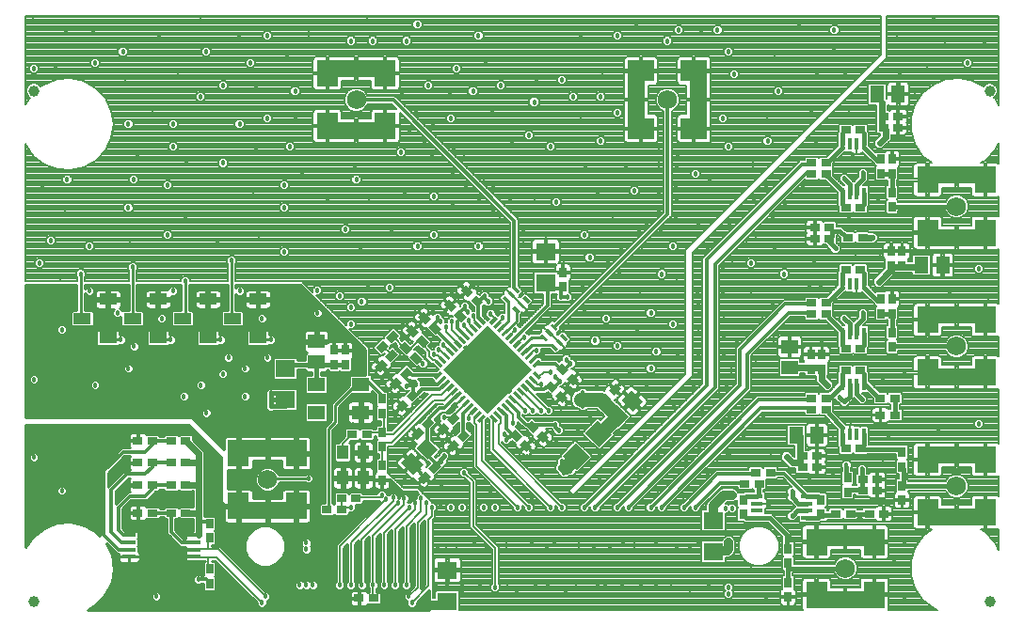
<source format=gtl>
G75*
G70*
%OFA0B0*%
%FSLAX24Y24*%
%IPPOS*%
%LPD*%
%AMOC8*
5,1,8,0,0,1.08239X$1,22.5*
%
%ADD10R,0.0118X0.0315*%
%ADD11R,0.2205X0.2205*%
%ADD12R,0.0276X0.0118*%
%ADD13R,0.0354X0.0276*%
%ADD14R,0.0276X0.0354*%
%ADD15R,0.0710X0.0630*%
%ADD16R,0.0512X0.0591*%
%ADD17R,0.0472X0.0138*%
%ADD18R,0.0157X0.0433*%
%ADD19R,0.0433X0.0157*%
%ADD20R,0.0630X0.0512*%
%ADD21C,0.0681*%
%ADD22R,0.0925X0.0748*%
%ADD23R,0.0591X0.1339*%
%ADD24R,0.0748X0.0925*%
%ADD25R,0.1339X0.0591*%
%ADD26C,0.0394*%
%ADD27R,0.0591X0.0512*%
%ADD28R,0.0413X0.0512*%
%ADD29R,0.0630X0.0394*%
%ADD30R,0.0630X0.0710*%
%ADD31C,0.0100*%
%ADD32C,0.0080*%
%ADD33C,0.0180*%
%ADD34C,0.0120*%
%ADD35C,0.0295*%
%ADD36C,0.0320*%
%ADD37C,0.0240*%
%ADD38C,0.0160*%
%ADD39C,0.0500*%
%ADD40C,0.0140*%
D10*
G36*
X015329Y009109D02*
X015412Y009026D01*
X015191Y008805D01*
X015108Y008888D01*
X015329Y009109D01*
G37*
G36*
X015412Y009306D02*
X015329Y009223D01*
X015108Y009444D01*
X015191Y009527D01*
X015412Y009306D01*
G37*
G36*
X015552Y009445D02*
X015469Y009362D01*
X015248Y009583D01*
X015331Y009666D01*
X015552Y009445D01*
G37*
G36*
X015691Y009584D02*
X015608Y009501D01*
X015387Y009722D01*
X015470Y009805D01*
X015691Y009584D01*
G37*
G36*
X015830Y009723D02*
X015747Y009640D01*
X015526Y009861D01*
X015609Y009944D01*
X015830Y009723D01*
G37*
G36*
X015969Y009862D02*
X015886Y009779D01*
X015665Y010000D01*
X015748Y010083D01*
X015969Y009862D01*
G37*
G36*
X016108Y010002D02*
X016025Y009919D01*
X015804Y010140D01*
X015887Y010223D01*
X016108Y010002D01*
G37*
G36*
X016248Y010141D02*
X016165Y010058D01*
X015944Y010279D01*
X016027Y010362D01*
X016248Y010141D01*
G37*
G36*
X016387Y010280D02*
X016304Y010197D01*
X016083Y010418D01*
X016166Y010501D01*
X016387Y010280D01*
G37*
G36*
X016526Y010419D02*
X016443Y010336D01*
X016222Y010557D01*
X016305Y010640D01*
X016526Y010419D01*
G37*
G36*
X016665Y010558D02*
X016582Y010475D01*
X016361Y010696D01*
X016444Y010779D01*
X016665Y010558D01*
G37*
G36*
X016804Y010697D02*
X016721Y010614D01*
X016500Y010835D01*
X016583Y010918D01*
X016804Y010697D01*
G37*
G36*
X016944Y010837D02*
X016861Y010754D01*
X016640Y010975D01*
X016723Y011058D01*
X016944Y010837D01*
G37*
G36*
X017140Y010754D02*
X017057Y010837D01*
X017278Y011058D01*
X017361Y010975D01*
X017140Y010754D01*
G37*
G36*
X017279Y010614D02*
X017196Y010697D01*
X017417Y010918D01*
X017500Y010835D01*
X017279Y010614D01*
G37*
G36*
X017419Y010475D02*
X017336Y010558D01*
X017557Y010779D01*
X017640Y010696D01*
X017419Y010475D01*
G37*
G36*
X017558Y010336D02*
X017475Y010419D01*
X017696Y010640D01*
X017779Y010557D01*
X017558Y010336D01*
G37*
G36*
X017697Y010197D02*
X017614Y010280D01*
X017835Y010501D01*
X017918Y010418D01*
X017697Y010197D01*
G37*
G36*
X017836Y010058D02*
X017753Y010141D01*
X017974Y010362D01*
X018057Y010279D01*
X017836Y010058D01*
G37*
G36*
X017975Y009919D02*
X017892Y010002D01*
X018113Y010223D01*
X018196Y010140D01*
X017975Y009919D01*
G37*
G36*
X018115Y009779D02*
X018032Y009862D01*
X018253Y010083D01*
X018336Y010000D01*
X018115Y009779D01*
G37*
G36*
X018254Y009640D02*
X018171Y009723D01*
X018392Y009944D01*
X018475Y009861D01*
X018254Y009640D01*
G37*
G36*
X018393Y009501D02*
X018310Y009584D01*
X018531Y009805D01*
X018614Y009722D01*
X018393Y009501D01*
G37*
G36*
X018532Y009362D02*
X018449Y009445D01*
X018670Y009666D01*
X018753Y009583D01*
X018532Y009362D01*
G37*
G36*
X018671Y009223D02*
X018588Y009306D01*
X018809Y009527D01*
X018892Y009444D01*
X018671Y009223D01*
G37*
G36*
X018588Y009026D02*
X018671Y009109D01*
X018892Y008888D01*
X018809Y008805D01*
X018588Y009026D01*
G37*
G36*
X018449Y008887D02*
X018532Y008970D01*
X018753Y008749D01*
X018670Y008666D01*
X018449Y008887D01*
G37*
G36*
X018310Y008748D02*
X018393Y008831D01*
X018614Y008610D01*
X018531Y008527D01*
X018310Y008748D01*
G37*
G36*
X018171Y008608D02*
X018254Y008691D01*
X018475Y008470D01*
X018392Y008387D01*
X018171Y008608D01*
G37*
G36*
X018032Y008469D02*
X018115Y008552D01*
X018336Y008331D01*
X018253Y008248D01*
X018032Y008469D01*
G37*
G36*
X017892Y008330D02*
X017975Y008413D01*
X018196Y008192D01*
X018113Y008109D01*
X017892Y008330D01*
G37*
G36*
X017753Y008191D02*
X017836Y008274D01*
X018057Y008053D01*
X017974Y007970D01*
X017753Y008191D01*
G37*
G36*
X017614Y008052D02*
X017697Y008135D01*
X017918Y007914D01*
X017835Y007831D01*
X017614Y008052D01*
G37*
G36*
X017475Y007912D02*
X017558Y007995D01*
X017779Y007774D01*
X017696Y007691D01*
X017475Y007912D01*
G37*
G36*
X017336Y007773D02*
X017419Y007856D01*
X017640Y007635D01*
X017557Y007552D01*
X017336Y007773D01*
G37*
G36*
X017196Y007634D02*
X017279Y007717D01*
X017500Y007496D01*
X017417Y007413D01*
X017196Y007634D01*
G37*
G36*
X017057Y007495D02*
X017140Y007578D01*
X017361Y007357D01*
X017278Y007274D01*
X017057Y007495D01*
G37*
G36*
X016861Y007578D02*
X016944Y007495D01*
X016723Y007274D01*
X016640Y007357D01*
X016861Y007578D01*
G37*
G36*
X016721Y007717D02*
X016804Y007634D01*
X016583Y007413D01*
X016500Y007496D01*
X016721Y007717D01*
G37*
G36*
X016582Y007856D02*
X016665Y007773D01*
X016444Y007552D01*
X016361Y007635D01*
X016582Y007856D01*
G37*
G36*
X016443Y007995D02*
X016526Y007912D01*
X016305Y007691D01*
X016222Y007774D01*
X016443Y007995D01*
G37*
G36*
X016304Y008135D02*
X016387Y008052D01*
X016166Y007831D01*
X016083Y007914D01*
X016304Y008135D01*
G37*
G36*
X016165Y008274D02*
X016248Y008191D01*
X016027Y007970D01*
X015944Y008053D01*
X016165Y008274D01*
G37*
G36*
X016025Y008413D02*
X016108Y008330D01*
X015887Y008109D01*
X015804Y008192D01*
X016025Y008413D01*
G37*
G36*
X015886Y008552D02*
X015969Y008469D01*
X015748Y008248D01*
X015665Y008331D01*
X015886Y008552D01*
G37*
G36*
X015747Y008691D02*
X015830Y008608D01*
X015609Y008387D01*
X015526Y008470D01*
X015747Y008691D01*
G37*
G36*
X015608Y008831D02*
X015691Y008748D01*
X015470Y008527D01*
X015387Y008610D01*
X015608Y008831D01*
G37*
G36*
X015469Y008970D02*
X015552Y008887D01*
X015331Y008666D01*
X015248Y008749D01*
X015469Y008970D01*
G37*
D11*
G36*
X015442Y009166D02*
X017000Y010724D01*
X018558Y009166D01*
X017000Y007608D01*
X015442Y009166D01*
G37*
D12*
G36*
X018079Y011145D02*
X017885Y011339D01*
X017969Y011423D01*
X018163Y011229D01*
X018079Y011145D01*
G37*
G36*
X018260Y011326D02*
X018066Y011520D01*
X018150Y011604D01*
X018344Y011410D01*
X018260Y011326D01*
G37*
G36*
X018441Y011507D02*
X018247Y011701D01*
X018331Y011785D01*
X018525Y011591D01*
X018441Y011507D01*
G37*
G36*
X017898Y011688D02*
X017704Y011882D01*
X017788Y011966D01*
X017982Y011772D01*
X017898Y011688D01*
G37*
G36*
X017717Y011507D02*
X017523Y011701D01*
X017607Y011785D01*
X017801Y011591D01*
X017717Y011507D01*
G37*
G36*
X018079Y011869D02*
X017885Y012063D01*
X017969Y012147D01*
X018163Y011953D01*
X018079Y011869D01*
G37*
G36*
X019418Y010530D02*
X019224Y010724D01*
X019308Y010808D01*
X019502Y010614D01*
X019418Y010530D01*
G37*
G36*
X019237Y010349D02*
X019043Y010543D01*
X019127Y010627D01*
X019321Y010433D01*
X019237Y010349D01*
G37*
G36*
X019056Y010168D02*
X018862Y010362D01*
X018946Y010446D01*
X019140Y010252D01*
X019056Y010168D01*
G37*
G36*
X019418Y009807D02*
X019224Y010001D01*
X019308Y010085D01*
X019502Y009891D01*
X019418Y009807D01*
G37*
G36*
X019599Y009988D02*
X019405Y010182D01*
X019489Y010266D01*
X019683Y010072D01*
X019599Y009988D01*
G37*
G36*
X019780Y010168D02*
X019586Y010362D01*
X019670Y010446D01*
X019864Y010252D01*
X019780Y010168D01*
G37*
D13*
G36*
X019681Y008967D02*
X019432Y009216D01*
X019627Y009411D01*
X019876Y009162D01*
X019681Y008967D01*
G37*
G36*
X020043Y008605D02*
X019794Y008854D01*
X019989Y009049D01*
X020238Y008800D01*
X020043Y008605D01*
G37*
G36*
X019649Y007975D02*
X019400Y008224D01*
X019595Y008419D01*
X019844Y008170D01*
X019649Y007975D01*
G37*
G36*
X019287Y008337D02*
X019038Y008586D01*
X019233Y008781D01*
X019482Y008532D01*
X019287Y008337D01*
G37*
G36*
X021372Y008126D02*
X021123Y007877D01*
X020928Y008072D01*
X021177Y008321D01*
X021372Y008126D01*
G37*
G36*
X021734Y008488D02*
X021485Y008239D01*
X021290Y008434D01*
X021539Y008683D01*
X021734Y008488D01*
G37*
G36*
X018980Y006558D02*
X018731Y006807D01*
X018926Y007002D01*
X019175Y006753D01*
X018980Y006558D01*
G37*
G36*
X018389Y006243D02*
X018140Y006492D01*
X018335Y006687D01*
X018584Y006438D01*
X018389Y006243D01*
G37*
G36*
X018028Y006605D02*
X017779Y006854D01*
X017974Y007049D01*
X018223Y006800D01*
X018028Y006605D01*
G37*
G36*
X018618Y006920D02*
X018369Y007169D01*
X018564Y007364D01*
X018813Y007115D01*
X018618Y006920D01*
G37*
G36*
X015936Y006800D02*
X016185Y007049D01*
X016380Y006854D01*
X016131Y006605D01*
X015936Y006800D01*
G37*
G36*
X015574Y006438D02*
X015823Y006687D01*
X016018Y006492D01*
X015769Y006243D01*
X015574Y006438D01*
G37*
G36*
X015219Y007029D02*
X015468Y007278D01*
X015663Y007083D01*
X015414Y006834D01*
X015219Y007029D01*
G37*
G36*
X014676Y007233D02*
X014925Y007482D01*
X015120Y007287D01*
X014871Y007038D01*
X014676Y007233D01*
G37*
G36*
X014314Y006871D02*
X014563Y007120D01*
X014758Y006925D01*
X014509Y006676D01*
X014314Y006871D01*
G37*
X012729Y006882D03*
X012217Y006882D03*
G36*
X013763Y007855D02*
X014012Y008104D01*
X014207Y007909D01*
X013958Y007660D01*
X013763Y007855D01*
G37*
G36*
X014125Y008217D02*
X014374Y008466D01*
X014569Y008271D01*
X014320Y008022D01*
X014125Y008217D01*
G37*
G36*
X013527Y008643D02*
X013776Y008892D01*
X013971Y008697D01*
X013722Y008448D01*
X013527Y008643D01*
G37*
G36*
X013888Y009005D02*
X014137Y009254D01*
X014332Y009059D01*
X014083Y008810D01*
X013888Y009005D01*
G37*
G36*
X013015Y009273D02*
X013264Y009522D01*
X013459Y009327D01*
X013210Y009078D01*
X013015Y009273D01*
G37*
G36*
X013377Y009635D02*
X013626Y009884D01*
X013821Y009689D01*
X013572Y009440D01*
X013377Y009635D01*
G37*
G36*
X013054Y009942D02*
X013303Y010191D01*
X013498Y009996D01*
X013249Y009747D01*
X013054Y009942D01*
G37*
G36*
X013416Y010304D02*
X013665Y010553D01*
X013860Y010358D01*
X013611Y010109D01*
X013416Y010304D01*
G37*
G36*
X014130Y009715D02*
X013881Y009964D01*
X014076Y010159D01*
X014325Y009910D01*
X014130Y009715D01*
G37*
G36*
X014492Y009353D02*
X014243Y009602D01*
X014438Y009797D01*
X014687Y009548D01*
X014492Y009353D01*
G37*
G36*
X014674Y010388D02*
X014923Y010139D01*
X014728Y009944D01*
X014479Y010193D01*
X014674Y010388D01*
G37*
G36*
X014312Y010750D02*
X014561Y010501D01*
X014366Y010306D01*
X014117Y010555D01*
X014312Y010750D01*
G37*
G36*
X014745Y011222D02*
X014994Y010973D01*
X014799Y010778D01*
X014550Y011027D01*
X014745Y011222D01*
G37*
G36*
X015107Y010860D02*
X015356Y010611D01*
X015161Y010416D01*
X014912Y010665D01*
X015107Y010860D01*
G37*
G36*
X015651Y011655D02*
X015900Y011406D01*
X015705Y011211D01*
X015456Y011460D01*
X015651Y011655D01*
G37*
G36*
X016241Y012167D02*
X016490Y011918D01*
X016295Y011723D01*
X016046Y011972D01*
X016241Y012167D01*
G37*
G36*
X016603Y011805D02*
X016852Y011556D01*
X016657Y011361D01*
X016408Y011610D01*
X016603Y011805D01*
G37*
G36*
X016013Y011293D02*
X016262Y011044D01*
X016067Y010849D01*
X015818Y011098D01*
X016013Y011293D01*
G37*
G36*
X015581Y007391D02*
X015830Y007640D01*
X016025Y007445D01*
X015776Y007196D01*
X015581Y007391D01*
G37*
G36*
X014912Y005678D02*
X015161Y005927D01*
X015356Y005732D01*
X015107Y005483D01*
X014912Y005678D01*
G37*
G36*
X014550Y005316D02*
X014799Y005565D01*
X014994Y005370D01*
X014745Y005121D01*
X014550Y005316D01*
G37*
X012335Y004599D03*
X011823Y004599D03*
X011823Y004205D03*
X011311Y004205D03*
X012453Y001056D03*
X012965Y001056D03*
X006311Y004087D03*
X005800Y004087D03*
X005130Y004087D03*
X004619Y004087D03*
X004619Y005071D03*
X005130Y005071D03*
X005800Y005071D03*
X006311Y005071D03*
X006311Y005859D03*
X005800Y005859D03*
X005130Y005859D03*
X004619Y005859D03*
X004619Y006646D03*
X005130Y006646D03*
X005800Y006646D03*
X006311Y006646D03*
X026115Y005111D03*
X026626Y005111D03*
X026508Y005504D03*
X027020Y005504D03*
X028162Y005701D03*
X028162Y006095D03*
X028674Y006095D03*
X028674Y005701D03*
X029697Y006370D03*
X030209Y006370D03*
X030288Y005268D03*
X030288Y004874D03*
X030800Y004874D03*
X030800Y005268D03*
X031036Y004048D03*
X030524Y004048D03*
X029855Y004048D03*
X029343Y004048D03*
X030918Y007552D03*
X031430Y007552D03*
X031430Y008142D03*
X030918Y008142D03*
X030209Y009126D03*
X029697Y009126D03*
X029697Y009914D03*
X030209Y009914D03*
X028989Y011134D03*
X028989Y011528D03*
X028477Y011528D03*
X028477Y011134D03*
X029697Y012709D03*
X030209Y012709D03*
X030288Y013851D03*
X029776Y013851D03*
X029107Y013811D03*
X028595Y013811D03*
X028595Y014205D03*
X029107Y014205D03*
X029697Y014914D03*
X030209Y014914D03*
X028989Y016095D03*
X028989Y016489D03*
X028477Y016489D03*
X028477Y016095D03*
X029697Y017670D03*
X030209Y017670D03*
X031036Y017748D03*
X031036Y018142D03*
X031548Y018142D03*
X031548Y017748D03*
X028989Y008142D03*
X028989Y007748D03*
X028477Y007748D03*
X028477Y008142D03*
D14*
X028457Y009185D03*
X028851Y009185D03*
X028851Y009697D03*
X028457Y009697D03*
X030937Y011154D03*
X031331Y011154D03*
X031331Y011666D03*
X030937Y011666D03*
X031292Y012847D03*
X031685Y012847D03*
X031685Y013359D03*
X031292Y013359D03*
X031331Y014933D03*
X031331Y015445D03*
X031331Y016115D03*
X030937Y016115D03*
X030937Y016626D03*
X031331Y016626D03*
X031331Y010485D03*
X031331Y009973D03*
X031685Y006233D03*
X031685Y005721D03*
X031685Y005052D03*
X031685Y004540D03*
X029756Y004815D03*
X029756Y005327D03*
X028811Y004540D03*
X028811Y004028D03*
X027650Y002807D03*
X027650Y002296D03*
X027650Y001607D03*
X027650Y001095D03*
X026056Y004028D03*
X026056Y004540D03*
X019678Y012099D03*
X019678Y012611D03*
X013260Y008122D03*
X013260Y007611D03*
X013260Y006941D03*
X013260Y006430D03*
X013260Y005760D03*
X013260Y005248D03*
X007158Y003713D03*
X007158Y003201D03*
X007158Y002099D03*
X007158Y001587D03*
X011567Y009343D03*
X011961Y009343D03*
X011961Y009855D03*
X011567Y009855D03*
D15*
X009835Y009214D03*
X009835Y008094D03*
X019067Y012228D03*
X019067Y013348D03*
X024993Y003820D03*
X024993Y002700D03*
X015583Y002048D03*
X015583Y000929D03*
D16*
G36*
X013945Y005857D02*
X014307Y006219D01*
X014723Y005803D01*
X014361Y005441D01*
X013945Y005857D01*
G37*
G36*
X014474Y006386D02*
X014836Y006748D01*
X015252Y006332D01*
X014890Y005970D01*
X014474Y006386D01*
G37*
G36*
X021987Y007496D02*
X021625Y007134D01*
X021209Y007550D01*
X021571Y007912D01*
X021987Y007496D01*
G37*
G36*
X022516Y008025D02*
X022154Y007663D01*
X021738Y008079D01*
X022100Y008441D01*
X022516Y008025D01*
G37*
X027926Y006843D03*
X028674Y006843D03*
X032374Y012867D03*
X033122Y012867D03*
X031548Y018930D03*
X030800Y018930D03*
D17*
X006617Y003290D03*
X006617Y003034D03*
X006617Y002778D03*
X006617Y002522D03*
X004313Y002522D03*
X004313Y002778D03*
X004313Y003034D03*
X004313Y003290D03*
D18*
X029569Y006863D03*
X029825Y006863D03*
X030081Y006863D03*
X030337Y006863D03*
X030337Y008634D03*
X030081Y008634D03*
X029825Y008634D03*
X029569Y008634D03*
X029569Y010445D03*
X029825Y010445D03*
X030081Y010445D03*
X030337Y010445D03*
X030337Y012217D03*
X030081Y012217D03*
X029825Y012217D03*
X029569Y012217D03*
X029569Y015406D03*
X029825Y015406D03*
X030081Y015406D03*
X030337Y015406D03*
X030337Y017178D03*
X030081Y017178D03*
X029825Y017178D03*
X029569Y017178D03*
D19*
X028319Y004668D03*
X028319Y004412D03*
X028319Y004156D03*
X028319Y003900D03*
X026548Y003900D03*
X026548Y004156D03*
X026548Y004412D03*
X026548Y004668D03*
D20*
X012512Y007650D03*
X012512Y008634D03*
X010937Y008634D03*
X010937Y007650D03*
D21*
X009205Y005268D03*
X029678Y002119D03*
X033615Y005032D03*
X033615Y009993D03*
X033615Y014953D03*
X023378Y018733D03*
X012355Y018733D03*
D22*
X022443Y019756D03*
X024313Y019756D03*
X024313Y017709D03*
X022443Y017709D03*
D23*
X022276Y018733D03*
X024481Y018733D03*
D24*
X032591Y015888D03*
X034638Y015888D03*
X034638Y014018D03*
X032591Y014018D03*
X032591Y010928D03*
X034638Y010928D03*
X034638Y009057D03*
X032591Y009057D03*
X032591Y005967D03*
X034638Y005967D03*
X034638Y004097D03*
X032591Y004097D03*
X030701Y003054D03*
X028654Y003054D03*
X028654Y001183D03*
X030701Y001183D03*
X010229Y004333D03*
X008181Y004333D03*
X008181Y006203D03*
X010229Y006203D03*
X011331Y017798D03*
X013378Y017798D03*
X013378Y019668D03*
X011331Y019668D03*
D25*
X012355Y019835D03*
X012355Y017630D03*
X009205Y006370D03*
X009205Y004166D03*
X029678Y003221D03*
X029678Y001016D03*
X033615Y003930D03*
X033615Y006134D03*
X033615Y008890D03*
X033615Y011095D03*
X033615Y013851D03*
X033615Y016056D03*
D26*
X000937Y000937D03*
X000937Y019048D03*
X034796Y019048D03*
X034796Y000937D03*
D27*
X027709Y009225D03*
X027709Y009973D03*
X010937Y010170D03*
X010937Y009422D03*
D28*
X011872Y006233D03*
X012601Y006233D03*
X012601Y005327D03*
X011872Y005327D03*
D29*
X008870Y010288D03*
X007965Y010977D03*
X007099Y011666D03*
X006193Y010977D03*
X005327Y011666D03*
X004422Y010977D03*
X003556Y011666D03*
X002650Y010977D03*
X003556Y010288D03*
X005327Y010288D03*
X007099Y010288D03*
X008870Y011666D03*
D30*
G36*
X020621Y006065D02*
X020176Y005620D01*
X019675Y006121D01*
X020120Y006566D01*
X020621Y006065D01*
G37*
G36*
X021413Y006856D02*
X020968Y006411D01*
X020467Y006912D01*
X020912Y007357D01*
X021413Y006856D01*
G37*
D31*
X018323Y009792D02*
X018563Y010032D01*
X019276Y010032D01*
X019363Y009946D01*
X019001Y010307D02*
X018560Y010307D01*
X018184Y009931D01*
X017627Y010488D02*
X018024Y010885D01*
X018024Y011284D01*
X017748Y011560D02*
X017662Y011646D01*
X017748Y011560D02*
X017748Y010888D01*
X017488Y010627D01*
X013300Y008221D02*
X012709Y008811D01*
X012670Y008980D02*
X012160Y008980D01*
X012107Y008927D01*
X012107Y008604D01*
X011549Y008046D01*
X011467Y007964D01*
X011467Y007373D01*
X011312Y007219D01*
X011230Y007137D01*
X011230Y004433D01*
X011097Y004433D01*
X011044Y004380D01*
X011044Y004030D01*
X011097Y003977D01*
X011526Y003977D01*
X011567Y004019D01*
X011609Y003977D01*
X012038Y003977D01*
X012090Y004030D01*
X012090Y004104D01*
X012232Y004104D01*
X012338Y004209D01*
X012338Y004358D01*
X012325Y004371D01*
X012549Y004371D01*
X012602Y004424D01*
X012602Y004508D01*
X013183Y004508D01*
X011710Y003036D01*
X011634Y002960D01*
X011634Y001653D01*
X011584Y001603D01*
X011584Y001453D01*
X011690Y001348D01*
X011839Y001348D01*
X011944Y001453D01*
X011944Y001603D01*
X011894Y001653D01*
X011894Y002852D01*
X012028Y002986D01*
X012028Y001653D01*
X011978Y001603D01*
X011978Y001453D01*
X012083Y001348D01*
X012232Y001348D01*
X012338Y001453D01*
X012338Y001603D01*
X012288Y001653D01*
X012288Y002970D01*
X012422Y003104D01*
X012422Y001653D01*
X012372Y001603D01*
X012372Y001453D01*
X012477Y001348D01*
X012626Y001348D01*
X012732Y001453D01*
X012732Y001603D01*
X012682Y001653D01*
X012682Y003088D01*
X012815Y003222D01*
X012815Y001653D01*
X012765Y001603D01*
X012765Y001453D01*
X012815Y001403D01*
X012815Y001283D01*
X012752Y001283D01*
X012750Y001285D01*
X012722Y001313D01*
X012688Y001333D01*
X012650Y001343D01*
X012472Y001343D01*
X012472Y001074D01*
X012434Y001074D01*
X012434Y001037D01*
X012126Y001037D01*
X012126Y000898D01*
X012136Y000860D01*
X012156Y000826D01*
X012184Y000798D01*
X012218Y000778D01*
X012256Y000768D01*
X012434Y000768D01*
X012434Y001037D01*
X012472Y001037D01*
X012472Y000768D01*
X012650Y000768D01*
X012688Y000778D01*
X012722Y000798D01*
X012750Y000826D01*
X012752Y000828D01*
X013179Y000828D01*
X013232Y000880D01*
X013232Y001231D01*
X013179Y001283D01*
X013075Y001283D01*
X013075Y001403D01*
X013125Y001453D01*
X013125Y001603D01*
X013075Y001653D01*
X013075Y003206D01*
X013209Y003340D01*
X013209Y001653D01*
X013159Y001603D01*
X013159Y001453D01*
X013264Y001348D01*
X013414Y001348D01*
X013519Y001453D01*
X013519Y001603D01*
X013469Y001653D01*
X013469Y003324D01*
X013603Y003458D01*
X013603Y001653D01*
X013553Y001603D01*
X013553Y001453D01*
X013658Y001348D01*
X013807Y001348D01*
X013913Y001453D01*
X013913Y001603D01*
X013863Y001653D01*
X013863Y003443D01*
X013996Y003576D01*
X013996Y001653D01*
X013946Y001603D01*
X013946Y001453D01*
X014052Y001348D01*
X014201Y001348D01*
X014306Y001453D01*
X014306Y001603D01*
X014256Y001653D01*
X014256Y003561D01*
X014390Y003694D01*
X014390Y001503D01*
X014201Y001314D01*
X014131Y001314D01*
X014025Y001209D01*
X014025Y001060D01*
X014131Y000954D01*
X014143Y000954D01*
X014143Y000823D01*
X014249Y000718D01*
X014398Y000718D01*
X014503Y000823D01*
X014503Y000894D01*
X014953Y001344D01*
X014953Y000650D01*
X002838Y000650D01*
X003147Y000828D01*
X003147Y000828D01*
X003147Y000828D01*
X003482Y001189D01*
X003695Y001632D01*
X003769Y002119D01*
X003695Y002605D01*
X003505Y003001D01*
X003877Y002628D01*
X003932Y002628D01*
X003927Y002611D01*
X003927Y002522D01*
X003927Y002433D01*
X003937Y002395D01*
X003957Y002361D01*
X003985Y002333D01*
X004019Y002313D01*
X004057Y002303D01*
X004313Y002303D01*
X004313Y002522D01*
X003927Y002522D01*
X004313Y002522D01*
X004313Y002522D01*
X004313Y002522D01*
X004313Y002303D01*
X004569Y002303D01*
X004608Y002313D01*
X004642Y002333D01*
X004670Y002361D01*
X004689Y002395D01*
X004700Y002433D01*
X004700Y002522D01*
X004700Y002611D01*
X004689Y002649D01*
X004670Y002683D01*
X004642Y002711D01*
X004640Y002712D01*
X004640Y002884D01*
X004618Y002906D01*
X004640Y002928D01*
X004640Y003140D01*
X004618Y003162D01*
X004640Y003184D01*
X004640Y003396D01*
X004587Y003449D01*
X004209Y003449D01*
X004208Y003450D01*
X004169Y003450D01*
X004080Y003539D01*
X004080Y004222D01*
X004385Y004528D01*
X004937Y004528D01*
X005024Y004615D01*
X005024Y004615D01*
X005252Y004843D01*
X005345Y004843D01*
X005397Y004896D01*
X005397Y004921D01*
X005532Y004921D01*
X005532Y004896D01*
X005585Y004843D01*
X006014Y004843D01*
X006056Y004885D01*
X006097Y004843D01*
X006526Y004843D01*
X006544Y004861D01*
X006554Y004861D01*
X006554Y004297D01*
X006544Y004297D01*
X006526Y004315D01*
X006097Y004315D01*
X006056Y004273D01*
X006014Y004315D01*
X005585Y004315D01*
X005532Y004262D01*
X005532Y004237D01*
X005397Y004237D01*
X005397Y004262D01*
X005345Y004315D01*
X004917Y004315D01*
X004916Y004317D01*
X004888Y004345D01*
X004854Y004365D01*
X004815Y004375D01*
X004637Y004375D01*
X004637Y004106D01*
X004600Y004106D01*
X004600Y004375D01*
X004422Y004375D01*
X004383Y004365D01*
X004349Y004345D01*
X004321Y004317D01*
X004302Y004283D01*
X004291Y004245D01*
X004291Y004106D01*
X004600Y004106D01*
X004600Y004068D01*
X004637Y004068D01*
X004637Y003799D01*
X004815Y003799D01*
X004854Y003809D01*
X004888Y003829D01*
X004916Y003857D01*
X004917Y003859D01*
X005345Y003859D01*
X005397Y003912D01*
X005397Y003937D01*
X005532Y003937D01*
X005532Y003912D01*
X005585Y003859D01*
X005650Y003859D01*
X005650Y003354D01*
X005737Y003266D01*
X006119Y002884D01*
X006290Y002884D01*
X006290Y002672D01*
X006312Y002650D01*
X006290Y002628D01*
X006290Y002416D01*
X006343Y002363D01*
X006890Y002363D01*
X006909Y002382D01*
X006989Y002382D01*
X006989Y002366D01*
X006983Y002366D01*
X006930Y002313D01*
X006930Y001884D01*
X006940Y001875D01*
X006869Y001875D01*
X006839Y001905D01*
X006690Y001905D01*
X006584Y001799D01*
X006584Y001650D01*
X006690Y001545D01*
X006839Y001545D01*
X006869Y001575D01*
X006930Y001575D01*
X006930Y001373D01*
X006983Y001320D01*
X007333Y001320D01*
X007386Y001373D01*
X007386Y001801D01*
X007344Y001843D01*
X007386Y001884D01*
X007386Y002313D01*
X007333Y002366D01*
X007249Y002366D01*
X007249Y002382D01*
X007340Y002382D01*
X008828Y000894D01*
X008828Y000823D01*
X008934Y000718D01*
X009083Y000718D01*
X009188Y000823D01*
X009188Y000954D01*
X009201Y000954D01*
X009306Y001060D01*
X009306Y001209D01*
X009201Y001314D01*
X009130Y001314D01*
X007603Y002842D01*
X007527Y002918D01*
X007249Y002918D01*
X007249Y002934D01*
X007333Y002934D01*
X007386Y002987D01*
X007386Y003416D01*
X007344Y003457D01*
X007386Y003499D01*
X008693Y003499D01*
X008715Y003521D02*
X008511Y003317D01*
X008401Y003050D01*
X008401Y002762D01*
X008511Y002495D01*
X008715Y002291D01*
X008982Y002180D01*
X009271Y002180D01*
X009537Y002291D01*
X009742Y002495D01*
X009852Y002762D01*
X009852Y003050D01*
X009742Y003317D01*
X009537Y003521D01*
X009271Y003631D01*
X008982Y003631D01*
X008715Y003521D01*
X008595Y003401D02*
X007386Y003401D01*
X007386Y003499D02*
X007386Y003927D01*
X007333Y003980D01*
X006983Y003980D01*
X006974Y003972D01*
X006974Y006280D01*
X006851Y006403D01*
X006579Y006676D01*
X006579Y006821D01*
X006526Y006874D01*
X006097Y006874D01*
X006056Y006832D01*
X006014Y006874D01*
X005585Y006874D01*
X005532Y006821D01*
X005532Y006796D01*
X005397Y006796D01*
X005397Y006821D01*
X005345Y006874D01*
X004917Y006874D01*
X004916Y006876D01*
X004888Y006904D01*
X004854Y006924D01*
X004815Y006934D01*
X004637Y006934D01*
X004637Y006665D01*
X004600Y006665D01*
X004600Y006934D01*
X004422Y006934D01*
X004383Y006924D01*
X004349Y006904D01*
X004321Y006876D01*
X004302Y006842D01*
X004291Y006804D01*
X004291Y006665D01*
X004600Y006665D01*
X004600Y006627D01*
X004291Y006627D01*
X004291Y006489D01*
X004302Y006450D01*
X004321Y006416D01*
X004335Y006402D01*
X004025Y006402D01*
X003268Y005645D01*
X003268Y003279D01*
X003147Y003409D01*
X002721Y003654D01*
X002242Y003764D01*
X001751Y003727D01*
X001294Y003547D01*
X000909Y003241D01*
X000909Y003241D01*
X000909Y003241D01*
X000650Y002861D01*
X000650Y007215D01*
X006408Y007215D01*
X007570Y006053D01*
X007570Y004479D01*
X007628Y004420D01*
X007657Y004420D01*
X007657Y004383D01*
X008131Y004383D01*
X008131Y004283D01*
X007657Y004283D01*
X007657Y003851D01*
X007668Y003813D01*
X007687Y003778D01*
X007715Y003750D01*
X007750Y003731D01*
X007788Y003720D01*
X008131Y003720D01*
X008131Y004283D01*
X008231Y004283D01*
X008231Y003720D01*
X009155Y003720D01*
X009155Y004116D01*
X009255Y004116D01*
X009255Y003720D01*
X009880Y003720D01*
X010179Y003720D01*
X010179Y004283D01*
X010279Y004283D01*
X010279Y004383D01*
X010753Y004383D01*
X010753Y004815D01*
X010743Y004854D01*
X010723Y004888D01*
X010695Y004916D01*
X010661Y004935D01*
X010623Y004946D01*
X010279Y004946D01*
X010279Y004383D01*
X010179Y004383D01*
X010179Y004946D01*
X009835Y004946D01*
X009797Y004935D01*
X009763Y004916D01*
X009735Y004888D01*
X009715Y004854D01*
X009705Y004815D01*
X009705Y004611D01*
X009255Y004611D01*
X009255Y004216D01*
X009155Y004216D01*
X009155Y004611D01*
X008706Y004611D01*
X008706Y004815D01*
X008695Y004854D01*
X008676Y004888D01*
X008648Y004916D01*
X008613Y004935D01*
X008575Y004946D01*
X008231Y004946D01*
X008231Y004383D01*
X008131Y004383D01*
X008131Y004946D01*
X007809Y004946D01*
X007809Y005591D01*
X008131Y005591D01*
X008131Y006153D01*
X008231Y006153D01*
X008231Y005591D01*
X008575Y005591D01*
X008613Y005601D01*
X008648Y005621D01*
X008676Y005648D01*
X008695Y005683D01*
X008706Y005721D01*
X008706Y005925D01*
X009155Y005925D01*
X009155Y006320D01*
X009255Y006320D01*
X009255Y005925D01*
X009705Y005925D01*
X009705Y005721D01*
X009715Y005683D01*
X009735Y005648D01*
X009763Y005621D01*
X009797Y005601D01*
X009835Y005591D01*
X010179Y005591D01*
X010179Y006153D01*
X010279Y006153D01*
X010279Y006253D01*
X010753Y006253D01*
X010753Y006685D01*
X010743Y006724D01*
X010723Y006758D01*
X010695Y006786D01*
X010661Y006806D01*
X010623Y006816D01*
X010279Y006816D01*
X010279Y006253D01*
X010179Y006253D01*
X010179Y006816D01*
X009835Y006816D01*
X009255Y006816D01*
X009255Y006420D01*
X009155Y006420D01*
X009155Y006816D01*
X008231Y006816D01*
X008231Y006253D01*
X008131Y006253D01*
X008131Y006816D01*
X007788Y006816D01*
X007750Y006806D01*
X007715Y006786D01*
X007687Y006758D01*
X007668Y006724D01*
X007657Y006685D01*
X007657Y006327D01*
X006530Y007455D01*
X000650Y007455D01*
X000650Y012158D01*
X002451Y012158D01*
X002451Y011264D01*
X002298Y011264D01*
X002245Y011211D01*
X002245Y010743D01*
X002298Y010690D01*
X003002Y010690D01*
X003055Y010743D01*
X003055Y011211D01*
X003002Y011264D01*
X002731Y011264D01*
X002731Y011881D01*
X002831Y011781D01*
X002980Y011781D01*
X003086Y011886D01*
X003086Y012036D01*
X002980Y012141D01*
X002831Y012141D01*
X002731Y012041D01*
X002731Y012158D01*
X004301Y012158D01*
X004301Y011264D01*
X004069Y011264D01*
X004062Y011256D01*
X003966Y011352D01*
X003991Y011377D01*
X004010Y011411D01*
X004020Y011449D01*
X004020Y011617D01*
X003604Y011617D01*
X003604Y011319D01*
X003781Y011319D01*
X003710Y011248D01*
X003710Y011099D01*
X003816Y010994D01*
X003965Y010994D01*
X004017Y011046D01*
X004017Y010743D01*
X004069Y010690D01*
X004774Y010690D01*
X004827Y010743D01*
X004827Y011211D01*
X004774Y011264D01*
X004581Y011264D01*
X004581Y012158D01*
X006152Y012158D01*
X006152Y011264D01*
X005841Y011264D01*
X005788Y011211D01*
X005788Y010743D01*
X005841Y010690D01*
X006546Y010690D01*
X006598Y010743D01*
X006598Y011211D01*
X006546Y011264D01*
X006432Y011264D01*
X006432Y012158D01*
X007805Y012158D01*
X007805Y011264D01*
X007613Y011264D01*
X007560Y011211D01*
X007560Y010743D01*
X007613Y010690D01*
X008317Y010690D01*
X008370Y010743D01*
X008370Y011211D01*
X008317Y011264D01*
X008085Y011264D01*
X008085Y011842D01*
X008146Y011781D01*
X008295Y011781D01*
X008401Y011886D01*
X008401Y012036D01*
X008295Y012141D01*
X008146Y012141D01*
X008085Y012080D01*
X008085Y012158D01*
X010386Y012158D01*
X012670Y009874D01*
X012670Y008980D01*
X012670Y009015D02*
X011107Y009015D01*
X011107Y008980D02*
X011107Y009076D01*
X011270Y009076D01*
X011323Y009128D01*
X011323Y009173D01*
X011340Y009173D01*
X011340Y009128D01*
X011392Y009076D01*
X011742Y009076D01*
X011764Y009098D01*
X011786Y009076D01*
X012136Y009076D01*
X012189Y009128D01*
X012189Y009556D01*
X012191Y009558D01*
X012219Y009585D01*
X012239Y009620D01*
X012249Y009658D01*
X012249Y009836D01*
X011980Y009836D01*
X011980Y009874D01*
X011942Y009874D01*
X011942Y010182D01*
X011803Y010182D01*
X011765Y010172D01*
X011764Y010171D01*
X011763Y010172D01*
X011725Y010182D01*
X011586Y010182D01*
X011586Y009874D01*
X011548Y009874D01*
X011548Y010182D01*
X011410Y010182D01*
X011372Y010172D01*
X011337Y010152D01*
X011309Y010124D01*
X011307Y010120D01*
X010987Y010120D01*
X010987Y010220D01*
X010887Y010220D01*
X010887Y010120D01*
X010492Y010120D01*
X010492Y009894D01*
X010502Y009856D01*
X010522Y009822D01*
X010550Y009794D01*
X010584Y009774D01*
X010608Y009768D01*
X010605Y009768D01*
X010552Y009715D01*
X010552Y009513D01*
X010280Y009513D01*
X010280Y009566D01*
X010227Y009619D01*
X009443Y009619D01*
X009390Y009566D01*
X009390Y008862D01*
X009443Y008809D01*
X010227Y008809D01*
X010280Y008862D01*
X010280Y009173D01*
X010552Y009173D01*
X010552Y009128D01*
X010605Y009076D01*
X010767Y009076D01*
X010767Y008980D01*
X010585Y008980D01*
X010532Y008927D01*
X010532Y008341D01*
X010585Y008288D01*
X011290Y008288D01*
X011342Y008341D01*
X011342Y008927D01*
X011290Y008980D01*
X011107Y008980D01*
X011308Y009114D02*
X011354Y009114D01*
X011342Y008917D02*
X012107Y008917D01*
X012107Y008818D02*
X011342Y008818D01*
X011342Y008720D02*
X012107Y008720D01*
X012107Y008621D02*
X011342Y008621D01*
X011342Y008523D02*
X012025Y008523D01*
X011927Y008424D02*
X011342Y008424D01*
X011327Y008326D02*
X011828Y008326D01*
X011730Y008227D02*
X010280Y008227D01*
X010280Y008129D02*
X011631Y008129D01*
X011533Y008030D02*
X010280Y008030D01*
X010280Y007932D02*
X010532Y007932D01*
X010532Y007943D02*
X010532Y007357D01*
X010585Y007304D01*
X011290Y007304D01*
X011342Y007357D01*
X011342Y007943D01*
X011290Y007996D01*
X010585Y007996D01*
X010532Y007943D01*
X010532Y007833D02*
X010280Y007833D01*
X010280Y007742D02*
X010280Y008446D01*
X010227Y008499D01*
X009561Y008499D01*
X009551Y008509D01*
X009408Y008509D01*
X009398Y008519D01*
X009249Y008519D01*
X009143Y008414D01*
X009143Y008264D01*
X009153Y008254D01*
X009153Y008187D01*
X009143Y008177D01*
X009143Y008028D01*
X009153Y008018D01*
X009153Y007951D01*
X009143Y007941D01*
X009143Y007792D01*
X009249Y007687D01*
X009398Y007687D01*
X009408Y007697D01*
X009435Y007697D01*
X009443Y007689D01*
X010227Y007689D01*
X010280Y007742D01*
X010273Y007735D02*
X010532Y007735D01*
X010532Y007636D02*
X007220Y007636D01*
X007220Y007705D02*
X007114Y007810D01*
X006965Y007810D01*
X006860Y007705D01*
X006860Y007556D01*
X006965Y007450D01*
X007114Y007450D01*
X007220Y007556D01*
X007220Y007705D01*
X007190Y007735D02*
X009201Y007735D01*
X009143Y007833D02*
X000650Y007833D01*
X000650Y007735D02*
X006889Y007735D01*
X006860Y007636D02*
X000650Y007636D01*
X000650Y007538D02*
X006878Y007538D01*
X006644Y007341D02*
X010549Y007341D01*
X010532Y007439D02*
X006546Y007439D01*
X006743Y007242D02*
X011335Y007242D01*
X011326Y007341D02*
X011434Y007341D01*
X011467Y007439D02*
X011342Y007439D01*
X011342Y007538D02*
X011467Y007538D01*
X011467Y007636D02*
X011342Y007636D01*
X011342Y007735D02*
X011467Y007735D01*
X011467Y007833D02*
X011342Y007833D01*
X011342Y007932D02*
X011467Y007932D01*
X011607Y007906D02*
X011607Y007315D01*
X011370Y007079D01*
X011370Y004343D01*
X011510Y004433D02*
X011510Y007021D01*
X011747Y007257D01*
X011747Y007848D01*
X012187Y008288D01*
X012864Y008288D01*
X012917Y008341D01*
X012917Y008405D01*
X013032Y008290D01*
X013032Y007908D01*
X013074Y007867D01*
X013032Y007825D01*
X013032Y007396D01*
X013085Y007343D01*
X013209Y007343D01*
X013209Y007209D01*
X013085Y007209D01*
X013032Y007156D01*
X013032Y007071D01*
X012982Y007071D01*
X012943Y007110D01*
X012514Y007110D01*
X012473Y007069D01*
X012431Y007110D01*
X012002Y007110D01*
X011950Y007057D01*
X011950Y006799D01*
X011742Y006592D01*
X011742Y006579D01*
X011628Y006579D01*
X011576Y006526D01*
X011576Y005939D01*
X011628Y005887D01*
X012116Y005887D01*
X012169Y005939D01*
X012169Y006526D01*
X012116Y006579D01*
X012097Y006579D01*
X012173Y006654D01*
X012431Y006654D01*
X012473Y006696D01*
X012514Y006654D01*
X012943Y006654D01*
X012996Y006707D01*
X012996Y006811D01*
X013032Y006811D01*
X013032Y006727D01*
X013074Y006685D01*
X013032Y006644D01*
X013032Y006215D01*
X013085Y006162D01*
X013130Y006162D01*
X013130Y006027D01*
X013085Y006027D01*
X013032Y005975D01*
X013032Y005547D01*
X013030Y005546D01*
X013002Y005518D01*
X012983Y005483D01*
X012972Y005445D01*
X012972Y005267D01*
X013241Y005267D01*
X013241Y005230D01*
X012972Y005230D01*
X012972Y005052D01*
X012983Y005013D01*
X013002Y004979D01*
X013030Y004951D01*
X013065Y004931D01*
X013103Y004921D01*
X013241Y004921D01*
X013241Y005230D01*
X013279Y005230D01*
X013279Y005267D01*
X013537Y005267D01*
X013969Y004835D01*
X014481Y004835D01*
X014550Y004765D01*
X014458Y004673D01*
X014458Y004621D01*
X014367Y004621D01*
X014261Y004516D01*
X014261Y004464D01*
X014178Y004464D01*
X014178Y004474D01*
X014228Y004524D01*
X014228Y004673D01*
X014122Y004779D01*
X013973Y004779D01*
X013868Y004673D01*
X013868Y004621D01*
X013834Y004621D01*
X013834Y004713D01*
X013728Y004818D01*
X013579Y004818D01*
X013496Y004735D01*
X013492Y004739D01*
X013440Y004739D01*
X013440Y004791D01*
X013335Y004897D01*
X013186Y004897D01*
X013080Y004791D01*
X013080Y004768D01*
X012602Y004768D01*
X012602Y004774D01*
X012549Y004827D01*
X012121Y004827D01*
X012079Y004785D01*
X012038Y004827D01*
X011609Y004827D01*
X011556Y004774D01*
X011556Y004424D01*
X011578Y004402D01*
X011567Y004391D01*
X011526Y004433D01*
X011510Y004433D01*
X011510Y004484D02*
X011556Y004484D01*
X011556Y004583D02*
X011510Y004583D01*
X011510Y004681D02*
X011556Y004681D01*
X011562Y004780D02*
X011510Y004780D01*
X011510Y004878D02*
X013167Y004878D01*
X013279Y004921D02*
X013418Y004921D01*
X013456Y004931D01*
X013490Y004951D01*
X013518Y004979D01*
X013538Y005013D01*
X013548Y005052D01*
X013548Y005230D01*
X013279Y005230D01*
X013279Y004921D01*
X013279Y004977D02*
X013241Y004977D01*
X013241Y005075D02*
X013279Y005075D01*
X013279Y005174D02*
X013241Y005174D01*
X012972Y005174D02*
X012957Y005174D01*
X012957Y005272D02*
X012972Y005272D01*
X012957Y005277D02*
X012651Y005277D01*
X012651Y005377D01*
X012957Y005377D01*
X012957Y005603D01*
X012947Y005641D01*
X012928Y005675D01*
X012900Y005703D01*
X012865Y005723D01*
X012827Y005733D01*
X012651Y005733D01*
X012651Y005377D01*
X012551Y005377D01*
X012551Y005733D01*
X012374Y005733D01*
X012336Y005723D01*
X012302Y005703D01*
X012274Y005675D01*
X012254Y005641D01*
X012244Y005603D01*
X012244Y005377D01*
X012551Y005377D01*
X012551Y005277D01*
X012651Y005277D01*
X012651Y004921D01*
X012827Y004921D01*
X012865Y004931D01*
X012900Y004951D01*
X012928Y004979D01*
X012947Y005013D01*
X012957Y005052D01*
X012957Y005277D01*
X012972Y005371D02*
X012651Y005371D01*
X012651Y005469D02*
X012551Y005469D01*
X012551Y005371D02*
X011922Y005371D01*
X011922Y005377D02*
X011922Y005277D01*
X011922Y004921D01*
X012099Y004921D01*
X012137Y004931D01*
X012171Y004951D01*
X012199Y004979D01*
X012219Y005013D01*
X012229Y005052D01*
X012229Y005277D01*
X011922Y005277D01*
X011822Y005277D01*
X011516Y005277D01*
X011516Y005052D01*
X011526Y005013D01*
X011546Y004979D01*
X011574Y004951D01*
X011608Y004931D01*
X011646Y004921D01*
X011822Y004921D01*
X011822Y005277D01*
X011822Y005377D01*
X011516Y005377D01*
X011516Y005603D01*
X011526Y005641D01*
X011546Y005675D01*
X011574Y005703D01*
X011608Y005723D01*
X011646Y005733D01*
X011822Y005733D01*
X011822Y005377D01*
X011922Y005377D01*
X011922Y005733D01*
X012099Y005733D01*
X012137Y005723D01*
X012171Y005703D01*
X012199Y005675D01*
X012219Y005641D01*
X012229Y005603D01*
X012229Y005377D01*
X011922Y005377D01*
X011922Y005469D02*
X011822Y005469D01*
X011822Y005371D02*
X011510Y005371D01*
X011510Y005469D02*
X011516Y005469D01*
X011510Y005568D02*
X011516Y005568D01*
X011510Y005666D02*
X011540Y005666D01*
X011510Y005765D02*
X013032Y005765D01*
X013032Y005863D02*
X012906Y005863D01*
X012900Y005857D02*
X012928Y005885D01*
X012947Y005919D01*
X012957Y005957D01*
X012957Y006183D01*
X012651Y006183D01*
X012651Y006283D01*
X012551Y006283D01*
X012551Y006639D01*
X012374Y006639D01*
X012336Y006628D01*
X012302Y006609D01*
X012274Y006581D01*
X012254Y006546D01*
X012244Y006508D01*
X012244Y006283D01*
X012551Y006283D01*
X012551Y006183D01*
X012244Y006183D01*
X012244Y005957D01*
X012254Y005919D01*
X012274Y005885D01*
X012302Y005857D01*
X012336Y005837D01*
X012374Y005827D01*
X012551Y005827D01*
X012551Y006183D01*
X012651Y006183D01*
X012651Y005827D01*
X012827Y005827D01*
X012865Y005837D01*
X012900Y005857D01*
X012957Y005962D02*
X013032Y005962D01*
X012957Y006060D02*
X013130Y006060D01*
X013130Y006159D02*
X012957Y006159D01*
X012957Y006283D02*
X012651Y006283D01*
X012651Y006639D01*
X012827Y006639D01*
X012865Y006628D01*
X012900Y006609D01*
X012928Y006581D01*
X012947Y006546D01*
X012957Y006508D01*
X012957Y006283D01*
X012957Y006356D02*
X013032Y006356D01*
X013032Y006454D02*
X012957Y006454D01*
X012944Y006553D02*
X013032Y006553D01*
X013039Y006651D02*
X012170Y006651D01*
X012142Y006553D02*
X012258Y006553D01*
X012244Y006454D02*
X012169Y006454D01*
X012169Y006356D02*
X012244Y006356D01*
X012169Y006257D02*
X012551Y006257D01*
X012551Y006159D02*
X012651Y006159D01*
X012651Y006257D02*
X013032Y006257D01*
X012651Y006356D02*
X012551Y006356D01*
X012551Y006454D02*
X012651Y006454D01*
X012651Y006553D02*
X012551Y006553D01*
X012996Y006750D02*
X013032Y006750D01*
X013032Y007144D02*
X011633Y007144D01*
X011731Y007242D02*
X013209Y007242D01*
X013209Y007341D02*
X012968Y007341D01*
X012967Y007336D02*
X012977Y007374D01*
X012977Y007600D01*
X012562Y007600D01*
X012562Y007244D01*
X012847Y007244D01*
X012885Y007254D01*
X012919Y007274D01*
X012947Y007302D01*
X012967Y007336D01*
X012977Y007439D02*
X013032Y007439D01*
X013032Y007538D02*
X012977Y007538D01*
X013032Y007636D02*
X012562Y007636D01*
X012562Y007600D02*
X012562Y007700D01*
X012462Y007700D01*
X012462Y007600D01*
X012047Y007600D01*
X012047Y007374D01*
X012057Y007336D01*
X012077Y007302D01*
X012105Y007274D01*
X012139Y007254D01*
X012177Y007244D01*
X012462Y007244D01*
X012462Y007600D01*
X012562Y007600D01*
X012562Y007538D02*
X012462Y007538D01*
X012462Y007636D02*
X011747Y007636D01*
X011747Y007538D02*
X012047Y007538D01*
X012047Y007439D02*
X011747Y007439D01*
X011747Y007341D02*
X012056Y007341D01*
X011950Y007045D02*
X011534Y007045D01*
X011510Y006947D02*
X011950Y006947D01*
X011950Y006848D02*
X011510Y006848D01*
X011510Y006750D02*
X011900Y006750D01*
X011802Y006651D02*
X011510Y006651D01*
X011510Y006553D02*
X011602Y006553D01*
X011576Y006454D02*
X011510Y006454D01*
X011510Y006356D02*
X011576Y006356D01*
X011576Y006257D02*
X011510Y006257D01*
X011510Y006159D02*
X011576Y006159D01*
X011576Y006060D02*
X011510Y006060D01*
X011510Y005962D02*
X011576Y005962D01*
X011510Y005863D02*
X012296Y005863D01*
X012244Y005962D02*
X012169Y005962D01*
X012169Y006060D02*
X012244Y006060D01*
X012244Y006159D02*
X012169Y006159D01*
X012551Y006060D02*
X012651Y006060D01*
X012651Y005962D02*
X012551Y005962D01*
X012551Y005863D02*
X012651Y005863D01*
X012651Y005666D02*
X012551Y005666D01*
X012551Y005568D02*
X012651Y005568D01*
X012651Y005272D02*
X012551Y005272D01*
X012551Y005277D02*
X012551Y004921D01*
X012374Y004921D01*
X012336Y004931D01*
X012302Y004951D01*
X012274Y004979D01*
X012254Y005013D01*
X012244Y005052D01*
X012244Y005277D01*
X012551Y005277D01*
X012551Y005174D02*
X012651Y005174D01*
X012651Y005075D02*
X012551Y005075D01*
X012551Y004977D02*
X012651Y004977D01*
X012597Y004780D02*
X013080Y004780D01*
X013005Y004977D02*
X012925Y004977D01*
X012957Y005075D02*
X012972Y005075D01*
X013354Y004878D02*
X013926Y004878D01*
X013827Y004977D02*
X013515Y004977D01*
X013548Y005075D02*
X013729Y005075D01*
X013630Y005174D02*
X013548Y005174D01*
X013032Y005568D02*
X012957Y005568D01*
X012957Y005469D02*
X012979Y005469D01*
X012933Y005666D02*
X013032Y005666D01*
X012269Y005666D02*
X012204Y005666D01*
X012229Y005568D02*
X012244Y005568D01*
X012244Y005469D02*
X012229Y005469D01*
X012229Y005272D02*
X012244Y005272D01*
X012244Y005174D02*
X012229Y005174D01*
X012229Y005075D02*
X012244Y005075D01*
X012277Y004977D02*
X012197Y004977D01*
X011922Y004977D02*
X011822Y004977D01*
X011822Y005075D02*
X011922Y005075D01*
X011922Y005174D02*
X011822Y005174D01*
X011822Y005272D02*
X011922Y005272D01*
X011922Y005568D02*
X011822Y005568D01*
X011822Y005666D02*
X011922Y005666D01*
X011230Y005666D02*
X010733Y005666D01*
X010743Y005683D02*
X010753Y005721D01*
X010753Y006153D01*
X010279Y006153D01*
X010279Y005591D01*
X010623Y005591D01*
X010661Y005601D01*
X010695Y005621D01*
X010723Y005648D01*
X010743Y005683D01*
X010753Y005765D02*
X011230Y005765D01*
X011230Y005863D02*
X010753Y005863D01*
X010753Y005962D02*
X011230Y005962D01*
X011230Y006060D02*
X010753Y006060D01*
X010753Y006257D02*
X011230Y006257D01*
X011230Y006159D02*
X010279Y006159D01*
X010279Y006257D02*
X010179Y006257D01*
X010179Y006356D02*
X010279Y006356D01*
X010279Y006454D02*
X010179Y006454D01*
X010179Y006553D02*
X010279Y006553D01*
X010279Y006651D02*
X010179Y006651D01*
X010179Y006750D02*
X010279Y006750D01*
X010728Y006750D02*
X011230Y006750D01*
X011230Y006848D02*
X007137Y006848D01*
X007235Y006750D02*
X007683Y006750D01*
X007657Y006651D02*
X007334Y006651D01*
X007432Y006553D02*
X007657Y006553D01*
X007657Y006454D02*
X007531Y006454D01*
X007629Y006356D02*
X007657Y006356D01*
X007465Y006159D02*
X006974Y006159D01*
X006974Y006257D02*
X007366Y006257D01*
X007268Y006356D02*
X006899Y006356D01*
X006800Y006454D02*
X007169Y006454D01*
X007071Y006553D02*
X006702Y006553D01*
X006603Y006651D02*
X006972Y006651D01*
X006874Y006750D02*
X006579Y006750D01*
X006552Y006848D02*
X006775Y006848D01*
X006677Y006947D02*
X000650Y006947D01*
X000650Y007045D02*
X006578Y007045D01*
X006480Y007144D02*
X000650Y007144D01*
X000650Y006848D02*
X004305Y006848D01*
X004291Y006750D02*
X000650Y006750D01*
X000650Y006651D02*
X004600Y006651D01*
X004600Y006750D02*
X004637Y006750D01*
X004637Y006848D02*
X004600Y006848D01*
X004291Y006553D02*
X000650Y006553D01*
X000650Y006454D02*
X004301Y006454D01*
X003978Y006356D02*
X000650Y006356D01*
X000650Y006257D02*
X003880Y006257D01*
X003781Y006159D02*
X001089Y006159D01*
X001117Y006130D02*
X001012Y006236D01*
X000863Y006236D01*
X000757Y006130D01*
X000757Y005981D01*
X000863Y005876D01*
X001012Y005876D01*
X001117Y005981D01*
X001117Y006130D01*
X001117Y006060D02*
X003683Y006060D01*
X003584Y005962D02*
X001098Y005962D01*
X000777Y005962D02*
X000650Y005962D01*
X000650Y006060D02*
X000757Y006060D01*
X000786Y006159D02*
X000650Y006159D01*
X000650Y005863D02*
X003486Y005863D01*
X003387Y005765D02*
X000650Y005765D01*
X000650Y005666D02*
X003289Y005666D01*
X003268Y005568D02*
X000650Y005568D01*
X000650Y005469D02*
X003268Y005469D01*
X003268Y005371D02*
X000650Y005371D01*
X000650Y005272D02*
X003268Y005272D01*
X003268Y005174D02*
X000650Y005174D01*
X000650Y005075D02*
X003268Y005075D01*
X003268Y004977D02*
X002074Y004977D01*
X002102Y004949D02*
X001996Y005054D01*
X001847Y005054D01*
X001742Y004949D01*
X001742Y004800D01*
X001847Y004694D01*
X001996Y004694D01*
X002102Y004800D01*
X002102Y004949D01*
X002102Y004878D02*
X003268Y004878D01*
X003268Y004780D02*
X002081Y004780D01*
X001762Y004780D02*
X000650Y004780D01*
X000650Y004878D02*
X001742Y004878D01*
X001769Y004977D02*
X000650Y004977D01*
X000650Y004681D02*
X003268Y004681D01*
X003268Y004583D02*
X000650Y004583D01*
X000650Y004484D02*
X003268Y004484D01*
X003268Y004386D02*
X000650Y004386D01*
X000650Y004287D02*
X003268Y004287D01*
X003268Y004189D02*
X000650Y004189D01*
X000650Y004090D02*
X003268Y004090D01*
X003268Y003992D02*
X000650Y003992D01*
X000650Y003893D02*
X003268Y003893D01*
X003268Y003795D02*
X000650Y003795D01*
X000650Y003696D02*
X001672Y003696D01*
X001751Y003727D02*
X001751Y003727D01*
X001421Y003598D02*
X000650Y003598D01*
X000650Y003499D02*
X001233Y003499D01*
X001294Y003547D02*
X001294Y003547D01*
X001109Y003401D02*
X000650Y003401D01*
X000650Y003302D02*
X000986Y003302D01*
X000884Y003204D02*
X000650Y003204D01*
X000650Y003105D02*
X000816Y003105D01*
X000749Y003007D02*
X000650Y003007D01*
X000650Y002908D02*
X000682Y002908D01*
X002242Y003764D02*
X002242Y003764D01*
X002539Y003696D02*
X003268Y003696D01*
X003268Y003598D02*
X002820Y003598D01*
X002721Y003654D02*
X002721Y003654D01*
X002991Y003499D02*
X003268Y003499D01*
X003268Y003401D02*
X003155Y003401D01*
X003147Y003409D02*
X003147Y003409D01*
X003246Y003302D02*
X003268Y003302D01*
X003549Y002908D02*
X003597Y002908D01*
X003597Y002810D02*
X003696Y002810D01*
X003644Y002711D02*
X003794Y002711D01*
X003692Y002613D02*
X003928Y002613D01*
X003927Y002514D02*
X003709Y002514D01*
X003695Y002605D02*
X003695Y002605D01*
X003724Y002416D02*
X003932Y002416D01*
X004013Y002317D02*
X003739Y002317D01*
X003753Y002219D02*
X006930Y002219D01*
X006934Y002317D02*
X004614Y002317D01*
X004695Y002416D02*
X006291Y002416D01*
X006290Y002514D02*
X004700Y002514D01*
X004700Y002522D02*
X004313Y002522D01*
X004313Y002522D01*
X004700Y002522D01*
X004699Y002613D02*
X006290Y002613D01*
X006290Y002711D02*
X004642Y002711D01*
X004640Y002810D02*
X006290Y002810D01*
X006095Y002908D02*
X004620Y002908D01*
X004640Y003007D02*
X005997Y003007D01*
X005898Y003105D02*
X004640Y003105D01*
X004640Y003204D02*
X005800Y003204D01*
X005701Y003302D02*
X004640Y003302D01*
X004635Y003401D02*
X005650Y003401D01*
X005650Y003499D02*
X004119Y003499D01*
X004080Y003598D02*
X005650Y003598D01*
X005650Y003696D02*
X004080Y003696D01*
X004080Y003795D02*
X005650Y003795D01*
X005551Y003893D02*
X005379Y003893D01*
X005373Y004287D02*
X005557Y004287D01*
X006042Y004287D02*
X006069Y004287D01*
X006056Y003901D02*
X006097Y003859D01*
X006526Y003859D01*
X006544Y003877D01*
X006554Y003877D01*
X006554Y003449D01*
X006343Y003449D01*
X006290Y003396D01*
X006290Y003184D01*
X006244Y003184D01*
X005950Y003478D01*
X005950Y003859D01*
X006014Y003859D01*
X006056Y003901D01*
X006063Y003893D02*
X006048Y003893D01*
X005950Y003795D02*
X006554Y003795D01*
X006554Y003696D02*
X005950Y003696D01*
X005950Y003598D02*
X006554Y003598D01*
X006554Y003499D02*
X005950Y003499D01*
X006027Y003401D02*
X006295Y003401D01*
X006290Y003302D02*
X006125Y003302D01*
X006224Y003204D02*
X006290Y003204D01*
X006974Y003992D02*
X007657Y003992D01*
X007657Y004090D02*
X006974Y004090D01*
X006974Y004189D02*
X007657Y004189D01*
X007657Y004386D02*
X006974Y004386D01*
X006974Y004484D02*
X007570Y004484D01*
X007570Y004583D02*
X006974Y004583D01*
X006974Y004681D02*
X007570Y004681D01*
X007570Y004780D02*
X006974Y004780D01*
X006974Y004878D02*
X007570Y004878D01*
X007570Y004977D02*
X006974Y004977D01*
X006974Y005075D02*
X007570Y005075D01*
X007570Y005174D02*
X006974Y005174D01*
X006974Y005272D02*
X007570Y005272D01*
X007570Y005371D02*
X006974Y005371D01*
X006974Y005469D02*
X007570Y005469D01*
X007570Y005568D02*
X006974Y005568D01*
X006974Y005666D02*
X007570Y005666D01*
X007570Y005765D02*
X006974Y005765D01*
X006974Y005863D02*
X007570Y005863D01*
X007570Y005962D02*
X006974Y005962D01*
X006974Y006060D02*
X007563Y006060D01*
X008131Y006060D02*
X008231Y006060D01*
X008231Y005962D02*
X008131Y005962D01*
X008131Y005863D02*
X008231Y005863D01*
X008231Y005765D02*
X008131Y005765D01*
X008131Y005666D02*
X008231Y005666D01*
X007809Y005568D02*
X008896Y005568D01*
X008840Y005512D02*
X008775Y005354D01*
X008775Y005182D01*
X008840Y005024D01*
X008961Y004903D01*
X009119Y004838D01*
X009291Y004838D01*
X009449Y004903D01*
X009570Y005024D01*
X009629Y005167D01*
X010547Y005167D01*
X010587Y005127D01*
X010736Y005127D01*
X010842Y005233D01*
X010842Y005382D01*
X010736Y005487D01*
X010587Y005487D01*
X010547Y005447D01*
X009597Y005447D01*
X009570Y005512D01*
X009449Y005633D01*
X009291Y005699D01*
X009119Y005699D01*
X008961Y005633D01*
X008840Y005512D01*
X008822Y005469D02*
X007809Y005469D01*
X007809Y005371D02*
X008782Y005371D01*
X008775Y005272D02*
X007809Y005272D01*
X007809Y005174D02*
X008778Y005174D01*
X008819Y005075D02*
X007809Y005075D01*
X007809Y004977D02*
X008888Y004977D01*
X009022Y004878D02*
X008681Y004878D01*
X008706Y004780D02*
X009705Y004780D01*
X009705Y004681D02*
X008706Y004681D01*
X009155Y004583D02*
X009255Y004583D01*
X009255Y004484D02*
X009155Y004484D01*
X009155Y004386D02*
X009255Y004386D01*
X009255Y004287D02*
X009155Y004287D01*
X009155Y004090D02*
X009255Y004090D01*
X009255Y003992D02*
X009155Y003992D01*
X009155Y003893D02*
X009255Y003893D01*
X009255Y003795D02*
X009155Y003795D01*
X009353Y003598D02*
X012272Y003598D01*
X012370Y003696D02*
X007386Y003696D01*
X007386Y003598D02*
X008900Y003598D01*
X008505Y003302D02*
X007386Y003302D01*
X007386Y003204D02*
X008464Y003204D01*
X008423Y003105D02*
X007386Y003105D01*
X007386Y003007D02*
X008401Y003007D01*
X008401Y002908D02*
X007536Y002908D01*
X007603Y002842D02*
X007603Y002842D01*
X007635Y002810D02*
X008401Y002810D01*
X008422Y002711D02*
X007733Y002711D01*
X007832Y002613D02*
X008463Y002613D01*
X008503Y002514D02*
X007930Y002514D01*
X008029Y002416D02*
X008591Y002416D01*
X008689Y002317D02*
X008127Y002317D01*
X008226Y002219D02*
X008890Y002219D01*
X008521Y001923D02*
X011634Y001923D01*
X011634Y001825D02*
X008620Y001825D01*
X008718Y001726D02*
X011634Y001726D01*
X011609Y001628D02*
X010974Y001628D01*
X010999Y001603D02*
X010894Y001708D01*
X010745Y001708D01*
X010701Y001664D01*
X010658Y001708D01*
X010509Y001708D01*
X010465Y001664D01*
X010421Y001708D01*
X010272Y001708D01*
X010167Y001603D01*
X010167Y001453D01*
X010272Y001348D01*
X010421Y001348D01*
X010465Y001392D01*
X010509Y001348D01*
X010658Y001348D01*
X010701Y001392D01*
X010745Y001348D01*
X010894Y001348D01*
X010999Y001453D01*
X010999Y001603D01*
X010999Y001529D02*
X011584Y001529D01*
X011607Y001431D02*
X010976Y001431D01*
X010190Y001431D02*
X009014Y001431D01*
X008915Y001529D02*
X010167Y001529D01*
X010192Y001628D02*
X008817Y001628D01*
X009112Y001332D02*
X012216Y001332D01*
X012218Y001333D02*
X012184Y001313D01*
X012156Y001285D01*
X012136Y001251D01*
X012126Y001213D01*
X012126Y001074D01*
X012434Y001074D01*
X012434Y001343D01*
X012256Y001343D01*
X012218Y001333D01*
X012131Y001234D02*
X009282Y001234D01*
X009306Y001135D02*
X012126Y001135D01*
X012126Y001037D02*
X009283Y001037D01*
X009188Y000938D02*
X012126Y000938D01*
X012148Y000840D02*
X009188Y000840D01*
X009106Y000741D02*
X014226Y000741D01*
X014143Y000840D02*
X013191Y000840D01*
X013232Y000938D02*
X014143Y000938D01*
X014048Y001037D02*
X013232Y001037D01*
X013232Y001135D02*
X014025Y001135D01*
X014050Y001234D02*
X013229Y001234D01*
X013075Y001332D02*
X014219Y001332D01*
X014283Y001431D02*
X014318Y001431D01*
X014306Y001529D02*
X014390Y001529D01*
X014390Y001628D02*
X014281Y001628D01*
X014256Y001726D02*
X014390Y001726D01*
X014390Y001825D02*
X014256Y001825D01*
X014256Y001923D02*
X014390Y001923D01*
X014390Y002022D02*
X014256Y002022D01*
X014256Y002120D02*
X014390Y002120D01*
X014390Y002219D02*
X014256Y002219D01*
X014256Y002317D02*
X014390Y002317D01*
X014390Y002416D02*
X014256Y002416D01*
X014256Y002514D02*
X014390Y002514D01*
X014390Y002613D02*
X014256Y002613D01*
X014256Y002711D02*
X014390Y002711D01*
X014390Y002810D02*
X014256Y002810D01*
X014256Y002908D02*
X014390Y002908D01*
X014390Y003007D02*
X014256Y003007D01*
X014256Y003105D02*
X014390Y003105D01*
X014390Y003204D02*
X014256Y003204D01*
X014256Y003302D02*
X014390Y003302D01*
X014390Y003401D02*
X014256Y003401D01*
X014256Y003499D02*
X014390Y003499D01*
X014390Y003598D02*
X014293Y003598D01*
X013996Y003499D02*
X013919Y003499D01*
X013863Y003401D02*
X013996Y003401D01*
X013996Y003302D02*
X013863Y003302D01*
X013863Y003204D02*
X013996Y003204D01*
X013996Y003105D02*
X013863Y003105D01*
X013863Y003007D02*
X013996Y003007D01*
X013996Y002908D02*
X013863Y002908D01*
X013863Y002810D02*
X013996Y002810D01*
X013996Y002711D02*
X013863Y002711D01*
X013863Y002613D02*
X013996Y002613D01*
X013996Y002514D02*
X013863Y002514D01*
X013863Y002416D02*
X013996Y002416D01*
X013996Y002317D02*
X013863Y002317D01*
X013863Y002219D02*
X013996Y002219D01*
X013996Y002120D02*
X013863Y002120D01*
X013863Y002022D02*
X013996Y002022D01*
X013996Y001923D02*
X013863Y001923D01*
X013863Y001825D02*
X013996Y001825D01*
X013996Y001726D02*
X013863Y001726D01*
X013888Y001628D02*
X013971Y001628D01*
X013946Y001529D02*
X013913Y001529D01*
X013890Y001431D02*
X013969Y001431D01*
X013576Y001431D02*
X013496Y001431D01*
X013519Y001529D02*
X013553Y001529D01*
X013578Y001628D02*
X013494Y001628D01*
X013469Y001726D02*
X013603Y001726D01*
X013603Y001825D02*
X013469Y001825D01*
X013469Y001923D02*
X013603Y001923D01*
X013603Y002022D02*
X013469Y002022D01*
X013469Y002120D02*
X013603Y002120D01*
X013603Y002219D02*
X013469Y002219D01*
X013469Y002317D02*
X013603Y002317D01*
X013603Y002416D02*
X013469Y002416D01*
X013469Y002514D02*
X013603Y002514D01*
X013603Y002613D02*
X013469Y002613D01*
X013469Y002711D02*
X013603Y002711D01*
X013603Y002810D02*
X013469Y002810D01*
X013469Y002908D02*
X013603Y002908D01*
X013603Y003007D02*
X013469Y003007D01*
X013469Y003105D02*
X013603Y003105D01*
X013603Y003204D02*
X013469Y003204D01*
X013469Y003302D02*
X013603Y003302D01*
X013603Y003401D02*
X013545Y003401D01*
X013209Y003302D02*
X013171Y003302D01*
X013209Y003204D02*
X013075Y003204D01*
X013075Y003105D02*
X013209Y003105D01*
X013209Y003007D02*
X013075Y003007D01*
X013075Y002908D02*
X013209Y002908D01*
X013209Y002810D02*
X013075Y002810D01*
X013075Y002711D02*
X013209Y002711D01*
X013209Y002613D02*
X013075Y002613D01*
X013075Y002514D02*
X013209Y002514D01*
X013209Y002416D02*
X013075Y002416D01*
X013075Y002317D02*
X013209Y002317D01*
X013209Y002219D02*
X013075Y002219D01*
X013075Y002120D02*
X013209Y002120D01*
X013209Y002022D02*
X013075Y002022D01*
X013075Y001923D02*
X013209Y001923D01*
X013209Y001825D02*
X013075Y001825D01*
X013075Y001726D02*
X013209Y001726D01*
X013184Y001628D02*
X013100Y001628D01*
X013125Y001529D02*
X013159Y001529D01*
X013182Y001431D02*
X013102Y001431D01*
X012815Y001332D02*
X012690Y001332D01*
X012709Y001431D02*
X012788Y001431D01*
X012765Y001529D02*
X012732Y001529D01*
X012707Y001628D02*
X012790Y001628D01*
X012815Y001726D02*
X012682Y001726D01*
X012682Y001825D02*
X012815Y001825D01*
X012815Y001923D02*
X012682Y001923D01*
X012682Y002022D02*
X012815Y002022D01*
X012815Y002120D02*
X012682Y002120D01*
X012682Y002219D02*
X012815Y002219D01*
X012815Y002317D02*
X012682Y002317D01*
X012682Y002416D02*
X012815Y002416D01*
X012815Y002514D02*
X012682Y002514D01*
X012682Y002613D02*
X012815Y002613D01*
X012815Y002711D02*
X012682Y002711D01*
X012682Y002810D02*
X012815Y002810D01*
X012815Y002908D02*
X012682Y002908D01*
X012682Y003007D02*
X012815Y003007D01*
X012815Y003105D02*
X012698Y003105D01*
X012797Y003204D02*
X012815Y003204D01*
X012422Y003007D02*
X012324Y003007D01*
X012288Y002908D02*
X012422Y002908D01*
X012422Y002810D02*
X012288Y002810D01*
X012288Y002711D02*
X012422Y002711D01*
X012422Y002613D02*
X012288Y002613D01*
X012288Y002514D02*
X012422Y002514D01*
X012422Y002416D02*
X012288Y002416D01*
X012288Y002317D02*
X012422Y002317D01*
X012422Y002219D02*
X012288Y002219D01*
X012288Y002120D02*
X012422Y002120D01*
X012422Y002022D02*
X012288Y002022D01*
X012288Y001923D02*
X012422Y001923D01*
X012422Y001825D02*
X012288Y001825D01*
X012288Y001726D02*
X012422Y001726D01*
X012397Y001628D02*
X012313Y001628D01*
X012338Y001529D02*
X012372Y001529D01*
X012394Y001431D02*
X012315Y001431D01*
X012434Y001332D02*
X012472Y001332D01*
X012472Y001234D02*
X012434Y001234D01*
X012434Y001135D02*
X012472Y001135D01*
X012472Y001037D02*
X012434Y001037D01*
X012434Y000938D02*
X012472Y000938D01*
X012472Y000840D02*
X012434Y000840D01*
X012001Y001431D02*
X011921Y001431D01*
X011944Y001529D02*
X011978Y001529D01*
X012003Y001628D02*
X011919Y001628D01*
X011894Y001726D02*
X012028Y001726D01*
X012028Y001825D02*
X011894Y001825D01*
X011894Y001923D02*
X012028Y001923D01*
X012028Y002022D02*
X011894Y002022D01*
X011894Y002120D02*
X012028Y002120D01*
X012028Y002219D02*
X011894Y002219D01*
X011894Y002317D02*
X012028Y002317D01*
X012028Y002416D02*
X011894Y002416D01*
X011894Y002514D02*
X012028Y002514D01*
X012028Y002613D02*
X011894Y002613D01*
X011894Y002711D02*
X012028Y002711D01*
X012028Y002810D02*
X011894Y002810D01*
X011950Y002908D02*
X012028Y002908D01*
X011779Y003105D02*
X010757Y003105D01*
X010763Y003099D02*
X010658Y003204D01*
X010509Y003204D01*
X010403Y003099D01*
X010403Y002949D01*
X010447Y002906D01*
X010403Y002862D01*
X010403Y002713D01*
X010509Y002608D01*
X010658Y002608D01*
X010763Y002713D01*
X010763Y002862D01*
X010720Y002906D01*
X010763Y002949D01*
X010763Y003099D01*
X010763Y003007D02*
X011681Y003007D01*
X011634Y002908D02*
X010722Y002908D01*
X010763Y002810D02*
X011634Y002810D01*
X011634Y002711D02*
X010761Y002711D01*
X010662Y002613D02*
X011634Y002613D01*
X011634Y002514D02*
X009749Y002514D01*
X009790Y002613D02*
X010504Y002613D01*
X010405Y002711D02*
X009831Y002711D01*
X009852Y002810D02*
X010403Y002810D01*
X010445Y002908D02*
X009852Y002908D01*
X009852Y003007D02*
X010403Y003007D01*
X010410Y003105D02*
X009829Y003105D01*
X009788Y003204D02*
X010508Y003204D01*
X010658Y003204D02*
X011878Y003204D01*
X011976Y003302D02*
X009748Y003302D01*
X009658Y003401D02*
X012075Y003401D01*
X012173Y003499D02*
X009559Y003499D01*
X010179Y003795D02*
X010279Y003795D01*
X010279Y003720D02*
X010623Y003720D01*
X010661Y003731D01*
X010695Y003750D01*
X010723Y003778D01*
X010743Y003813D01*
X010753Y003851D01*
X010753Y004283D01*
X010279Y004283D01*
X010279Y003720D01*
X010279Y003893D02*
X010179Y003893D01*
X010179Y003992D02*
X010279Y003992D01*
X010279Y004090D02*
X010179Y004090D01*
X010179Y004189D02*
X010279Y004189D01*
X010279Y004287D02*
X011044Y004287D01*
X011044Y004189D02*
X010753Y004189D01*
X010753Y004090D02*
X011044Y004090D01*
X011083Y003992D02*
X010753Y003992D01*
X010753Y003893D02*
X012567Y003893D01*
X012469Y003795D02*
X010732Y003795D01*
X011540Y003992D02*
X011595Y003992D01*
X012052Y003992D02*
X012666Y003992D01*
X012764Y004090D02*
X012090Y004090D01*
X012317Y004189D02*
X012863Y004189D01*
X012961Y004287D02*
X012338Y004287D01*
X012564Y004386D02*
X013060Y004386D01*
X013158Y004484D02*
X012602Y004484D01*
X013440Y004780D02*
X013541Y004780D01*
X013767Y004780D02*
X014536Y004780D01*
X014466Y004681D02*
X014220Y004681D01*
X014228Y004583D02*
X014328Y004583D01*
X014261Y004484D02*
X014187Y004484D01*
X013875Y004681D02*
X013834Y004681D01*
X014784Y003813D02*
X014784Y001542D01*
X014650Y001409D01*
X014650Y001503D01*
X014650Y003679D01*
X014784Y003813D01*
X014784Y003795D02*
X014766Y003795D01*
X014784Y003696D02*
X014667Y003696D01*
X014650Y003598D02*
X014784Y003598D01*
X014784Y003499D02*
X014650Y003499D01*
X014650Y003401D02*
X014784Y003401D01*
X014784Y003302D02*
X014650Y003302D01*
X014650Y003204D02*
X014784Y003204D01*
X014784Y003105D02*
X014650Y003105D01*
X014650Y003007D02*
X014784Y003007D01*
X014784Y002908D02*
X014650Y002908D01*
X014650Y002810D02*
X014784Y002810D01*
X014784Y002711D02*
X014650Y002711D01*
X014650Y002613D02*
X014784Y002613D01*
X014784Y002514D02*
X014650Y002514D01*
X014650Y002416D02*
X014784Y002416D01*
X014784Y002317D02*
X014650Y002317D01*
X014650Y002219D02*
X014784Y002219D01*
X014784Y002120D02*
X014650Y002120D01*
X014650Y002022D02*
X014784Y002022D01*
X014784Y001923D02*
X014650Y001923D01*
X014650Y001825D02*
X014784Y001825D01*
X014784Y001726D02*
X014650Y001726D01*
X014650Y001628D02*
X014784Y001628D01*
X014770Y001529D02*
X014650Y001529D01*
X014650Y001431D02*
X014672Y001431D01*
X014843Y001234D02*
X014953Y001234D01*
X014941Y001332D02*
X014953Y001332D01*
X014953Y001135D02*
X014744Y001135D01*
X014646Y001037D02*
X014953Y001037D01*
X014953Y000938D02*
X014547Y000938D01*
X014503Y000840D02*
X014953Y000840D01*
X014953Y000741D02*
X014421Y000741D01*
X011634Y002022D02*
X008423Y002022D01*
X008324Y002120D02*
X011634Y002120D01*
X011634Y002219D02*
X009363Y002219D01*
X009564Y002317D02*
X011634Y002317D01*
X011634Y002416D02*
X009662Y002416D01*
X008292Y001431D02*
X007386Y001431D01*
X007386Y001529D02*
X008193Y001529D01*
X008095Y001628D02*
X007386Y001628D01*
X007386Y001726D02*
X007996Y001726D01*
X007898Y001825D02*
X007363Y001825D01*
X007386Y001923D02*
X007799Y001923D01*
X007701Y002022D02*
X007386Y002022D01*
X007386Y002120D02*
X007602Y002120D01*
X007504Y002219D02*
X007386Y002219D01*
X007382Y002317D02*
X007405Y002317D01*
X006930Y002120D02*
X003768Y002120D01*
X003754Y002022D02*
X006930Y002022D01*
X006930Y001923D02*
X003739Y001923D01*
X003724Y001825D02*
X006609Y001825D01*
X006584Y001726D02*
X003709Y001726D01*
X003695Y001632D02*
X003695Y001632D01*
X003693Y001628D02*
X006607Y001628D01*
X006930Y001529D02*
X003646Y001529D01*
X003598Y001431D02*
X006930Y001431D01*
X006971Y001332D02*
X003551Y001332D01*
X003503Y001234D02*
X005113Y001234D01*
X005088Y001209D02*
X005088Y001060D01*
X005194Y000954D01*
X005343Y000954D01*
X005448Y001060D01*
X005448Y001209D01*
X005343Y001314D01*
X005194Y001314D01*
X005088Y001209D01*
X005088Y001135D02*
X003432Y001135D01*
X003482Y001189D02*
X003482Y001189D01*
X003340Y001037D02*
X005111Y001037D01*
X005425Y001037D02*
X008686Y001037D01*
X008587Y001135D02*
X005448Y001135D01*
X005423Y001234D02*
X008489Y001234D01*
X008390Y001332D02*
X007345Y001332D01*
X008784Y000938D02*
X003249Y000938D01*
X003157Y000840D02*
X008828Y000840D01*
X008911Y000741D02*
X002996Y000741D01*
X004313Y002317D02*
X004313Y002317D01*
X004313Y002416D02*
X004313Y002416D01*
X004313Y002514D02*
X004313Y002514D01*
X004422Y003799D02*
X004600Y003799D01*
X004600Y004068D01*
X004291Y004068D01*
X004291Y003929D01*
X004302Y003891D01*
X004321Y003857D01*
X004349Y003829D01*
X004383Y003809D01*
X004422Y003799D01*
X004301Y003893D02*
X004080Y003893D01*
X004080Y003992D02*
X004291Y003992D01*
X004291Y004189D02*
X004080Y004189D01*
X004080Y004090D02*
X004600Y004090D01*
X004600Y003992D02*
X004637Y003992D01*
X004637Y003893D02*
X004600Y003893D01*
X004600Y004189D02*
X004637Y004189D01*
X004637Y004287D02*
X004600Y004287D01*
X004304Y004287D02*
X004145Y004287D01*
X004243Y004386D02*
X006554Y004386D01*
X006554Y004484D02*
X004342Y004484D01*
X004115Y004681D02*
X003824Y004681D01*
X003824Y004583D02*
X004016Y004583D01*
X003918Y004484D02*
X003824Y004484D01*
X003824Y004390D02*
X003824Y004852D01*
X004287Y005315D01*
X004335Y005315D01*
X004321Y005301D01*
X004302Y005267D01*
X004291Y005229D01*
X004291Y005090D01*
X004600Y005090D01*
X004600Y005052D01*
X004291Y005052D01*
X004291Y004914D01*
X004302Y004876D01*
X004321Y004841D01*
X004335Y004828D01*
X004261Y004828D01*
X004173Y004740D01*
X003824Y004390D01*
X003824Y004780D02*
X004213Y004780D01*
X004301Y004878D02*
X003850Y004878D01*
X003948Y004977D02*
X004291Y004977D01*
X004291Y005174D02*
X004145Y005174D01*
X004244Y005272D02*
X004304Y005272D01*
X004047Y005075D02*
X004600Y005075D01*
X005090Y004681D02*
X006554Y004681D01*
X006554Y004583D02*
X004991Y004583D01*
X005188Y004780D02*
X006554Y004780D01*
X006062Y004878D02*
X006049Y004878D01*
X005551Y004878D02*
X005379Y004878D01*
X004115Y005568D02*
X003614Y005568D01*
X003568Y005521D02*
X003568Y005020D01*
X003611Y005064D01*
X004163Y005615D01*
X004335Y005615D01*
X004321Y005629D01*
X004302Y005663D01*
X004291Y005701D01*
X004291Y005840D01*
X004600Y005840D01*
X004600Y005878D01*
X004291Y005878D01*
X004291Y006016D01*
X004302Y006054D01*
X004321Y006089D01*
X004335Y006102D01*
X004149Y006102D01*
X003568Y005521D01*
X003568Y005469D02*
X004017Y005469D01*
X003918Y005371D02*
X003568Y005371D01*
X003568Y005272D02*
X003820Y005272D01*
X003721Y005174D02*
X003568Y005174D01*
X003568Y005075D02*
X003623Y005075D01*
X003713Y005666D02*
X004301Y005666D01*
X004291Y005765D02*
X003811Y005765D01*
X003910Y005863D02*
X004600Y005863D01*
X004291Y005962D02*
X004008Y005962D01*
X004107Y006060D02*
X004305Y006060D01*
X005371Y006848D02*
X005559Y006848D01*
X006040Y006848D02*
X006071Y006848D01*
X006841Y007144D02*
X011237Y007144D01*
X011230Y007045D02*
X006940Y007045D01*
X007038Y006947D02*
X011230Y006947D01*
X011230Y006651D02*
X010753Y006651D01*
X010753Y006553D02*
X011230Y006553D01*
X011230Y006454D02*
X010753Y006454D01*
X010753Y006356D02*
X011230Y006356D01*
X010279Y006060D02*
X010179Y006060D01*
X010179Y005962D02*
X010279Y005962D01*
X010279Y005863D02*
X010179Y005863D01*
X010179Y005765D02*
X010279Y005765D01*
X010279Y005666D02*
X010179Y005666D01*
X010569Y005469D02*
X009588Y005469D01*
X009515Y005568D02*
X011230Y005568D01*
X011230Y005469D02*
X010755Y005469D01*
X010842Y005371D02*
X011230Y005371D01*
X011230Y005272D02*
X010842Y005272D01*
X010782Y005174D02*
X011230Y005174D01*
X011230Y005075D02*
X009591Y005075D01*
X009522Y004977D02*
X011230Y004977D01*
X011230Y004878D02*
X010728Y004878D01*
X010753Y004780D02*
X011230Y004780D01*
X011230Y004681D02*
X010753Y004681D01*
X010753Y004583D02*
X011230Y004583D01*
X011230Y004484D02*
X010753Y004484D01*
X010753Y004386D02*
X011050Y004386D01*
X010279Y004386D02*
X010179Y004386D01*
X010179Y004484D02*
X010279Y004484D01*
X010279Y004583D02*
X010179Y004583D01*
X010179Y004681D02*
X010279Y004681D01*
X010279Y004780D02*
X010179Y004780D01*
X010179Y004878D02*
X010279Y004878D01*
X009729Y004878D02*
X009388Y004878D01*
X009323Y005307D02*
X010662Y005307D01*
X011510Y005272D02*
X011516Y005272D01*
X011510Y005174D02*
X011516Y005174D01*
X011510Y005075D02*
X011516Y005075D01*
X011510Y004977D02*
X011548Y004977D01*
X009725Y005666D02*
X009370Y005666D01*
X009255Y005962D02*
X009155Y005962D01*
X009155Y006060D02*
X009255Y006060D01*
X009255Y006159D02*
X009155Y006159D01*
X009155Y006257D02*
X009255Y006257D01*
X009255Y006454D02*
X009155Y006454D01*
X009155Y006553D02*
X009255Y006553D01*
X009255Y006651D02*
X009155Y006651D01*
X009155Y006750D02*
X009255Y006750D01*
X008231Y006750D02*
X008131Y006750D01*
X008131Y006651D02*
X008231Y006651D01*
X008231Y006553D02*
X008131Y006553D01*
X008131Y006454D02*
X008231Y006454D01*
X008231Y006356D02*
X008131Y006356D01*
X008131Y006257D02*
X008231Y006257D01*
X008706Y005863D02*
X009705Y005863D01*
X009705Y005765D02*
X008706Y005765D01*
X008686Y005666D02*
X009041Y005666D01*
X008231Y004878D02*
X008131Y004878D01*
X008131Y004780D02*
X008231Y004780D01*
X008231Y004681D02*
X008131Y004681D01*
X008131Y004583D02*
X008231Y004583D01*
X008231Y004484D02*
X008131Y004484D01*
X008131Y004386D02*
X008231Y004386D01*
X008131Y004287D02*
X006974Y004287D01*
X007386Y003893D02*
X007657Y003893D01*
X007678Y003795D02*
X007386Y003795D01*
X008131Y003795D02*
X008231Y003795D01*
X008231Y003893D02*
X008131Y003893D01*
X008131Y003992D02*
X008231Y003992D01*
X008231Y004090D02*
X008131Y004090D01*
X008131Y004189D02*
X008231Y004189D01*
X012462Y007341D02*
X012562Y007341D01*
X012562Y007439D02*
X012462Y007439D01*
X012462Y007700D02*
X012047Y007700D01*
X012047Y007926D01*
X012057Y007964D01*
X012077Y007998D01*
X012105Y008026D01*
X012139Y008046D01*
X012177Y008056D01*
X012462Y008056D01*
X012462Y007700D01*
X012462Y007735D02*
X012562Y007735D01*
X012562Y007700D02*
X012562Y008056D01*
X012847Y008056D01*
X012885Y008046D01*
X012919Y008026D01*
X012947Y007998D01*
X012967Y007964D01*
X012977Y007926D01*
X012977Y007700D01*
X012562Y007700D01*
X012562Y007833D02*
X012462Y007833D01*
X012462Y007932D02*
X012562Y007932D01*
X012562Y008030D02*
X012462Y008030D01*
X012112Y008030D02*
X011929Y008030D01*
X012027Y008129D02*
X013032Y008129D01*
X013032Y008227D02*
X012126Y008227D01*
X012049Y007932D02*
X011830Y007932D01*
X011747Y007833D02*
X012047Y007833D01*
X012047Y007735D02*
X011747Y007735D01*
X011607Y007906D02*
X012296Y008595D01*
X012512Y008634D01*
X012902Y008326D02*
X012997Y008326D01*
X013032Y008030D02*
X012912Y008030D01*
X012976Y007932D02*
X013032Y007932D01*
X013040Y007833D02*
X012977Y007833D01*
X012977Y007735D02*
X013032Y007735D01*
X012670Y009114D02*
X012174Y009114D01*
X012189Y009212D02*
X012670Y009212D01*
X012670Y009311D02*
X012189Y009311D01*
X012189Y009409D02*
X012670Y009409D01*
X012670Y009508D02*
X012189Y009508D01*
X012231Y009606D02*
X012670Y009606D01*
X012670Y009705D02*
X012249Y009705D01*
X012249Y009803D02*
X012670Y009803D01*
X012643Y009902D02*
X012249Y009902D01*
X012249Y009874D02*
X012249Y010052D01*
X012239Y010090D01*
X012219Y010124D01*
X012191Y010152D01*
X012157Y010172D01*
X012119Y010182D01*
X011980Y010182D01*
X011980Y009874D01*
X012249Y009874D01*
X012249Y010000D02*
X012544Y010000D01*
X012446Y010099D02*
X012234Y010099D01*
X012347Y010197D02*
X010987Y010197D01*
X010987Y010220D02*
X011383Y010220D01*
X011383Y010445D01*
X011372Y010483D01*
X011353Y010518D01*
X011325Y010546D01*
X011291Y010565D01*
X011252Y010576D01*
X010987Y010576D01*
X010987Y010220D01*
X010987Y010296D02*
X010887Y010296D01*
X010887Y010220D02*
X010887Y010576D01*
X010622Y010576D01*
X010584Y010565D01*
X010550Y010546D01*
X010522Y010518D01*
X010502Y010483D01*
X010492Y010445D01*
X010492Y010220D01*
X010887Y010220D01*
X010887Y010197D02*
X009503Y010197D01*
X009503Y010154D02*
X009503Y010303D01*
X009398Y010409D01*
X009275Y010409D01*
X009275Y010522D01*
X009223Y010575D01*
X008518Y010575D01*
X008466Y010522D01*
X008466Y010054D01*
X008518Y010001D01*
X009223Y010001D01*
X009271Y010049D01*
X009398Y010049D01*
X009503Y010154D01*
X009448Y010099D02*
X010492Y010099D01*
X010492Y010000D02*
X004661Y010000D01*
X004661Y010067D02*
X004555Y010173D01*
X004406Y010173D01*
X004301Y010067D01*
X004301Y009918D01*
X004406Y009813D01*
X004555Y009813D01*
X004661Y009918D01*
X004661Y010067D01*
X004629Y010099D02*
X004922Y010099D01*
X004922Y010054D02*
X004975Y010001D01*
X005679Y010001D01*
X005727Y010049D01*
X005854Y010049D01*
X005960Y010154D01*
X005960Y010303D01*
X005854Y010409D01*
X005732Y010409D01*
X005732Y010522D01*
X005679Y010575D01*
X004975Y010575D01*
X004922Y010522D01*
X004922Y010054D01*
X004922Y010197D02*
X004188Y010197D01*
X004188Y010154D02*
X004188Y010303D01*
X004083Y010409D01*
X003960Y010409D01*
X003960Y010522D01*
X003908Y010575D01*
X003203Y010575D01*
X003151Y010522D01*
X003151Y010054D01*
X003203Y010001D01*
X003908Y010001D01*
X003956Y010049D01*
X004083Y010049D01*
X004188Y010154D01*
X004133Y010099D02*
X004332Y010099D01*
X004301Y010000D02*
X000650Y010000D01*
X000650Y009902D02*
X004317Y009902D01*
X004644Y009902D02*
X010492Y009902D01*
X010541Y009803D02*
X000650Y009803D01*
X000650Y009705D02*
X007678Y009705D01*
X007647Y009673D02*
X007647Y009524D01*
X007753Y009419D01*
X007902Y009419D01*
X008007Y009524D01*
X008007Y009673D01*
X007902Y009779D01*
X007753Y009779D01*
X007647Y009673D01*
X007647Y009606D02*
X000650Y009606D01*
X000650Y009508D02*
X007664Y009508D01*
X007705Y009188D02*
X007556Y009188D01*
X007450Y009083D01*
X007450Y008934D01*
X007556Y008828D01*
X007705Y008828D01*
X007810Y008934D01*
X007810Y009083D01*
X007705Y009188D01*
X007780Y009114D02*
X008255Y009114D01*
X008238Y009131D02*
X008343Y009025D01*
X008492Y009025D01*
X008598Y009131D01*
X008598Y009280D01*
X008492Y009385D01*
X008343Y009385D01*
X008238Y009280D01*
X008238Y009131D01*
X008238Y009212D02*
X004464Y009212D01*
X004464Y009280D02*
X004358Y009385D01*
X004209Y009385D01*
X004104Y009280D01*
X004104Y009131D01*
X004209Y009025D01*
X004358Y009025D01*
X004464Y009131D01*
X004464Y009280D01*
X004433Y009311D02*
X008269Y009311D01*
X008567Y009311D02*
X009390Y009311D01*
X009390Y009409D02*
X000650Y009409D01*
X000650Y009311D02*
X004135Y009311D01*
X004104Y009212D02*
X000650Y009212D01*
X000650Y009114D02*
X004121Y009114D01*
X004447Y009114D02*
X007481Y009114D01*
X007450Y009015D02*
X000650Y009015D01*
X000650Y008917D02*
X000788Y008917D01*
X000757Y008886D02*
X000757Y008737D01*
X000863Y008631D01*
X001012Y008631D01*
X001117Y008737D01*
X001117Y008886D01*
X001012Y008991D01*
X000863Y008991D01*
X000757Y008886D01*
X000757Y008818D02*
X000650Y008818D01*
X000650Y008720D02*
X000775Y008720D01*
X000650Y008621D02*
X002923Y008621D01*
X002923Y008689D02*
X002923Y008540D01*
X003028Y008435D01*
X003177Y008435D01*
X003283Y008540D01*
X003283Y008689D01*
X003177Y008795D01*
X003028Y008795D01*
X002923Y008689D01*
X002953Y008720D02*
X001100Y008720D01*
X001117Y008818D02*
X009434Y008818D01*
X009390Y008917D02*
X007793Y008917D01*
X007810Y009015D02*
X009390Y009015D01*
X009390Y009114D02*
X008581Y009114D01*
X008598Y009212D02*
X009390Y009212D01*
X009280Y009419D02*
X009385Y009524D01*
X009385Y009673D01*
X009280Y009779D01*
X009131Y009779D01*
X009025Y009673D01*
X009025Y009524D01*
X009131Y009419D01*
X009280Y009419D01*
X009368Y009508D02*
X009390Y009508D01*
X009385Y009606D02*
X009430Y009606D01*
X009354Y009705D02*
X010552Y009705D01*
X010552Y009606D02*
X010240Y009606D01*
X010280Y009114D02*
X010567Y009114D01*
X010532Y008917D02*
X010280Y008917D01*
X010280Y009015D02*
X010767Y009015D01*
X010532Y008818D02*
X010236Y008818D01*
X010532Y008720D02*
X006993Y008720D01*
X007023Y008689D02*
X006917Y008795D01*
X006768Y008795D01*
X006663Y008689D01*
X006663Y008540D01*
X006768Y008435D01*
X006917Y008435D01*
X007023Y008540D01*
X007023Y008689D01*
X007023Y008621D02*
X010532Y008621D01*
X010532Y008523D02*
X007005Y008523D01*
X006680Y008523D02*
X003265Y008523D01*
X003283Y008621D02*
X006663Y008621D01*
X006693Y008720D02*
X003252Y008720D01*
X002940Y008523D02*
X000650Y008523D01*
X000650Y008424D02*
X009154Y008424D01*
X009143Y008326D02*
X008568Y008326D01*
X008598Y008295D02*
X008492Y008401D01*
X008343Y008401D01*
X008238Y008295D01*
X008238Y008146D01*
X008343Y008041D01*
X008492Y008041D01*
X008598Y008146D01*
X008598Y008295D01*
X008598Y008227D02*
X009153Y008227D01*
X009143Y008129D02*
X008580Y008129D01*
X008256Y008129D02*
X006415Y008129D01*
X006432Y008146D02*
X006327Y008041D01*
X006178Y008041D01*
X006072Y008146D01*
X006072Y008295D01*
X006178Y008401D01*
X006327Y008401D01*
X006432Y008295D01*
X006432Y008146D01*
X006432Y008227D02*
X008238Y008227D01*
X008268Y008326D02*
X006402Y008326D01*
X006102Y008326D02*
X000650Y008326D01*
X000650Y008227D02*
X006072Y008227D01*
X006090Y008129D02*
X000650Y008129D01*
X000650Y008030D02*
X009143Y008030D01*
X009143Y007932D02*
X000650Y007932D01*
X001087Y008917D02*
X007468Y008917D01*
X007990Y009508D02*
X009042Y009508D01*
X009025Y009606D02*
X008007Y009606D01*
X007976Y009705D02*
X009056Y009705D01*
X008930Y010229D02*
X008870Y010288D01*
X008930Y010229D02*
X009323Y010229D01*
X009413Y010394D02*
X010492Y010394D01*
X010492Y010296D02*
X009503Y010296D01*
X009275Y010493D02*
X010508Y010493D01*
X010887Y010493D02*
X010987Y010493D01*
X010987Y010394D02*
X010887Y010394D01*
X011367Y010493D02*
X012052Y010493D01*
X011953Y010591D02*
X002102Y010591D01*
X002102Y010658D02*
X001996Y010763D01*
X001847Y010763D01*
X001742Y010658D01*
X001742Y010509D01*
X001847Y010403D01*
X001996Y010403D01*
X002102Y010509D01*
X002102Y010658D01*
X002070Y010690D02*
X011855Y010690D01*
X011756Y010788D02*
X008370Y010788D01*
X008370Y010887D02*
X008844Y010887D01*
X008828Y010902D02*
X008934Y010797D01*
X009083Y010797D01*
X009188Y010902D01*
X009188Y011051D01*
X009083Y011157D01*
X008934Y011157D01*
X008828Y011051D01*
X008828Y010902D01*
X008828Y010985D02*
X008370Y010985D01*
X008370Y011084D02*
X008860Y011084D01*
X008822Y011319D02*
X008536Y011319D01*
X008498Y011329D01*
X008463Y011349D01*
X008435Y011377D01*
X008416Y011411D01*
X008406Y011449D01*
X008406Y011617D01*
X008822Y011617D01*
X008919Y011617D01*
X008919Y011319D01*
X009205Y011319D01*
X009243Y011329D01*
X009278Y011349D01*
X009305Y011377D01*
X009325Y011411D01*
X009335Y011449D01*
X009335Y011617D01*
X008919Y011617D01*
X008919Y011714D01*
X009335Y011714D01*
X009335Y011882D01*
X009325Y011920D01*
X009305Y011955D01*
X009278Y011983D01*
X009243Y012002D01*
X009205Y012013D01*
X008919Y012013D01*
X008919Y011714D01*
X008822Y011714D01*
X008822Y011617D01*
X008822Y011319D01*
X008822Y011379D02*
X008919Y011379D01*
X008919Y011478D02*
X008822Y011478D01*
X008822Y011576D02*
X008919Y011576D01*
X008919Y011675D02*
X010870Y011675D01*
X010771Y011773D02*
X009335Y011773D01*
X009335Y011872D02*
X010673Y011872D01*
X010574Y011970D02*
X009290Y011970D01*
X008919Y011970D02*
X008822Y011970D01*
X008822Y012013D02*
X008536Y012013D01*
X008498Y012002D01*
X008463Y011983D01*
X008435Y011955D01*
X008416Y011920D01*
X008406Y011882D01*
X008406Y011714D01*
X008822Y011714D01*
X008822Y012013D01*
X008822Y011872D02*
X008919Y011872D01*
X008919Y011773D02*
X008822Y011773D01*
X008822Y011675D02*
X008085Y011675D01*
X008085Y011773D02*
X008406Y011773D01*
X008406Y011872D02*
X008386Y011872D01*
X008401Y011970D02*
X008451Y011970D01*
X008368Y012069D02*
X010476Y012069D01*
X010968Y011576D02*
X009335Y011576D01*
X009335Y011478D02*
X011067Y011478D01*
X011051Y011354D02*
X010902Y011354D01*
X010797Y011248D01*
X010797Y011099D01*
X010902Y010994D01*
X011051Y010994D01*
X011157Y011099D01*
X011157Y011248D01*
X011051Y011354D01*
X011124Y011281D02*
X011264Y011281D01*
X011165Y011379D02*
X009307Y011379D01*
X009156Y011084D02*
X010812Y011084D01*
X010797Y011182D02*
X008370Y011182D01*
X008434Y011379D02*
X008085Y011379D01*
X008085Y011281D02*
X010829Y011281D01*
X011157Y011182D02*
X011362Y011182D01*
X011461Y011084D02*
X011141Y011084D01*
X011559Y010985D02*
X009188Y010985D01*
X009173Y010887D02*
X011658Y010887D01*
X011383Y010394D02*
X012150Y010394D01*
X012249Y010296D02*
X011383Y010296D01*
X011548Y010099D02*
X011586Y010099D01*
X011586Y010000D02*
X011548Y010000D01*
X011548Y009902D02*
X011586Y009902D01*
X011586Y009874D02*
X011855Y009874D01*
X011942Y009874D01*
X011942Y009836D01*
X011586Y009836D01*
X011586Y009874D01*
X011942Y009902D02*
X011980Y009902D01*
X011980Y010000D02*
X011942Y010000D01*
X011942Y010099D02*
X011980Y010099D01*
X010532Y008424D02*
X010280Y008424D01*
X010280Y008326D02*
X010548Y008326D01*
X010532Y007538D02*
X007202Y007538D01*
X007451Y010001D02*
X006747Y010001D01*
X006694Y010054D01*
X006694Y010522D01*
X006747Y010575D01*
X007451Y010575D01*
X007504Y010522D01*
X007504Y010409D01*
X007626Y010409D01*
X007732Y010303D01*
X007732Y010154D01*
X007626Y010049D01*
X007499Y010049D01*
X007451Y010001D01*
X007676Y010099D02*
X008466Y010099D01*
X008466Y010197D02*
X007732Y010197D01*
X007732Y010296D02*
X008466Y010296D01*
X008466Y010394D02*
X007641Y010394D01*
X007504Y010493D02*
X008466Y010493D01*
X007965Y010977D02*
X007945Y010996D01*
X007945Y013024D01*
X006292Y012315D02*
X006292Y011075D01*
X006193Y010977D01*
X006152Y011281D02*
X004581Y011281D01*
X004581Y011379D02*
X004891Y011379D01*
X004892Y011377D02*
X004920Y011349D01*
X004954Y011329D01*
X004992Y011319D01*
X005279Y011319D01*
X005279Y011617D01*
X005376Y011617D01*
X005376Y011714D01*
X005792Y011714D01*
X005792Y011781D01*
X005933Y011781D01*
X006039Y011886D01*
X006039Y012036D01*
X005933Y012141D01*
X005784Y012141D01*
X005679Y012036D01*
X005679Y012008D01*
X005662Y012013D01*
X005376Y012013D01*
X005376Y011714D01*
X005279Y011714D01*
X005279Y012013D01*
X004992Y012013D01*
X004954Y012002D01*
X004920Y011983D01*
X004892Y011955D01*
X004872Y011920D01*
X004862Y011882D01*
X004862Y011714D01*
X005279Y011714D01*
X005279Y011617D01*
X004862Y011617D01*
X004862Y011449D01*
X004872Y011411D01*
X004892Y011377D01*
X004862Y011478D02*
X004581Y011478D01*
X004581Y011576D02*
X004862Y011576D01*
X004862Y011773D02*
X004581Y011773D01*
X004581Y011675D02*
X005279Y011675D01*
X005376Y011675D02*
X006152Y011675D01*
X006152Y011773D02*
X005792Y011773D01*
X005792Y011617D02*
X005376Y011617D01*
X005376Y011319D01*
X005662Y011319D01*
X005700Y011329D01*
X005734Y011349D01*
X005762Y011377D01*
X005782Y011411D01*
X005792Y011449D01*
X005792Y011617D01*
X005792Y011576D02*
X006152Y011576D01*
X006152Y011478D02*
X005792Y011478D01*
X005763Y011379D02*
X006152Y011379D01*
X006432Y011379D02*
X006663Y011379D01*
X006664Y011377D02*
X006692Y011349D01*
X006726Y011329D01*
X006764Y011319D01*
X007050Y011319D01*
X007050Y011617D01*
X006634Y011617D01*
X006634Y011449D01*
X006644Y011411D01*
X006664Y011377D01*
X006634Y011478D02*
X006432Y011478D01*
X006432Y011576D02*
X006634Y011576D01*
X006634Y011714D02*
X006634Y011882D01*
X006644Y011920D01*
X006664Y011955D01*
X006692Y011983D01*
X006726Y012002D01*
X006764Y012013D01*
X007050Y012013D01*
X007050Y011714D01*
X007050Y011617D01*
X007147Y011617D01*
X007147Y011319D01*
X007434Y011319D01*
X007472Y011329D01*
X007506Y011349D01*
X007534Y011377D01*
X007554Y011411D01*
X007564Y011449D01*
X007564Y011617D01*
X007147Y011617D01*
X007147Y011714D01*
X007050Y011714D01*
X006634Y011714D01*
X006634Y011773D02*
X006432Y011773D01*
X006432Y011675D02*
X007050Y011675D01*
X007147Y011675D02*
X007805Y011675D01*
X007805Y011773D02*
X007564Y011773D01*
X007564Y011714D02*
X007564Y011882D01*
X007554Y011920D01*
X007534Y011955D01*
X007506Y011983D01*
X007472Y012002D01*
X007434Y012013D01*
X007147Y012013D01*
X007147Y011714D01*
X007564Y011714D01*
X007564Y011576D02*
X007805Y011576D01*
X007805Y011478D02*
X007564Y011478D01*
X007535Y011379D02*
X007805Y011379D01*
X007805Y011281D02*
X006432Y011281D01*
X006598Y011182D02*
X007560Y011182D01*
X007560Y011084D02*
X006598Y011084D01*
X006598Y010985D02*
X007560Y010985D01*
X007560Y010887D02*
X006598Y010887D01*
X006598Y010788D02*
X007560Y010788D01*
X007147Y011379D02*
X007050Y011379D01*
X007050Y011478D02*
X007147Y011478D01*
X007147Y011576D02*
X007050Y011576D01*
X007050Y011773D02*
X007147Y011773D01*
X007147Y011872D02*
X007050Y011872D01*
X007050Y011970D02*
X007147Y011970D01*
X007518Y011970D02*
X007805Y011970D01*
X007805Y011872D02*
X007564Y011872D01*
X007805Y012069D02*
X006432Y012069D01*
X006432Y011970D02*
X006679Y011970D01*
X006634Y011872D02*
X006432Y011872D01*
X006152Y011872D02*
X006024Y011872D01*
X006039Y011970D02*
X006152Y011970D01*
X006152Y012069D02*
X006006Y012069D01*
X005712Y012069D02*
X004581Y012069D01*
X004581Y011970D02*
X004908Y011970D01*
X004862Y011872D02*
X004581Y011872D01*
X004301Y011872D02*
X004020Y011872D01*
X004020Y011882D02*
X004010Y011920D01*
X003991Y011955D01*
X003963Y011983D01*
X003928Y012002D01*
X003890Y012013D01*
X003604Y012013D01*
X003604Y011714D01*
X004020Y011714D01*
X004020Y011882D01*
X003975Y011970D02*
X004301Y011970D01*
X004301Y012069D02*
X003053Y012069D01*
X003086Y011970D02*
X003136Y011970D01*
X003148Y011983D02*
X003121Y011955D01*
X003101Y011920D01*
X003091Y011882D01*
X003091Y011714D01*
X003507Y011714D01*
X003507Y011617D01*
X003604Y011617D01*
X003604Y011714D01*
X003507Y011714D01*
X003507Y012013D01*
X003221Y012013D01*
X003183Y012002D01*
X003148Y011983D01*
X003091Y011872D02*
X003071Y011872D01*
X003091Y011773D02*
X002731Y011773D01*
X002731Y011675D02*
X003507Y011675D01*
X003507Y011617D02*
X003091Y011617D01*
X003091Y011449D01*
X003101Y011411D01*
X003121Y011377D01*
X003148Y011349D01*
X003183Y011329D01*
X003221Y011319D01*
X003507Y011319D01*
X003507Y011617D01*
X003507Y011576D02*
X003604Y011576D01*
X003604Y011478D02*
X003507Y011478D01*
X003507Y011379D02*
X003604Y011379D01*
X003743Y011281D02*
X002731Y011281D01*
X002731Y011379D02*
X003119Y011379D01*
X003091Y011478D02*
X002731Y011478D01*
X002731Y011576D02*
X003091Y011576D01*
X003507Y011773D02*
X003604Y011773D01*
X003604Y011675D02*
X004301Y011675D01*
X004301Y011773D02*
X004020Y011773D01*
X004020Y011576D02*
X004301Y011576D01*
X004301Y011478D02*
X004020Y011478D01*
X003992Y011379D02*
X004301Y011379D01*
X004301Y011281D02*
X004038Y011281D01*
X004017Y010985D02*
X003055Y010985D01*
X003055Y010887D02*
X004017Y010887D01*
X004017Y010788D02*
X003055Y010788D01*
X003055Y011084D02*
X003726Y011084D01*
X003710Y011182D02*
X003055Y011182D01*
X002591Y011056D02*
X002512Y010977D01*
X002591Y011056D02*
X002591Y012552D01*
X002731Y012069D02*
X002759Y012069D01*
X002741Y011872D02*
X002731Y011872D01*
X002451Y011872D02*
X000650Y011872D01*
X000650Y011970D02*
X002451Y011970D01*
X002451Y012069D02*
X000650Y012069D01*
X000650Y011773D02*
X002451Y011773D01*
X002451Y011675D02*
X000650Y011675D01*
X000650Y011576D02*
X002451Y011576D01*
X002451Y011478D02*
X000650Y011478D01*
X000650Y011379D02*
X002451Y011379D01*
X002451Y011281D02*
X000650Y011281D01*
X000650Y011182D02*
X002245Y011182D01*
X002245Y011084D02*
X000650Y011084D01*
X000650Y010985D02*
X002245Y010985D01*
X002245Y010887D02*
X000650Y010887D01*
X000650Y010788D02*
X002245Y010788D01*
X002086Y010493D02*
X003151Y010493D01*
X003151Y010394D02*
X000650Y010394D01*
X000650Y010296D02*
X003151Y010296D01*
X003151Y010197D02*
X000650Y010197D01*
X000650Y010099D02*
X003151Y010099D01*
X003693Y010189D02*
X003733Y010229D01*
X004008Y010229D01*
X004098Y010394D02*
X004922Y010394D01*
X004922Y010296D02*
X004188Y010296D01*
X003960Y010493D02*
X004922Y010493D01*
X005327Y010288D02*
X005386Y010229D01*
X005780Y010229D01*
X005904Y010099D02*
X006694Y010099D01*
X006694Y010197D02*
X005960Y010197D01*
X005960Y010296D02*
X006694Y010296D01*
X006694Y010394D02*
X005869Y010394D01*
X005732Y010493D02*
X006694Y010493D01*
X007099Y010288D02*
X007158Y010229D01*
X007552Y010229D01*
X005788Y010788D02*
X004827Y010788D01*
X004827Y010887D02*
X005301Y010887D01*
X005285Y010902D02*
X005390Y010797D01*
X005540Y010797D01*
X005645Y010902D01*
X005645Y011051D01*
X005540Y011157D01*
X005390Y011157D01*
X005285Y011051D01*
X005285Y010902D01*
X005285Y010985D02*
X004827Y010985D01*
X004827Y011084D02*
X005317Y011084D01*
X005613Y011084D02*
X005788Y011084D01*
X005788Y011182D02*
X004827Y011182D01*
X004441Y010996D02*
X004422Y010977D01*
X004441Y010996D02*
X004441Y012788D01*
X003604Y011970D02*
X003507Y011970D01*
X003507Y011872D02*
X003604Y011872D01*
X005279Y011872D02*
X005376Y011872D01*
X005376Y011970D02*
X005279Y011970D01*
X005279Y011773D02*
X005376Y011773D01*
X005376Y011576D02*
X005279Y011576D01*
X005279Y011478D02*
X005376Y011478D01*
X005376Y011379D02*
X005279Y011379D01*
X005645Y010985D02*
X005788Y010985D01*
X005788Y010887D02*
X005629Y010887D01*
X008085Y011478D02*
X008406Y011478D01*
X008406Y011576D02*
X008085Y011576D01*
X001774Y010690D02*
X000650Y010690D01*
X000650Y010591D02*
X001742Y010591D01*
X001758Y010493D02*
X000650Y010493D01*
D32*
X000640Y012288D02*
X000640Y017158D01*
X000641Y017155D01*
X000916Y016751D01*
X000916Y016751D01*
X000916Y016751D01*
X001299Y016446D01*
X001754Y016268D01*
X002241Y016231D01*
X002241Y016231D01*
X002718Y016340D01*
X003141Y016584D01*
X003141Y016584D01*
X003141Y016584D01*
X003474Y016943D01*
X003686Y017383D01*
X003759Y017867D01*
X003686Y018350D01*
X003474Y018790D01*
X003474Y018790D01*
X003141Y019149D01*
X002718Y019393D01*
X002718Y019393D01*
X002241Y019502D01*
X001754Y019465D01*
X001754Y019465D01*
X001299Y019287D01*
X001178Y019191D01*
X001172Y019204D01*
X001094Y019282D01*
X000992Y019324D01*
X000882Y019324D01*
X000781Y019282D01*
X000703Y019204D01*
X000661Y019103D01*
X000661Y018993D01*
X000703Y018891D01*
X000781Y018813D01*
X000797Y018806D01*
X000641Y018578D01*
X000640Y018575D01*
X000640Y021707D01*
X030926Y021707D01*
X030926Y020345D01*
X023997Y013416D01*
X023997Y009006D01*
X019903Y004912D01*
X019903Y004837D01*
X019955Y004784D01*
X019995Y004745D01*
X020069Y004745D01*
X020122Y004798D01*
X024256Y008932D01*
X024256Y013302D01*
X031146Y020191D01*
X031146Y021707D01*
X035093Y021707D01*
X035093Y018534D01*
X034970Y018790D01*
X034950Y018812D01*
X034952Y018813D01*
X035030Y018891D01*
X035073Y018993D01*
X035073Y019103D01*
X035030Y019204D01*
X034952Y019282D01*
X034851Y019324D01*
X034741Y019324D01*
X034639Y019282D01*
X034561Y019204D01*
X034557Y019195D01*
X034214Y019393D01*
X034214Y019393D01*
X033737Y019502D01*
X033250Y019465D01*
X033250Y019465D01*
X032795Y019287D01*
X032412Y018982D01*
X032137Y018578D01*
X031993Y018111D01*
X031993Y018111D01*
X031993Y017622D01*
X032137Y017155D01*
X032137Y017155D01*
X032412Y016751D01*
X032412Y016751D01*
X032412Y016751D01*
X032739Y016491D01*
X032631Y016491D01*
X032631Y015928D01*
X032551Y015928D01*
X032551Y015848D01*
X032631Y015848D01*
X032631Y015286D01*
X032983Y015286D01*
X033019Y015295D01*
X033051Y015314D01*
X033077Y015340D01*
X033095Y015372D01*
X033105Y015407D01*
X033105Y015620D01*
X033575Y015620D01*
X033575Y016016D01*
X033655Y016016D01*
X033655Y015620D01*
X034124Y015620D01*
X034124Y015407D01*
X034134Y015372D01*
X034152Y015340D01*
X034178Y015314D01*
X034210Y015295D01*
X034246Y015286D01*
X034598Y015286D01*
X034598Y015848D01*
X034678Y015848D01*
X034678Y015286D01*
X035031Y015286D01*
X035066Y015295D01*
X035093Y015311D01*
X035093Y014596D01*
X035066Y014611D01*
X035031Y014621D01*
X034678Y014621D01*
X034678Y014058D01*
X034598Y014058D01*
X034598Y014621D01*
X034246Y014621D01*
X034210Y014611D01*
X034178Y014593D01*
X034152Y014567D01*
X034134Y014535D01*
X034124Y014499D01*
X034124Y014286D01*
X033655Y014286D01*
X033655Y013891D01*
X033575Y013891D01*
X033575Y014286D01*
X033105Y014286D01*
X033105Y014499D01*
X033095Y014535D01*
X033077Y014567D01*
X033051Y014593D01*
X033019Y014611D01*
X032983Y014621D01*
X032631Y014621D01*
X032631Y014058D01*
X032551Y014058D01*
X032551Y013978D01*
X032631Y013978D01*
X032631Y013416D01*
X033575Y013416D01*
X033575Y013811D01*
X033655Y013811D01*
X033655Y013416D01*
X034289Y013416D01*
X034598Y013416D01*
X034598Y013978D01*
X034678Y013978D01*
X034678Y013416D01*
X035031Y013416D01*
X035066Y013425D01*
X035093Y013441D01*
X035093Y011505D01*
X035066Y011521D01*
X035031Y011530D01*
X034678Y011530D01*
X034678Y010968D01*
X034598Y010968D01*
X034598Y011530D01*
X034246Y011530D01*
X033655Y011530D01*
X033655Y011135D01*
X033575Y011135D01*
X033575Y011530D01*
X032631Y011530D01*
X032631Y010968D01*
X032551Y010968D01*
X032551Y011530D01*
X032198Y011530D01*
X032163Y011521D01*
X032131Y011502D01*
X032105Y011476D01*
X032086Y011444D01*
X032077Y011409D01*
X032077Y010968D01*
X032551Y010968D01*
X032551Y010888D01*
X032077Y010888D01*
X032077Y010447D01*
X032086Y010411D01*
X032105Y010379D01*
X032131Y010353D01*
X032163Y010335D01*
X032198Y010325D01*
X032551Y010325D01*
X032551Y010888D01*
X032631Y010888D01*
X032631Y010325D01*
X032983Y010325D01*
X033019Y010335D01*
X033051Y010353D01*
X033077Y010379D01*
X033095Y010411D01*
X033105Y010447D01*
X033105Y010660D01*
X033575Y010660D01*
X033575Y011055D01*
X033655Y011055D01*
X033655Y010660D01*
X034124Y010660D01*
X034124Y010447D01*
X034134Y010411D01*
X034152Y010379D01*
X034178Y010353D01*
X034210Y010335D01*
X034246Y010325D01*
X034598Y010325D01*
X034598Y010888D01*
X034678Y010888D01*
X034678Y010325D01*
X035031Y010325D01*
X035066Y010335D01*
X035093Y010350D01*
X035093Y009635D01*
X035066Y009651D01*
X035031Y009660D01*
X034678Y009660D01*
X034678Y009097D01*
X034598Y009097D01*
X034598Y009660D01*
X034246Y009660D01*
X034210Y009651D01*
X034178Y009632D01*
X034152Y009606D01*
X034134Y009574D01*
X034124Y009539D01*
X034124Y009325D01*
X033655Y009325D01*
X033655Y008930D01*
X033575Y008930D01*
X033575Y009325D01*
X033105Y009325D01*
X033105Y009539D01*
X033095Y009574D01*
X033077Y009606D01*
X033051Y009632D01*
X033019Y009651D01*
X032983Y009660D01*
X032631Y009660D01*
X032631Y009097D01*
X032551Y009097D01*
X032551Y009017D01*
X032631Y009017D01*
X032631Y008455D01*
X033575Y008455D01*
X033575Y008850D01*
X033655Y008850D01*
X033655Y008455D01*
X034288Y008455D01*
X034598Y008455D01*
X034598Y009017D01*
X034678Y009017D01*
X034678Y008455D01*
X035031Y008455D01*
X035066Y008464D01*
X035093Y008480D01*
X035093Y006544D01*
X035066Y006560D01*
X035031Y006570D01*
X034678Y006570D01*
X034678Y006007D01*
X034598Y006007D01*
X034598Y006570D01*
X034246Y006570D01*
X034246Y006570D01*
X033655Y006570D01*
X033655Y006174D01*
X033575Y006174D01*
X033575Y006570D01*
X032631Y006570D01*
X032631Y006007D01*
X032551Y006007D01*
X032551Y006570D01*
X032198Y006570D01*
X032163Y006560D01*
X032131Y006542D01*
X032105Y006515D01*
X032086Y006484D01*
X032077Y006448D01*
X032077Y006007D01*
X032551Y006007D01*
X032551Y005927D01*
X032077Y005927D01*
X032077Y005486D01*
X032086Y005450D01*
X032105Y005418D01*
X032131Y005392D01*
X032163Y005374D01*
X032198Y005364D01*
X032551Y005364D01*
X032551Y005927D01*
X032631Y005927D01*
X032631Y005364D01*
X032983Y005364D01*
X033019Y005374D01*
X033051Y005392D01*
X033077Y005418D01*
X033095Y005450D01*
X033105Y005486D01*
X033105Y005699D01*
X033575Y005699D01*
X033575Y006094D01*
X033655Y006094D01*
X033655Y005699D01*
X034124Y005699D01*
X034124Y005486D01*
X034134Y005450D01*
X034152Y005418D01*
X034178Y005392D01*
X034210Y005374D01*
X034246Y005364D01*
X034598Y005364D01*
X034598Y005927D01*
X034678Y005927D01*
X034678Y005364D01*
X035031Y005364D01*
X035066Y005374D01*
X035093Y005389D01*
X035093Y004674D01*
X035066Y004690D01*
X035031Y004699D01*
X034678Y004699D01*
X034678Y004137D01*
X034598Y004137D01*
X034598Y004699D01*
X034246Y004699D01*
X034210Y004690D01*
X034178Y004671D01*
X034152Y004645D01*
X034134Y004613D01*
X034124Y004578D01*
X034124Y004365D01*
X033655Y004365D01*
X033655Y003970D01*
X033575Y003970D01*
X033575Y004365D01*
X033105Y004365D01*
X033105Y004578D01*
X033095Y004613D01*
X033077Y004645D01*
X033051Y004671D01*
X033019Y004690D01*
X032983Y004699D01*
X032631Y004699D01*
X032631Y004137D01*
X032551Y004137D01*
X032551Y004699D01*
X032198Y004699D01*
X032163Y004690D01*
X032131Y004671D01*
X032105Y004645D01*
X032086Y004613D01*
X032077Y004578D01*
X032077Y004137D01*
X032551Y004137D01*
X032551Y004057D01*
X032077Y004057D01*
X032077Y003616D01*
X032086Y003580D01*
X032105Y003548D01*
X032131Y003522D01*
X032163Y003504D01*
X032198Y003494D01*
X032551Y003494D01*
X032551Y004057D01*
X032631Y004057D01*
X032631Y003494D01*
X032739Y003494D01*
X032412Y003234D01*
X032137Y002830D01*
X031993Y002363D01*
X031993Y001874D01*
X032137Y001407D01*
X032137Y001407D01*
X032412Y001003D01*
X032412Y001003D01*
X032412Y001003D01*
X032795Y000698D01*
X032943Y000640D01*
X031190Y000640D01*
X031206Y000667D01*
X031215Y000702D01*
X031215Y001143D01*
X030741Y001143D01*
X030741Y001223D01*
X031215Y001223D01*
X031215Y001664D01*
X031206Y001700D01*
X031187Y001732D01*
X031161Y001758D01*
X031129Y001777D01*
X031094Y001786D01*
X030741Y001786D01*
X030741Y001223D01*
X030661Y001223D01*
X030661Y001786D01*
X030309Y001786D01*
X030273Y001777D01*
X030241Y001758D01*
X030215Y001732D01*
X030197Y001700D01*
X030187Y001664D01*
X030187Y001451D01*
X029718Y001451D01*
X029718Y001056D01*
X029638Y001056D01*
X029638Y001451D01*
X029168Y001451D01*
X029168Y001664D01*
X029158Y001700D01*
X029140Y001732D01*
X029114Y001758D01*
X029082Y001777D01*
X029046Y001786D01*
X028694Y001786D01*
X028694Y001223D01*
X028614Y001223D01*
X028614Y001143D01*
X028140Y001143D01*
X028140Y000702D01*
X028149Y000667D01*
X028165Y000640D01*
X016018Y000640D01*
X016018Y001277D01*
X015971Y001324D01*
X015195Y001324D01*
X015148Y001277D01*
X015148Y001059D01*
X015083Y001059D01*
X015083Y003850D01*
X015152Y003919D01*
X015152Y004163D01*
X015202Y004213D01*
X015202Y004354D01*
X015102Y004454D01*
X015046Y004454D01*
X015005Y004495D01*
X015005Y004512D01*
X014905Y004611D01*
X014888Y004611D01*
X014611Y004889D01*
X014535Y004965D01*
X014023Y004965D01*
X013469Y005519D01*
X013469Y005541D01*
X013478Y005550D01*
X013478Y005971D01*
X013469Y005980D01*
X013469Y006210D01*
X013478Y006219D01*
X013478Y006447D01*
X013664Y006447D01*
X013735Y006518D01*
X015160Y007943D01*
X015423Y007943D01*
X015407Y007928D01*
X015249Y007928D01*
X014813Y007491D01*
X014813Y007483D01*
X014595Y007265D01*
X014595Y007257D01*
X014582Y007261D01*
X014545Y007261D01*
X014510Y007251D01*
X014478Y007233D01*
X014360Y007115D01*
X014536Y006939D01*
X014495Y006898D01*
X014536Y006857D01*
X014332Y006653D01*
X014422Y006563D01*
X014454Y006545D01*
X014490Y006535D01*
X014509Y006535D01*
X014394Y006420D01*
X014394Y006354D01*
X014858Y005890D01*
X014921Y005890D01*
X014966Y005845D01*
X014831Y005710D01*
X014831Y005702D01*
X014824Y005704D01*
X014836Y005717D01*
X014855Y005749D01*
X014864Y005784D01*
X014864Y005821D01*
X014855Y005857D01*
X014836Y005889D01*
X014643Y006082D01*
X014391Y005830D01*
X014629Y005593D01*
X014596Y005560D01*
X014772Y005384D01*
X014731Y005343D01*
X014772Y005302D01*
X014568Y005098D01*
X014658Y005008D01*
X014690Y004990D01*
X014726Y004980D01*
X014763Y004980D01*
X014798Y004990D01*
X014830Y005008D01*
X014948Y005126D01*
X014772Y005302D01*
X014813Y005343D01*
X014989Y005167D01*
X015107Y005285D01*
X015125Y005317D01*
X015135Y005352D01*
X015135Y005389D01*
X015131Y005402D01*
X015139Y005402D01*
X015437Y005700D01*
X015437Y005728D01*
X015457Y005728D01*
X015556Y005828D01*
X015556Y005946D01*
X015635Y006024D01*
X015635Y006165D01*
X015535Y006265D01*
X015395Y006265D01*
X015295Y006165D01*
X015295Y006151D01*
X015175Y006031D01*
X015121Y006086D01*
X015333Y006298D01*
X015333Y006365D01*
X015014Y006683D01*
X015014Y007069D01*
X015201Y007255D01*
X015201Y007321D01*
X015120Y007402D01*
X015365Y007648D01*
X015523Y007648D01*
X015836Y007961D01*
X015885Y007911D01*
X015940Y007857D01*
X015803Y007720D01*
X015798Y007720D01*
X015732Y007655D01*
X015731Y007654D01*
X015726Y007648D01*
X015671Y007593D01*
X015585Y007593D01*
X015535Y007643D01*
X015395Y007643D01*
X015295Y007543D01*
X015295Y007402D01*
X015345Y007352D01*
X015265Y007273D01*
X015441Y007097D01*
X015401Y007056D01*
X015225Y007232D01*
X015107Y007114D01*
X015088Y007082D01*
X015079Y007046D01*
X015079Y007009D01*
X015088Y006974D01*
X015107Y006942D01*
X015197Y006852D01*
X015401Y007056D01*
X015441Y007015D01*
X015238Y006811D01*
X015328Y006721D01*
X015360Y006702D01*
X015395Y006693D01*
X015432Y006693D01*
X015468Y006702D01*
X015500Y006721D01*
X015617Y006839D01*
X015441Y007015D01*
X015482Y007056D01*
X015658Y006880D01*
X015776Y006998D01*
X015795Y007029D01*
X015804Y007065D01*
X015804Y007102D01*
X015801Y007115D01*
X015809Y007115D01*
X015994Y007300D01*
X015994Y006972D01*
X015855Y006832D01*
X015855Y006824D01*
X015842Y006828D01*
X015805Y006828D01*
X015770Y006818D01*
X015738Y006800D01*
X015620Y006682D01*
X015796Y006506D01*
X015755Y006465D01*
X015796Y006424D01*
X015837Y006465D01*
X016013Y006289D01*
X016131Y006407D01*
X016149Y006439D01*
X016159Y006475D01*
X016159Y006511D01*
X016155Y006524D01*
X016163Y006524D01*
X016460Y006822D01*
X016460Y006888D01*
X016274Y007074D01*
X016274Y007263D01*
X016402Y007263D01*
X016408Y007270D01*
X016408Y007226D01*
X016487Y007148D01*
X016487Y005691D01*
X017893Y004284D01*
X017893Y004213D01*
X017993Y004114D01*
X018134Y004114D01*
X018233Y004213D01*
X018233Y004338D01*
X018287Y004284D01*
X018287Y004213D01*
X018387Y004114D01*
X018528Y004114D01*
X018627Y004213D01*
X018627Y004354D01*
X018528Y004454D01*
X018457Y004454D01*
X016924Y005987D01*
X016924Y007361D01*
X017000Y007438D01*
X017077Y007361D01*
X017077Y006281D01*
X019074Y004284D01*
X019074Y004213D01*
X019174Y004114D01*
X019315Y004114D01*
X019414Y004213D01*
X019414Y004338D01*
X019468Y004284D01*
X019468Y004213D01*
X019568Y004114D01*
X019709Y004114D01*
X019808Y004213D01*
X019808Y004354D01*
X019709Y004454D01*
X019638Y004454D01*
X017514Y006578D01*
X017514Y006601D01*
X017599Y006515D01*
X017740Y006515D01*
X017840Y006615D01*
X017840Y006618D01*
X017871Y006649D01*
X017995Y006524D01*
X018003Y006524D01*
X018000Y006511D01*
X018000Y006475D01*
X018009Y006439D01*
X018028Y006407D01*
X018146Y006289D01*
X018322Y006465D01*
X018362Y006424D01*
X018186Y006248D01*
X018304Y006130D01*
X018336Y006112D01*
X018372Y006102D01*
X018409Y006102D01*
X018444Y006112D01*
X018476Y006130D01*
X018566Y006220D01*
X018362Y006424D01*
X018403Y006465D01*
X018607Y006261D01*
X018697Y006351D01*
X018716Y006383D01*
X018725Y006419D01*
X018725Y006456D01*
X018716Y006491D01*
X018697Y006523D01*
X018579Y006641D01*
X018403Y006465D01*
X018362Y006506D01*
X018538Y006682D01*
X018421Y006800D01*
X018389Y006818D01*
X018353Y006828D01*
X018316Y006828D01*
X018303Y006824D01*
X018303Y006832D01*
X018006Y007130D01*
X018000Y007130D01*
X018076Y007206D01*
X018076Y007302D01*
X018320Y007057D01*
X018368Y007057D01*
X018586Y006839D01*
X018594Y006839D01*
X018590Y006826D01*
X018590Y006789D01*
X018600Y006754D01*
X018618Y006722D01*
X018736Y006604D01*
X018912Y006780D01*
X018953Y006739D01*
X018994Y006780D01*
X019198Y006576D01*
X019288Y006666D01*
X019306Y006698D01*
X019316Y006734D01*
X019316Y006771D01*
X019306Y006806D01*
X019288Y006838D01*
X019170Y006956D01*
X018994Y006780D01*
X018953Y006821D01*
X019129Y006997D01*
X019069Y007057D01*
X019265Y007057D01*
X019344Y006979D01*
X019350Y006972D01*
X019350Y006930D01*
X019450Y006830D01*
X019590Y006830D01*
X019690Y006930D01*
X019690Y007071D01*
X019590Y007170D01*
X019572Y007170D01*
X019572Y007268D01*
X019472Y007367D01*
X019332Y007367D01*
X019302Y007337D01*
X018704Y007337D01*
X018596Y007445D01*
X018530Y007445D01*
X018430Y007344D01*
X018243Y007531D01*
X018243Y007565D01*
X018269Y007539D01*
X018409Y007539D01*
X018477Y007606D01*
X018544Y007539D01*
X018685Y007539D01*
X018752Y007606D01*
X018820Y007539D01*
X018961Y007539D01*
X019028Y007606D01*
X019095Y007539D01*
X019236Y007539D01*
X019336Y007639D01*
X019336Y007779D01*
X019236Y007879D01*
X019165Y007879D01*
X018727Y008317D01*
X019066Y008317D01*
X019130Y008381D01*
X019255Y008257D01*
X019263Y008257D01*
X019260Y008244D01*
X019260Y008207D01*
X019269Y008171D01*
X019288Y008139D01*
X019405Y008021D01*
X019581Y008197D01*
X019622Y008157D01*
X019541Y008157D01*
X019544Y008079D02*
X019463Y008079D01*
X019466Y008000D02*
X019044Y008000D01*
X018966Y008079D02*
X019348Y008079D01*
X019277Y008157D02*
X018887Y008157D01*
X018809Y008236D02*
X019260Y008236D01*
X019198Y008314D02*
X018730Y008314D01*
X018772Y008654D02*
X018890Y008654D01*
X018772Y008654D02*
X018693Y008733D01*
X018601Y008818D01*
X018740Y008957D02*
X018811Y008890D01*
X019008Y009087D01*
X019244Y009087D01*
X019520Y009244D02*
X019599Y009244D01*
X019654Y009189D01*
X019717Y009126D01*
X019717Y009126D01*
X019979Y009190D02*
X019981Y009193D01*
X020024Y009193D01*
X020123Y009292D01*
X020123Y009433D01*
X020024Y009533D01*
X019981Y009533D01*
X019966Y009548D01*
X019966Y009590D01*
X019866Y009690D01*
X019725Y009690D01*
X019626Y009590D01*
X019626Y009492D01*
X019593Y009492D01*
X019532Y009431D01*
X019460Y009503D01*
X018948Y009503D01*
X018892Y009558D01*
X018894Y009565D01*
X018894Y009602D01*
X018885Y009637D01*
X018866Y009669D01*
X018837Y009699D01*
X018903Y009765D01*
X018903Y009902D01*
X019210Y009902D01*
X019385Y009726D01*
X019451Y009726D01*
X019574Y009849D01*
X019581Y009847D01*
X019618Y009847D01*
X019653Y009857D01*
X019685Y009875D01*
X019740Y009930D01*
X019544Y010127D01*
X019544Y010127D01*
X019347Y010323D01*
X019182Y010488D01*
X019182Y010488D01*
X019347Y010323D01*
X019347Y010323D01*
X019544Y010127D01*
X019740Y009930D01*
X019795Y009985D01*
X019813Y010017D01*
X019823Y010052D01*
X019823Y010089D01*
X019821Y010096D01*
X019944Y010219D01*
X019944Y010285D01*
X019702Y010527D01*
X019636Y010527D01*
X019513Y010404D01*
X019506Y010406D01*
X019469Y010406D01*
X019458Y010403D01*
X019461Y010414D01*
X019461Y010451D01*
X019459Y010458D01*
X019582Y010581D01*
X019582Y010647D01*
X019571Y010658D01*
X023440Y014528D01*
X023528Y014615D01*
X023528Y018340D01*
X023617Y018376D01*
X023735Y018494D01*
X023799Y018649D01*
X023799Y018816D01*
X023735Y018971D01*
X023617Y019089D01*
X023462Y019153D01*
X023295Y019153D01*
X023140Y019089D01*
X023022Y018971D01*
X022958Y018816D01*
X022958Y018649D01*
X023022Y018494D01*
X023140Y018376D01*
X023228Y018340D01*
X023228Y014740D01*
X019359Y010870D01*
X019340Y010889D01*
X019274Y010889D01*
X019151Y010766D01*
X019144Y010768D01*
X019108Y010768D01*
X019072Y010758D01*
X019040Y010740D01*
X018985Y010685D01*
X018930Y010630D01*
X018912Y010598D01*
X018902Y010563D01*
X018902Y010526D01*
X018904Y010519D01*
X018823Y010437D01*
X018614Y010437D01*
X018506Y010437D01*
X018458Y010390D01*
X018370Y010477D01*
X019183Y011290D01*
X019265Y011372D01*
X019265Y011833D01*
X019455Y011833D01*
X019459Y011836D01*
X019459Y011825D01*
X019429Y011795D01*
X019429Y011654D01*
X019528Y011555D01*
X019669Y011555D01*
X019699Y011585D01*
X019735Y011585D01*
X019765Y011555D01*
X019905Y011555D01*
X020005Y011654D01*
X020005Y011795D01*
X019905Y011895D01*
X019895Y011895D01*
X019895Y012309D01*
X019890Y012315D01*
X019901Y012321D01*
X019927Y012348D01*
X019946Y012379D01*
X019955Y012415D01*
X019955Y012582D01*
X019706Y012582D01*
X019706Y012640D01*
X019649Y012640D01*
X019649Y012928D01*
X019521Y012928D01*
X019513Y012926D01*
X019534Y012947D01*
X019553Y012979D01*
X019562Y013014D01*
X019562Y013308D01*
X019107Y013308D01*
X019107Y012893D01*
X019441Y012893D01*
X019449Y012895D01*
X019428Y012874D01*
X019409Y012842D01*
X019400Y012806D01*
X019400Y012640D01*
X019649Y012640D01*
X019649Y012582D01*
X019497Y012582D01*
X019455Y012623D01*
X018679Y012623D01*
X018632Y012576D01*
X018632Y011880D01*
X018679Y011833D01*
X018985Y011833D01*
X018985Y011488D01*
X018153Y010655D01*
X018065Y010743D01*
X018154Y010831D01*
X018154Y011106D01*
X018236Y011188D01*
X018242Y011186D01*
X018279Y011186D01*
X018315Y011195D01*
X018347Y011214D01*
X018401Y011269D01*
X018205Y011465D01*
X018205Y011465D01*
X018401Y011269D01*
X018456Y011323D01*
X018475Y011355D01*
X018484Y011391D01*
X018484Y011428D01*
X018482Y011435D01*
X018605Y011557D01*
X018605Y011624D01*
X018363Y011865D01*
X018297Y011865D01*
X018174Y011743D01*
X018168Y011744D01*
X018131Y011744D01*
X018119Y011741D01*
X018122Y011753D01*
X018122Y011790D01*
X018120Y011796D01*
X018243Y011919D01*
X018243Y011985D01*
X018095Y012133D01*
X018095Y014503D01*
X013804Y018795D01*
X013716Y018883D01*
X012748Y018883D01*
X012711Y018971D01*
X012593Y019089D01*
X012438Y019153D01*
X012271Y019153D01*
X012117Y019089D01*
X011998Y018971D01*
X011934Y018816D01*
X011934Y018649D01*
X011998Y018494D01*
X012117Y018376D01*
X012271Y018312D01*
X012438Y018312D01*
X012593Y018376D01*
X012711Y018494D01*
X012748Y018583D01*
X013592Y018583D01*
X013776Y018399D01*
X013771Y018400D01*
X013418Y018400D01*
X013418Y017838D01*
X013338Y017838D01*
X013338Y018400D01*
X012986Y018400D01*
X012950Y018391D01*
X012918Y018372D01*
X012892Y018346D01*
X012874Y018314D01*
X012864Y018279D01*
X012864Y018066D01*
X012395Y018066D01*
X012395Y017670D01*
X012315Y017670D01*
X012315Y018066D01*
X011845Y018066D01*
X011845Y018279D01*
X011836Y018314D01*
X011817Y018346D01*
X011791Y018372D01*
X011759Y018391D01*
X011724Y018400D01*
X011371Y018400D01*
X011371Y017838D01*
X011291Y017838D01*
X011291Y018400D01*
X010939Y018400D01*
X010903Y018391D01*
X010871Y018372D01*
X010845Y018346D01*
X010827Y018314D01*
X010817Y018279D01*
X010817Y017838D01*
X011291Y017838D01*
X011291Y017758D01*
X010817Y017758D01*
X010817Y017317D01*
X010827Y017281D01*
X010845Y017249D01*
X010871Y017223D01*
X010903Y017205D01*
X010939Y017195D01*
X011291Y017195D01*
X011291Y017758D01*
X011371Y017758D01*
X011371Y017195D01*
X012315Y017195D01*
X012315Y017590D01*
X012395Y017590D01*
X012395Y017195D01*
X013030Y017195D01*
X013338Y017195D01*
X013338Y017758D01*
X013418Y017758D01*
X013418Y017838D01*
X013892Y017838D01*
X013892Y018279D01*
X013891Y018283D01*
X017795Y014379D01*
X017795Y012106D01*
X017769Y012106D01*
X017733Y012097D01*
X017701Y012078D01*
X017647Y012023D01*
X017592Y011969D01*
X017573Y011937D01*
X017564Y011901D01*
X017564Y011864D01*
X017566Y011858D01*
X017443Y011735D01*
X017443Y011669D01*
X017618Y011493D01*
X017618Y011186D01*
X017481Y011186D01*
X017382Y011087D01*
X017382Y011069D01*
X017312Y011139D01*
X017289Y011139D01*
X017289Y011205D01*
X017189Y011304D01*
X017048Y011304D01*
X016949Y011205D01*
X016949Y011064D01*
X017048Y010964D01*
X017071Y010964D01*
X017000Y010894D01*
X016932Y010962D01*
X016932Y010964D01*
X016825Y011070D01*
X016825Y011415D01*
X016889Y011478D01*
X016950Y011417D01*
X017090Y011417D01*
X017190Y011517D01*
X017190Y011657D01*
X017090Y011757D01*
X017072Y011757D01*
X017072Y011854D01*
X016972Y011954D01*
X016832Y011954D01*
X016732Y011854D01*
X016732Y011812D01*
X016721Y011801D01*
X016635Y011886D01*
X016628Y011886D01*
X016631Y011899D01*
X016631Y011936D01*
X016621Y011971D01*
X016603Y012003D01*
X016485Y012121D01*
X016309Y011945D01*
X016268Y011986D01*
X016227Y011945D01*
X016268Y011904D01*
X016092Y011728D01*
X016210Y011610D01*
X016242Y011592D01*
X016278Y011582D01*
X016315Y011582D01*
X016327Y011586D01*
X016327Y011578D01*
X016545Y011360D01*
X016545Y011226D01*
X016462Y011226D01*
X016462Y011283D01*
X016383Y011362D01*
X016383Y011480D01*
X016283Y011580D01*
X016143Y011580D01*
X016043Y011480D01*
X016043Y011398D01*
X016040Y011396D01*
X016040Y011424D01*
X016031Y011460D01*
X016012Y011491D01*
X015895Y011609D01*
X015719Y011433D01*
X015678Y011474D01*
X015854Y011650D01*
X015736Y011768D01*
X016132Y011768D01*
X016131Y011690D02*
X015814Y011690D01*
X015815Y011611D02*
X016209Y011611D01*
X016095Y011533D02*
X015971Y011533D01*
X016032Y011454D02*
X016043Y011454D01*
X016213Y011410D02*
X016174Y011331D01*
X016036Y011193D02*
X016040Y011071D01*
X016016Y010937D01*
X016174Y010741D02*
X016174Y010701D01*
X016292Y010583D01*
X016374Y010488D01*
X016513Y010627D02*
X016449Y010701D01*
X016370Y010780D01*
X016370Y010859D01*
X016331Y010898D01*
X016528Y010891D02*
X016528Y011016D01*
X016489Y011056D01*
X016528Y010891D02*
X016652Y010766D01*
X016744Y010953D02*
X016685Y011016D01*
X016834Y011062D02*
X016951Y011062D01*
X016949Y011140D02*
X016825Y011140D01*
X016825Y011219D02*
X016962Y011219D01*
X017041Y011297D02*
X016825Y011297D01*
X016825Y011376D02*
X017618Y011376D01*
X017618Y011454D02*
X017128Y011454D01*
X017190Y011533D02*
X017579Y011533D01*
X017500Y011611D02*
X017190Y011611D01*
X017158Y011690D02*
X017443Y011690D01*
X017476Y011768D02*
X017072Y011768D01*
X017072Y011847D02*
X017555Y011847D01*
X017570Y011925D02*
X017001Y011925D01*
X016803Y011925D02*
X016631Y011925D01*
X016603Y012004D02*
X017627Y012004D01*
X017647Y012023D02*
X017843Y011827D01*
X017843Y011827D01*
X017647Y012023D01*
X017667Y012004D02*
X017667Y012004D01*
X017708Y012082D02*
X016524Y012082D01*
X016446Y012082D02*
X016364Y012082D01*
X016368Y012004D02*
X016286Y012004D01*
X016268Y011986D02*
X016444Y012162D01*
X016326Y012280D01*
X016294Y012298D01*
X016259Y012308D01*
X016222Y012308D01*
X016186Y012298D01*
X016154Y012280D01*
X016064Y012190D01*
X016268Y011986D01*
X016251Y012004D02*
X016169Y012004D01*
X016172Y012082D02*
X016090Y012082D01*
X016094Y012161D02*
X013695Y012161D01*
X013706Y012150D02*
X013606Y012249D01*
X013465Y012249D01*
X013366Y012150D01*
X013366Y012009D01*
X013465Y011909D01*
X013606Y011909D01*
X013706Y012009D01*
X013706Y012150D01*
X013706Y012082D02*
X015957Y012082D01*
X015934Y012059D02*
X015915Y012027D01*
X015906Y011991D01*
X015906Y011955D01*
X015915Y011919D01*
X015934Y011887D01*
X016051Y011769D01*
X016227Y011945D01*
X016024Y012149D01*
X015934Y012059D01*
X015909Y012004D02*
X013701Y012004D01*
X013622Y011925D02*
X015913Y011925D01*
X015974Y011847D02*
X011922Y011847D01*
X011934Y011835D02*
X011835Y011934D01*
X011694Y011934D01*
X011594Y011835D01*
X011594Y011694D01*
X011694Y011594D01*
X011835Y011594D01*
X011934Y011694D01*
X011934Y011835D01*
X011934Y011768D02*
X015564Y011768D01*
X015474Y011678D01*
X015678Y011474D01*
X015637Y011433D01*
X015678Y011392D01*
X015502Y011216D01*
X015620Y011099D01*
X015652Y011080D01*
X015687Y011071D01*
X015724Y011071D01*
X015737Y011074D01*
X015737Y011066D01*
X015774Y011029D01*
X015670Y011029D01*
X015571Y010929D01*
X015571Y010832D01*
X015517Y010832D01*
X015517Y010929D01*
X015417Y011029D01*
X015399Y011029D01*
X015399Y011087D01*
X015299Y011186D01*
X015158Y011186D01*
X015069Y011097D01*
X014989Y011176D01*
X014813Y011000D01*
X014772Y011041D01*
X014731Y011000D01*
X014772Y010959D01*
X014596Y010783D01*
X014714Y010666D01*
X014746Y010647D01*
X014782Y010638D01*
X014818Y010638D01*
X014831Y010641D01*
X014831Y010633D01*
X015129Y010336D01*
X015195Y010336D01*
X015205Y010346D01*
X015352Y010199D01*
X015256Y010102D01*
X015256Y010044D01*
X015198Y010044D01*
X015098Y009945D01*
X015098Y009887D01*
X015040Y009887D01*
X015036Y009883D01*
X014983Y009935D01*
X014909Y010010D01*
X015004Y010105D01*
X015004Y010171D01*
X014706Y010469D01*
X014698Y010469D01*
X014702Y010482D01*
X014702Y010518D01*
X014692Y010554D01*
X014674Y010586D01*
X014556Y010704D01*
X014380Y010528D01*
X014339Y010569D01*
X014298Y010528D01*
X014094Y010732D01*
X014004Y010642D01*
X013986Y010610D01*
X013976Y010574D01*
X013976Y010537D01*
X013986Y010502D01*
X014004Y010470D01*
X014122Y010352D01*
X014298Y010528D01*
X014339Y010487D01*
X014163Y010311D01*
X014281Y010193D01*
X014313Y010175D01*
X014349Y010165D01*
X014365Y010165D01*
X014274Y010074D01*
X014108Y010240D01*
X014042Y010240D01*
X013986Y010184D01*
X013893Y010278D01*
X013941Y010326D01*
X013941Y010392D01*
X013699Y010634D01*
X013633Y010634D01*
X013335Y010336D01*
X013335Y010272D01*
X013271Y010272D01*
X012973Y009974D01*
X012973Y009908D01*
X013215Y009666D01*
X013281Y009666D01*
X013369Y009754D01*
X013376Y009747D01*
X013296Y009667D01*
X013296Y009659D01*
X013283Y009662D01*
X013246Y009662D01*
X013211Y009653D01*
X013179Y009634D01*
X013061Y009517D01*
X013237Y009341D01*
X013196Y009300D01*
X013020Y009476D01*
X012902Y009358D01*
X012884Y009326D01*
X012874Y009290D01*
X012874Y009253D01*
X012884Y009218D01*
X012902Y009186D01*
X012992Y009096D01*
X013196Y009300D01*
X013237Y009259D01*
X013278Y009300D01*
X013454Y009124D01*
X013571Y009242D01*
X013590Y009274D01*
X013599Y009309D01*
X013599Y009346D01*
X013596Y009359D01*
X013604Y009359D01*
X013901Y009656D01*
X013901Y009723D01*
X013660Y009964D01*
X013593Y009964D01*
X013545Y009916D01*
X013538Y009923D01*
X013579Y009964D01*
X013579Y010028D01*
X013643Y010028D01*
X013723Y010108D01*
X013817Y010015D01*
X013800Y009998D01*
X013800Y009932D01*
X014098Y009635D01*
X014162Y009635D01*
X014162Y009570D01*
X014460Y009273D01*
X014526Y009273D01*
X014547Y009294D01*
X014547Y009292D01*
X014647Y009193D01*
X014787Y009193D01*
X014887Y009292D01*
X014887Y009433D01*
X014787Y009533D01*
X014768Y009533D01*
X014768Y009581D01*
X014470Y009878D01*
X014418Y009878D01*
X014549Y010010D01*
X014696Y009863D01*
X014716Y009863D01*
X014813Y009766D01*
X014813Y009573D01*
X014884Y009502D01*
X015014Y009373D01*
X015066Y009373D01*
X015273Y009166D01*
X015216Y009109D01*
X014397Y009109D01*
X014171Y009334D01*
X014105Y009334D01*
X013808Y009037D01*
X013808Y009029D01*
X013795Y009033D01*
X013758Y009033D01*
X013722Y009023D01*
X013690Y009005D01*
X013573Y008887D01*
X013749Y008711D01*
X013708Y008670D01*
X013532Y008846D01*
X013414Y008728D01*
X013395Y008696D01*
X013386Y008660D01*
X013386Y008624D01*
X013395Y008588D01*
X013414Y008556D01*
X013504Y008466D01*
X013708Y008670D01*
X013749Y008629D01*
X013789Y008670D01*
X013965Y008494D01*
X013966Y008495D01*
X014056Y008405D01*
X014197Y008405D01*
X014223Y008431D01*
X014223Y008428D01*
X014044Y008250D01*
X014044Y008242D01*
X014031Y008245D01*
X013994Y008245D01*
X013959Y008236D01*
X013927Y008217D01*
X013809Y008099D01*
X013985Y007923D01*
X013944Y007882D01*
X013985Y007842D01*
X014026Y007882D01*
X014202Y007706D01*
X014320Y007824D01*
X014338Y007856D01*
X014348Y007892D01*
X014348Y007929D01*
X014344Y007942D01*
X014352Y007942D01*
X014570Y008160D01*
X014578Y008160D01*
X014736Y008317D01*
X014919Y008317D01*
X014912Y008310D01*
X013604Y007002D01*
X013478Y007002D01*
X013478Y007152D01*
X013469Y007161D01*
X013469Y007391D01*
X013478Y007400D01*
X013478Y007821D01*
X013469Y007830D01*
X013469Y007903D01*
X013478Y007912D01*
X013478Y008333D01*
X013431Y008380D01*
X013364Y008380D01*
X012907Y008837D01*
X012907Y008923D01*
X012860Y008970D01*
X012800Y008970D01*
X012800Y009928D01*
X012118Y010610D01*
X012228Y010610D01*
X012328Y010710D01*
X012328Y010850D01*
X012228Y010950D01*
X012087Y010950D01*
X011988Y010850D01*
X011988Y010740D01*
X010937Y011791D01*
X011047Y011791D01*
X011147Y011891D01*
X011147Y012031D01*
X011047Y012131D01*
X010906Y012131D01*
X010807Y012031D01*
X010807Y011921D01*
X010516Y012212D01*
X010440Y012288D01*
X008075Y012288D01*
X008075Y012914D01*
X008115Y012954D01*
X008115Y013094D01*
X008016Y013194D01*
X007875Y013194D01*
X007775Y013094D01*
X007775Y012954D01*
X007815Y012914D01*
X007815Y012288D01*
X006462Y012288D01*
X006462Y012386D01*
X006362Y012485D01*
X006221Y012485D01*
X006122Y012386D01*
X006122Y012288D01*
X004571Y012288D01*
X004571Y012677D01*
X004611Y012717D01*
X004611Y012858D01*
X004512Y012958D01*
X004371Y012958D01*
X004271Y012858D01*
X004271Y012717D01*
X004311Y012677D01*
X004311Y012288D01*
X002721Y012288D01*
X002721Y012441D01*
X002761Y012481D01*
X002761Y012622D01*
X002661Y012722D01*
X002521Y012722D01*
X002421Y012622D01*
X002421Y012481D01*
X002461Y012441D01*
X002461Y012288D01*
X000640Y012288D01*
X000640Y012318D02*
X002461Y012318D01*
X002461Y012396D02*
X000640Y012396D01*
X000640Y012475D02*
X002428Y012475D01*
X002421Y012553D02*
X000640Y012553D01*
X000640Y012632D02*
X002430Y012632D01*
X002509Y012710D02*
X000640Y012710D01*
X000640Y012789D02*
X001051Y012789D01*
X001064Y012775D02*
X001205Y012775D01*
X001304Y012875D01*
X001304Y013016D01*
X001205Y013115D01*
X001064Y013115D01*
X000964Y013016D01*
X000964Y012875D01*
X001064Y012775D01*
X000972Y012867D02*
X000640Y012867D01*
X000640Y012946D02*
X000964Y012946D01*
X000973Y013024D02*
X000640Y013024D01*
X000640Y013103D02*
X001051Y013103D01*
X001217Y013103D02*
X007783Y013103D01*
X007775Y013024D02*
X001296Y013024D01*
X001304Y012946D02*
X004359Y012946D01*
X004280Y012867D02*
X001296Y012867D01*
X001218Y012789D02*
X004271Y012789D01*
X004279Y012710D02*
X002673Y012710D01*
X002751Y012632D02*
X004311Y012632D01*
X004311Y012553D02*
X002761Y012553D01*
X002754Y012475D02*
X004311Y012475D01*
X004311Y012396D02*
X002721Y012396D01*
X002721Y012318D02*
X004311Y012318D01*
X004571Y012318D02*
X006122Y012318D01*
X006132Y012396D02*
X004571Y012396D01*
X004571Y012475D02*
X006211Y012475D01*
X006373Y012475D02*
X007815Y012475D01*
X007815Y012553D02*
X004571Y012553D01*
X004571Y012632D02*
X007815Y012632D01*
X007815Y012710D02*
X004604Y012710D01*
X004611Y012789D02*
X007815Y012789D01*
X007815Y012867D02*
X004603Y012867D01*
X004524Y012946D02*
X007783Y012946D01*
X007862Y013181D02*
X000640Y013181D01*
X000640Y013260D02*
X009635Y013260D01*
X009626Y013269D02*
X009725Y013169D01*
X009866Y013169D01*
X009966Y013269D01*
X009966Y013409D01*
X009866Y013509D01*
X009725Y013509D01*
X009626Y013409D01*
X009626Y013269D01*
X009626Y013338D02*
X000640Y013338D01*
X000640Y013417D02*
X002785Y013417D01*
X002736Y013465D02*
X002835Y013366D01*
X002976Y013366D01*
X003076Y013465D01*
X003076Y013606D01*
X002976Y013706D01*
X002835Y013706D01*
X002736Y013606D01*
X002736Y013465D01*
X002736Y013495D02*
X000640Y013495D01*
X000640Y013574D02*
X001447Y013574D01*
X001458Y013563D02*
X001598Y013563D01*
X001698Y013662D01*
X001698Y013803D01*
X001598Y013903D01*
X001458Y013903D01*
X001358Y013803D01*
X001358Y013662D01*
X001458Y013563D01*
X001368Y013652D02*
X000640Y013652D01*
X000640Y013731D02*
X001358Y013731D01*
X001364Y013809D02*
X000640Y013809D01*
X000640Y013888D02*
X001442Y013888D01*
X001614Y013888D02*
X005492Y013888D01*
X005492Y013859D02*
X005492Y014000D01*
X005591Y014100D01*
X005732Y014100D01*
X005832Y014000D01*
X005832Y013859D01*
X005732Y013760D01*
X005591Y013760D01*
X005492Y013859D01*
X005542Y013809D02*
X001692Y013809D01*
X001698Y013731D02*
X017795Y013731D01*
X017795Y013809D02*
X015231Y013809D01*
X015181Y013760D02*
X015281Y013859D01*
X015281Y014000D01*
X015181Y014100D01*
X015040Y014100D01*
X014941Y014000D01*
X014941Y013859D01*
X015040Y013760D01*
X015181Y013760D01*
X015281Y013888D02*
X017795Y013888D01*
X017795Y013966D02*
X015281Y013966D01*
X015236Y014045D02*
X017795Y014045D01*
X017795Y014123D02*
X012131Y014123D01*
X012131Y014056D02*
X012131Y014197D01*
X012031Y014296D01*
X011891Y014296D01*
X011791Y014197D01*
X011791Y014056D01*
X011891Y013956D01*
X012031Y013956D01*
X012131Y014056D01*
X012120Y014045D02*
X014985Y014045D01*
X014941Y013966D02*
X012041Y013966D01*
X011881Y013966D02*
X005832Y013966D01*
X005832Y013888D02*
X014941Y013888D01*
X014991Y013809D02*
X005782Y013809D01*
X005787Y014045D02*
X011802Y014045D01*
X011791Y014123D02*
X000640Y014123D01*
X000640Y014045D02*
X005536Y014045D01*
X005492Y013966D02*
X000640Y013966D01*
X000640Y014202D02*
X011796Y014202D01*
X011874Y014280D02*
X000640Y014280D01*
X000640Y014359D02*
X017795Y014359D01*
X017795Y014280D02*
X012048Y014280D01*
X012126Y014202D02*
X017795Y014202D01*
X017737Y014437D02*
X000640Y014437D01*
X000640Y014516D02*
X017659Y014516D01*
X017580Y014594D02*
X000640Y014594D01*
X000640Y014673D02*
X017502Y014673D01*
X017423Y014751D02*
X009873Y014751D01*
X009866Y014744D02*
X009966Y014843D01*
X009966Y014984D01*
X009866Y015084D01*
X009725Y015084D01*
X009626Y014984D01*
X009626Y014843D01*
X009725Y014744D01*
X009866Y014744D01*
X009952Y014830D02*
X017345Y014830D01*
X017266Y014908D02*
X009966Y014908D01*
X009963Y014987D02*
X017188Y014987D01*
X017109Y015065D02*
X009885Y015065D01*
X009707Y015065D02*
X004373Y015065D01*
X004354Y015084D02*
X004213Y015084D01*
X004114Y014984D01*
X004114Y014843D01*
X004213Y014744D01*
X004354Y014744D01*
X004454Y014843D01*
X004454Y014984D01*
X004354Y015084D01*
X004452Y014987D02*
X009628Y014987D01*
X009626Y014908D02*
X004454Y014908D01*
X004440Y014830D02*
X009639Y014830D01*
X009718Y014751D02*
X004362Y014751D01*
X004206Y014751D02*
X000640Y014751D01*
X000640Y014830D02*
X004128Y014830D01*
X004114Y014908D02*
X000640Y014908D01*
X000640Y014987D02*
X004116Y014987D01*
X004195Y015065D02*
X000640Y015065D01*
X000640Y015144D02*
X015034Y015144D01*
X015040Y015137D02*
X015181Y015137D01*
X015281Y015237D01*
X015281Y015378D01*
X015181Y015477D01*
X015040Y015477D01*
X014941Y015378D01*
X014941Y015237D01*
X015040Y015137D01*
X014956Y015222D02*
X000640Y015222D01*
X000640Y015301D02*
X014941Y015301D01*
X014942Y015379D02*
X000640Y015379D01*
X000640Y015458D02*
X015020Y015458D01*
X015201Y015458D02*
X016717Y015458D01*
X016638Y015536D02*
X009871Y015536D01*
X009866Y015531D02*
X009966Y015631D01*
X009966Y015772D01*
X009866Y015871D01*
X009725Y015871D01*
X009626Y015772D01*
X009626Y015631D01*
X009725Y015531D01*
X009866Y015531D01*
X009949Y015615D02*
X016560Y015615D01*
X016481Y015693D02*
X009966Y015693D01*
X009966Y015772D02*
X012241Y015772D01*
X012284Y015728D02*
X012425Y015728D01*
X012525Y015828D01*
X012525Y015968D01*
X012425Y016068D01*
X012284Y016068D01*
X012185Y015968D01*
X012185Y015828D01*
X012284Y015728D01*
X012185Y015850D02*
X009887Y015850D01*
X009704Y015850D02*
X005753Y015850D01*
X005732Y015871D02*
X005591Y015871D01*
X005492Y015772D01*
X005492Y015631D01*
X005591Y015531D01*
X005732Y015531D01*
X005832Y015631D01*
X005832Y015772D01*
X005732Y015871D01*
X005832Y015772D02*
X009626Y015772D01*
X009626Y015693D02*
X005832Y015693D01*
X005816Y015615D02*
X009642Y015615D01*
X009720Y015536D02*
X005737Y015536D01*
X005587Y015536D02*
X000640Y015536D01*
X000640Y015615D02*
X005508Y015615D01*
X005492Y015693D02*
X000640Y015693D01*
X000640Y015772D02*
X002005Y015772D01*
X002048Y015728D02*
X002189Y015728D01*
X002289Y015828D01*
X002289Y015968D01*
X002189Y016068D01*
X002048Y016068D01*
X001949Y015968D01*
X001949Y015828D01*
X002048Y015728D01*
X001949Y015850D02*
X000640Y015850D01*
X000640Y015929D02*
X001949Y015929D01*
X001987Y016007D02*
X000640Y016007D01*
X000640Y016086D02*
X016089Y016086D01*
X016010Y016164D02*
X000640Y016164D01*
X000640Y016243D02*
X002089Y016243D01*
X002291Y016243D02*
X015932Y016243D01*
X015853Y016321D02*
X007703Y016321D01*
X007701Y016319D02*
X007800Y016418D01*
X007800Y016559D01*
X007701Y016659D01*
X007560Y016659D01*
X007460Y016559D01*
X007460Y016418D01*
X007560Y016319D01*
X007701Y016319D01*
X007782Y016400D02*
X015775Y016400D01*
X015696Y016478D02*
X007800Y016478D01*
X007800Y016557D02*
X015618Y016557D01*
X015539Y016635D02*
X007724Y016635D01*
X007536Y016635D02*
X003188Y016635D01*
X003261Y016714D02*
X013858Y016714D01*
X013859Y016712D02*
X014000Y016712D01*
X014100Y016812D01*
X014100Y016953D01*
X014000Y017052D01*
X013859Y017052D01*
X013760Y016953D01*
X013760Y016812D01*
X013859Y016712D01*
X013779Y016792D02*
X003334Y016792D01*
X003407Y016871D02*
X013760Y016871D01*
X013760Y016949D02*
X010103Y016949D01*
X010063Y016909D02*
X010163Y017009D01*
X010163Y017150D01*
X010063Y017249D01*
X009922Y017249D01*
X009823Y017150D01*
X009823Y017009D01*
X009922Y016909D01*
X010063Y016909D01*
X010163Y017028D02*
X013834Y017028D01*
X013771Y017195D02*
X013806Y017205D01*
X013838Y017223D01*
X013864Y017249D01*
X013883Y017281D01*
X013892Y017317D01*
X013892Y017758D01*
X013418Y017758D01*
X013418Y017195D01*
X013771Y017195D01*
X013872Y017263D02*
X014911Y017263D01*
X014833Y017342D02*
X013892Y017342D01*
X013892Y017420D02*
X014754Y017420D01*
X014676Y017499D02*
X013892Y017499D01*
X013892Y017577D02*
X014597Y017577D01*
X014519Y017656D02*
X013892Y017656D01*
X013892Y017734D02*
X014440Y017734D01*
X014362Y017813D02*
X013418Y017813D01*
X013418Y017891D02*
X013338Y017891D01*
X013338Y017970D02*
X013418Y017970D01*
X013418Y018048D02*
X013338Y018048D01*
X013338Y018127D02*
X013418Y018127D01*
X013418Y018205D02*
X013338Y018205D01*
X013338Y018284D02*
X013418Y018284D01*
X013418Y018362D02*
X013338Y018362D01*
X013655Y018519D02*
X012721Y018519D01*
X012657Y018441D02*
X013734Y018441D01*
X013892Y018205D02*
X013969Y018205D01*
X013892Y018127D02*
X014048Y018127D01*
X014126Y018048D02*
X013892Y018048D01*
X013892Y017970D02*
X014205Y017970D01*
X014283Y017891D02*
X013892Y017891D01*
X013418Y017734D02*
X013338Y017734D01*
X013338Y017656D02*
X013418Y017656D01*
X013418Y017577D02*
X013338Y017577D01*
X013338Y017499D02*
X013418Y017499D01*
X013418Y017420D02*
X013338Y017420D01*
X013338Y017342D02*
X013418Y017342D01*
X013418Y017263D02*
X013338Y017263D01*
X014025Y017028D02*
X015147Y017028D01*
X015068Y017106D02*
X010163Y017106D01*
X010128Y017185D02*
X014990Y017185D01*
X015179Y017420D02*
X018287Y017420D01*
X018287Y017402D02*
X018387Y017303D01*
X018528Y017303D01*
X018627Y017402D01*
X018627Y017543D01*
X018528Y017643D01*
X018387Y017643D01*
X018287Y017543D01*
X018287Y017402D01*
X018348Y017342D02*
X015257Y017342D01*
X015336Y017263D02*
X020846Y017263D01*
X020846Y017206D02*
X020846Y017346D01*
X020946Y017446D01*
X021087Y017446D01*
X021186Y017346D01*
X021186Y017206D01*
X021087Y017106D01*
X023228Y017106D01*
X023228Y017028D02*
X019414Y017028D01*
X019414Y017009D02*
X019414Y017150D01*
X019315Y017249D01*
X019174Y017249D01*
X019074Y017150D01*
X019074Y017009D01*
X019174Y016909D01*
X019315Y016909D01*
X019414Y017009D01*
X019355Y016949D02*
X023228Y016949D01*
X023228Y016871D02*
X015728Y016871D01*
X015650Y016949D02*
X019134Y016949D01*
X019074Y017028D02*
X015571Y017028D01*
X015493Y017106D02*
X019074Y017106D01*
X019109Y017185D02*
X015414Y017185D01*
X015225Y016949D02*
X014100Y016949D01*
X014100Y016871D02*
X015304Y016871D01*
X015382Y016792D02*
X014080Y016792D01*
X014001Y016714D02*
X015461Y016714D01*
X015807Y016792D02*
X023228Y016792D01*
X023228Y016714D02*
X015885Y016714D01*
X015964Y016635D02*
X023228Y016635D01*
X023228Y016557D02*
X016042Y016557D01*
X016121Y016478D02*
X023228Y016478D01*
X023228Y016400D02*
X016199Y016400D01*
X016278Y016321D02*
X023228Y016321D01*
X023228Y016243D02*
X016356Y016243D01*
X016435Y016164D02*
X023228Y016164D01*
X023228Y016086D02*
X016513Y016086D01*
X016592Y016007D02*
X023228Y016007D01*
X023228Y015929D02*
X016670Y015929D01*
X016749Y015850D02*
X023228Y015850D01*
X023228Y015772D02*
X016827Y015772D01*
X016906Y015693D02*
X023228Y015693D01*
X023228Y015615D02*
X022327Y015615D01*
X022367Y015575D02*
X022268Y015674D01*
X022127Y015674D01*
X022027Y015575D01*
X022027Y015434D01*
X022127Y015334D01*
X022268Y015334D01*
X022367Y015434D01*
X022367Y015575D01*
X022367Y015536D02*
X023228Y015536D01*
X023228Y015458D02*
X022367Y015458D01*
X022312Y015379D02*
X023228Y015379D01*
X023228Y015301D02*
X017298Y015301D01*
X017220Y015379D02*
X022082Y015379D01*
X022027Y015458D02*
X017141Y015458D01*
X017063Y015536D02*
X022027Y015536D01*
X022067Y015615D02*
X016984Y015615D01*
X016795Y015379D02*
X015279Y015379D01*
X015281Y015301D02*
X016874Y015301D01*
X016952Y015222D02*
X015266Y015222D01*
X015187Y015144D02*
X017031Y015144D01*
X017377Y015222D02*
X019312Y015222D01*
X019271Y015181D02*
X019271Y015040D01*
X019371Y014941D01*
X019512Y014941D01*
X019611Y015040D01*
X019611Y015181D01*
X019512Y015281D01*
X019371Y015281D01*
X019271Y015181D01*
X019271Y015144D02*
X017455Y015144D01*
X017534Y015065D02*
X019271Y015065D01*
X019325Y014987D02*
X017612Y014987D01*
X017691Y014908D02*
X023228Y014908D01*
X023228Y014830D02*
X017769Y014830D01*
X017848Y014751D02*
X023228Y014751D01*
X023161Y014673D02*
X017926Y014673D01*
X018005Y014594D02*
X023083Y014594D01*
X023004Y014516D02*
X018083Y014516D01*
X018095Y014437D02*
X022926Y014437D01*
X022847Y014359D02*
X018095Y014359D01*
X018095Y014280D02*
X022769Y014280D01*
X022690Y014202D02*
X018095Y014202D01*
X018095Y014123D02*
X022612Y014123D01*
X022533Y014045D02*
X020551Y014045D01*
X020596Y014000D02*
X020496Y014100D01*
X020355Y014100D01*
X020256Y014000D01*
X020256Y013859D01*
X020355Y013760D01*
X020496Y013760D01*
X020596Y013859D01*
X020596Y014000D01*
X020596Y013966D02*
X022455Y013966D01*
X022376Y013888D02*
X020596Y013888D01*
X020546Y013809D02*
X022298Y013809D01*
X022219Y013731D02*
X019545Y013731D01*
X019553Y013717D02*
X019534Y013749D01*
X019508Y013775D01*
X019476Y013793D01*
X019441Y013803D01*
X019107Y013803D01*
X019107Y013388D01*
X019027Y013388D01*
X019027Y013803D01*
X018694Y013803D01*
X018658Y013793D01*
X018626Y013775D01*
X018600Y013749D01*
X018582Y013717D01*
X018572Y013681D01*
X018572Y013388D01*
X019027Y013388D01*
X019027Y013308D01*
X018572Y013308D01*
X018572Y013014D01*
X018582Y012979D01*
X018600Y012947D01*
X018626Y012921D01*
X018658Y012902D01*
X018694Y012893D01*
X019027Y012893D01*
X019027Y013308D01*
X019107Y013308D01*
X019107Y013388D01*
X019562Y013388D01*
X019562Y013681D01*
X019553Y013717D01*
X019562Y013652D02*
X022141Y013652D01*
X022062Y013574D02*
X019562Y013574D01*
X019562Y013495D02*
X021984Y013495D01*
X021905Y013417D02*
X019562Y013417D01*
X019562Y013260D02*
X020499Y013260D01*
X020452Y013213D02*
X020452Y013072D01*
X020552Y012972D01*
X020693Y012972D01*
X020792Y013072D01*
X020792Y013213D01*
X020693Y013312D01*
X020552Y013312D01*
X020452Y013213D01*
X020452Y013181D02*
X019562Y013181D01*
X019562Y013103D02*
X020452Y013103D01*
X020500Y013024D02*
X019562Y013024D01*
X019533Y012946D02*
X021434Y012946D01*
X021513Y013024D02*
X020745Y013024D01*
X020792Y013103D02*
X021591Y013103D01*
X021670Y013181D02*
X020792Y013181D01*
X020745Y013260D02*
X021748Y013260D01*
X021827Y013338D02*
X019107Y013338D01*
X019107Y013260D02*
X019027Y013260D01*
X019027Y013338D02*
X018095Y013338D01*
X018095Y013260D02*
X018572Y013260D01*
X018572Y013181D02*
X018095Y013181D01*
X018095Y013103D02*
X018572Y013103D01*
X018572Y013024D02*
X018095Y013024D01*
X018095Y012946D02*
X018602Y012946D01*
X018632Y012553D02*
X018095Y012553D01*
X018095Y012475D02*
X018632Y012475D01*
X018632Y012396D02*
X018095Y012396D01*
X018095Y012318D02*
X018632Y012318D01*
X018632Y012239D02*
X018095Y012239D01*
X018095Y012161D02*
X018632Y012161D01*
X018632Y012082D02*
X018147Y012082D01*
X018225Y012004D02*
X018632Y012004D01*
X018632Y011925D02*
X018243Y011925D01*
X018278Y011847D02*
X018171Y011847D01*
X018200Y011768D02*
X018122Y011768D01*
X018039Y011631D02*
X018205Y011465D01*
X018039Y011631D01*
X017843Y011827D01*
X017843Y011827D01*
X018039Y011631D01*
X018039Y011631D01*
X018059Y011611D02*
X018059Y011611D01*
X017981Y011690D02*
X017981Y011690D01*
X017902Y011768D02*
X017902Y011768D01*
X017824Y011847D02*
X017824Y011847D01*
X017745Y011925D02*
X017745Y011925D01*
X017795Y012161D02*
X016443Y012161D01*
X016367Y012239D02*
X017795Y012239D01*
X017795Y012318D02*
X008075Y012318D01*
X008075Y012396D02*
X017795Y012396D01*
X017795Y012475D02*
X008075Y012475D01*
X008075Y012553D02*
X017795Y012553D01*
X017795Y012632D02*
X008075Y012632D01*
X008075Y012710D02*
X017795Y012710D01*
X017795Y012789D02*
X008075Y012789D01*
X008075Y012867D02*
X017795Y012867D01*
X017795Y012946D02*
X008107Y012946D01*
X008115Y013024D02*
X017795Y013024D01*
X017795Y013103D02*
X008107Y013103D01*
X008029Y013181D02*
X009713Y013181D01*
X009878Y013181D02*
X017795Y013181D01*
X017795Y013260D02*
X009957Y013260D01*
X009966Y013338D02*
X017795Y013338D01*
X017795Y013417D02*
X016807Y013417D01*
X016855Y013465D02*
X016756Y013366D01*
X016615Y013366D01*
X016515Y013465D01*
X016515Y013606D01*
X016615Y013706D01*
X016756Y013706D01*
X016855Y013606D01*
X016855Y013465D01*
X016855Y013495D02*
X017795Y013495D01*
X017795Y013574D02*
X016855Y013574D01*
X016810Y013652D02*
X017795Y013652D01*
X018095Y013652D02*
X018572Y013652D01*
X018572Y013574D02*
X018095Y013574D01*
X018095Y013495D02*
X018572Y013495D01*
X018572Y013417D02*
X018095Y013417D01*
X018095Y013731D02*
X018590Y013731D01*
X019027Y013731D02*
X019107Y013731D01*
X019107Y013652D02*
X019027Y013652D01*
X019027Y013574D02*
X019107Y013574D01*
X019107Y013495D02*
X019027Y013495D01*
X019027Y013417D02*
X019107Y013417D01*
X019107Y013181D02*
X019027Y013181D01*
X019027Y013103D02*
X019107Y013103D01*
X019107Y013024D02*
X019027Y013024D01*
X019027Y012946D02*
X019107Y012946D01*
X019424Y012867D02*
X018095Y012867D01*
X018095Y012789D02*
X019400Y012789D01*
X019400Y012710D02*
X018095Y012710D01*
X018095Y012632D02*
X019649Y012632D01*
X019706Y012632D02*
X021120Y012632D01*
X021199Y012710D02*
X019955Y012710D01*
X019955Y012640D02*
X019955Y012806D01*
X019946Y012842D01*
X019927Y012874D01*
X019901Y012900D01*
X019869Y012918D01*
X019834Y012928D01*
X019706Y012928D01*
X019706Y012640D01*
X019955Y012640D01*
X019955Y012553D02*
X021042Y012553D01*
X020963Y012475D02*
X019955Y012475D01*
X019950Y012396D02*
X020885Y012396D01*
X020806Y012318D02*
X019895Y012318D01*
X019895Y012239D02*
X020728Y012239D01*
X020649Y012161D02*
X019895Y012161D01*
X019895Y012082D02*
X020571Y012082D01*
X020492Y012004D02*
X019895Y012004D01*
X019895Y011925D02*
X020414Y011925D01*
X020335Y011847D02*
X019954Y011847D01*
X020005Y011768D02*
X020257Y011768D01*
X020178Y011690D02*
X020005Y011690D01*
X019962Y011611D02*
X020100Y011611D01*
X020021Y011533D02*
X019265Y011533D01*
X019265Y011611D02*
X019472Y011611D01*
X019429Y011690D02*
X019265Y011690D01*
X019265Y011768D02*
X019429Y011768D01*
X019599Y011961D02*
X019678Y011961D01*
X019678Y012099D01*
X019678Y012040D01*
X019638Y012040D01*
X019638Y011961D01*
X019638Y012040D02*
X019638Y012099D01*
X019678Y012099D01*
X019244Y012040D02*
X019125Y012040D01*
X019067Y012040D01*
X019067Y012228D01*
X019125Y012040D02*
X019125Y011961D01*
X018985Y011768D02*
X018461Y011768D01*
X018539Y011690D02*
X018985Y011690D01*
X018985Y011611D02*
X018605Y011611D01*
X018580Y011533D02*
X018985Y011533D01*
X018951Y011454D02*
X018502Y011454D01*
X018480Y011376D02*
X018873Y011376D01*
X018794Y011297D02*
X018430Y011297D01*
X018373Y011297D02*
X018373Y011297D01*
X018351Y011219D02*
X018716Y011219D01*
X018637Y011140D02*
X018188Y011140D01*
X018154Y011062D02*
X018559Y011062D01*
X018480Y010983D02*
X018154Y010983D01*
X018154Y010905D02*
X018402Y010905D01*
X018323Y010826D02*
X018149Y010826D01*
X018070Y010748D02*
X018245Y010748D01*
X018166Y010669D02*
X018139Y010669D01*
X017985Y010583D02*
X017985Y010568D01*
X017766Y010349D01*
X018044Y010071D02*
X018281Y010307D01*
X018300Y010307D01*
X018414Y010434D02*
X018502Y010434D01*
X018405Y010512D02*
X018897Y010512D01*
X018910Y010591D02*
X018484Y010591D01*
X018562Y010669D02*
X018969Y010669D01*
X018985Y010685D02*
X019182Y010488D01*
X019182Y010488D01*
X018985Y010685D01*
X019001Y010669D02*
X019001Y010669D01*
X019054Y010748D02*
X018641Y010748D01*
X018719Y010826D02*
X019211Y010826D01*
X019393Y010905D02*
X018798Y010905D01*
X018876Y010983D02*
X019472Y010983D01*
X019550Y011062D02*
X018955Y011062D01*
X019033Y011140D02*
X019629Y011140D01*
X019707Y011219D02*
X019112Y011219D01*
X019190Y011297D02*
X019786Y011297D01*
X019864Y011376D02*
X019265Y011376D01*
X019265Y011454D02*
X019943Y011454D01*
X020131Y011219D02*
X022618Y011219D01*
X022618Y011244D02*
X022618Y011103D01*
X022717Y011004D01*
X022858Y011004D01*
X022958Y011103D01*
X022958Y011244D01*
X022858Y011344D01*
X022717Y011344D01*
X022618Y011244D01*
X022671Y011297D02*
X020210Y011297D01*
X020288Y011376D02*
X023997Y011376D01*
X023997Y011454D02*
X020367Y011454D01*
X020445Y011533D02*
X023997Y011533D01*
X023997Y011611D02*
X020524Y011611D01*
X020602Y011690D02*
X023997Y011690D01*
X023997Y011768D02*
X020681Y011768D01*
X020759Y011847D02*
X023997Y011847D01*
X023997Y011925D02*
X020838Y011925D01*
X020916Y012004D02*
X023997Y012004D01*
X023997Y012082D02*
X020995Y012082D01*
X021073Y012161D02*
X023997Y012161D01*
X023997Y012239D02*
X021152Y012239D01*
X021230Y012318D02*
X023997Y012318D01*
X023997Y012396D02*
X023266Y012396D01*
X023252Y012382D02*
X023351Y012481D01*
X023351Y012622D01*
X023252Y012722D01*
X023111Y012722D01*
X023011Y012622D01*
X023011Y012481D01*
X023111Y012382D01*
X023252Y012382D01*
X023345Y012475D02*
X023997Y012475D01*
X023997Y012553D02*
X023351Y012553D01*
X023342Y012632D02*
X023997Y012632D01*
X023997Y012710D02*
X023263Y012710D01*
X023100Y012710D02*
X021623Y012710D01*
X021701Y012789D02*
X023997Y012789D01*
X023997Y012867D02*
X021780Y012867D01*
X021858Y012946D02*
X023997Y012946D01*
X023997Y013024D02*
X021937Y013024D01*
X022015Y013103D02*
X023997Y013103D01*
X023997Y013181D02*
X022094Y013181D01*
X022172Y013260D02*
X023997Y013260D01*
X023997Y013338D02*
X022251Y013338D01*
X022329Y013417D02*
X023454Y013417D01*
X023405Y013465D02*
X023505Y013366D01*
X023646Y013366D01*
X023745Y013465D01*
X023745Y013606D01*
X023646Y013706D01*
X023505Y013706D01*
X023405Y013606D01*
X023405Y013465D01*
X023405Y013495D02*
X022408Y013495D01*
X022486Y013574D02*
X023405Y013574D01*
X023451Y013652D02*
X022565Y013652D01*
X022643Y013731D02*
X024312Y013731D01*
X024390Y013809D02*
X022722Y013809D01*
X022800Y013888D02*
X024469Y013888D01*
X024547Y013966D02*
X022879Y013966D01*
X022957Y014045D02*
X024626Y014045D01*
X024704Y014123D02*
X023036Y014123D01*
X023114Y014202D02*
X024783Y014202D01*
X024861Y014280D02*
X023193Y014280D01*
X023271Y014359D02*
X024940Y014359D01*
X025018Y014437D02*
X023350Y014437D01*
X023428Y014516D02*
X025097Y014516D01*
X025175Y014594D02*
X023507Y014594D01*
X023528Y014673D02*
X025254Y014673D01*
X025332Y014751D02*
X023528Y014751D01*
X023528Y014830D02*
X025411Y014830D01*
X025489Y014908D02*
X023528Y014908D01*
X023528Y014987D02*
X025568Y014987D01*
X025646Y015065D02*
X023528Y015065D01*
X023528Y015144D02*
X025725Y015144D01*
X025803Y015222D02*
X023528Y015222D01*
X023528Y015301D02*
X025882Y015301D01*
X025960Y015379D02*
X023528Y015379D01*
X023528Y015458D02*
X026039Y015458D01*
X026117Y015536D02*
X023528Y015536D01*
X023528Y015615D02*
X026196Y015615D01*
X026274Y015693D02*
X023528Y015693D01*
X023528Y015772D02*
X026353Y015772D01*
X026431Y015850D02*
X023528Y015850D01*
X023528Y015929D02*
X024289Y015929D01*
X024292Y015925D02*
X024433Y015925D01*
X024533Y016024D01*
X024533Y016165D01*
X024433Y016265D01*
X024292Y016265D01*
X024193Y016165D01*
X024193Y016024D01*
X024292Y015925D01*
X024210Y016007D02*
X023528Y016007D01*
X023528Y016086D02*
X024193Y016086D01*
X024193Y016164D02*
X023528Y016164D01*
X023528Y016243D02*
X024270Y016243D01*
X024455Y016243D02*
X026824Y016243D01*
X026902Y016321D02*
X023528Y016321D01*
X023528Y016400D02*
X026981Y016400D01*
X027059Y016478D02*
X023528Y016478D01*
X023528Y016557D02*
X027138Y016557D01*
X027216Y016635D02*
X023528Y016635D01*
X023528Y016714D02*
X027295Y016714D01*
X027373Y016792D02*
X023528Y016792D01*
X023528Y016871D02*
X027452Y016871D01*
X027530Y016949D02*
X025654Y016949D01*
X025614Y016909D02*
X025714Y017009D01*
X025714Y017150D01*
X025614Y017249D01*
X025473Y017249D01*
X025374Y017150D01*
X025374Y017009D01*
X025473Y016909D01*
X025614Y016909D01*
X025714Y017028D02*
X027609Y017028D01*
X027687Y017106D02*
X026992Y017106D01*
X027092Y017206D01*
X027092Y017346D01*
X026992Y017446D01*
X026851Y017446D01*
X026752Y017346D01*
X026752Y017206D01*
X026851Y017106D01*
X025714Y017106D01*
X025679Y017185D02*
X026773Y017185D01*
X026752Y017263D02*
X024896Y017263D01*
X024888Y017249D02*
X024906Y017281D01*
X024916Y017317D01*
X024916Y017669D01*
X024353Y017669D01*
X024353Y017195D01*
X024794Y017195D01*
X024830Y017205D01*
X024862Y017223D01*
X024888Y017249D01*
X024916Y017342D02*
X026752Y017342D01*
X026825Y017420D02*
X024916Y017420D01*
X024916Y017499D02*
X028080Y017499D01*
X028158Y017577D02*
X024916Y017577D01*
X024916Y017656D02*
X028237Y017656D01*
X028315Y017734D02*
X024353Y017734D01*
X024353Y017749D02*
X024916Y017749D01*
X024916Y018693D01*
X024521Y018693D01*
X024521Y018773D01*
X024916Y018773D01*
X024916Y019716D01*
X024353Y019716D01*
X024353Y019796D01*
X024273Y019796D01*
X024273Y019716D01*
X023711Y019716D01*
X023711Y019364D01*
X023720Y019328D01*
X023739Y019296D01*
X023765Y019270D01*
X023797Y019252D01*
X023832Y019242D01*
X024045Y019242D01*
X024045Y018773D01*
X024441Y018773D01*
X024441Y018693D01*
X024045Y018693D01*
X024045Y018223D01*
X023832Y018223D01*
X023797Y018214D01*
X023765Y018195D01*
X023739Y018169D01*
X023720Y018137D01*
X023711Y018102D01*
X023711Y017749D01*
X024273Y017749D01*
X024273Y017669D01*
X023711Y017669D01*
X023711Y017317D01*
X023720Y017281D01*
X023739Y017249D01*
X023765Y017223D01*
X023797Y017205D01*
X023832Y017195D01*
X024273Y017195D01*
X024273Y017669D01*
X024353Y017669D01*
X024353Y017749D01*
X024273Y017734D02*
X023528Y017734D01*
X023528Y017656D02*
X023711Y017656D01*
X023711Y017577D02*
X023528Y017577D01*
X023528Y017499D02*
X023711Y017499D01*
X023711Y017420D02*
X023528Y017420D01*
X023528Y017342D02*
X023711Y017342D01*
X023731Y017263D02*
X023528Y017263D01*
X023528Y017185D02*
X025409Y017185D01*
X025374Y017106D02*
X023528Y017106D01*
X023528Y017028D02*
X025374Y017028D01*
X025433Y016949D02*
X023528Y016949D01*
X023228Y017185D02*
X021165Y017185D01*
X021186Y017263D02*
X021861Y017263D01*
X021869Y017249D02*
X021895Y017223D01*
X021927Y017205D01*
X021962Y017195D01*
X022403Y017195D01*
X022403Y017669D01*
X021841Y017669D01*
X021841Y017317D01*
X021850Y017281D01*
X021869Y017249D01*
X021841Y017342D02*
X021186Y017342D01*
X021112Y017420D02*
X021841Y017420D01*
X021841Y017499D02*
X018627Y017499D01*
X018627Y017420D02*
X020920Y017420D01*
X020846Y017342D02*
X018566Y017342D01*
X018593Y017577D02*
X021841Y017577D01*
X021841Y017656D02*
X014943Y017656D01*
X014865Y017734D02*
X022403Y017734D01*
X022403Y017749D02*
X022403Y017669D01*
X022483Y017669D01*
X022483Y017195D01*
X022924Y017195D01*
X022960Y017205D01*
X022992Y017223D01*
X023018Y017249D01*
X023036Y017281D01*
X023046Y017317D01*
X023046Y017669D01*
X022483Y017669D01*
X022483Y017749D01*
X023046Y017749D01*
X023046Y018102D01*
X023036Y018137D01*
X023018Y018169D01*
X022992Y018195D01*
X022960Y018214D01*
X022924Y018223D01*
X022711Y018223D01*
X022711Y018693D01*
X022316Y018693D01*
X022316Y018773D01*
X022711Y018773D01*
X022711Y019242D01*
X022924Y019242D01*
X022960Y019252D01*
X022992Y019270D01*
X023018Y019296D01*
X023036Y019328D01*
X023046Y019364D01*
X023046Y019716D01*
X022483Y019716D01*
X022483Y019796D01*
X022403Y019796D01*
X022403Y019716D01*
X021841Y019716D01*
X021841Y018773D01*
X022236Y018773D01*
X022236Y018693D01*
X021841Y018693D01*
X021841Y018065D01*
X021841Y017749D01*
X022403Y017749D01*
X022483Y017734D02*
X023228Y017734D01*
X023228Y017656D02*
X023046Y017656D01*
X023046Y017577D02*
X023228Y017577D01*
X023228Y017499D02*
X023046Y017499D01*
X023046Y017420D02*
X023228Y017420D01*
X023228Y017342D02*
X023046Y017342D01*
X023026Y017263D02*
X023228Y017263D01*
X023228Y017813D02*
X023046Y017813D01*
X023046Y017891D02*
X023228Y017891D01*
X023228Y017970D02*
X023046Y017970D01*
X023046Y018048D02*
X023228Y018048D01*
X023228Y018127D02*
X023039Y018127D01*
X022975Y018205D02*
X023228Y018205D01*
X023228Y018284D02*
X022711Y018284D01*
X022711Y018362D02*
X023174Y018362D01*
X023076Y018441D02*
X022711Y018441D01*
X022711Y018519D02*
X023012Y018519D01*
X022979Y018598D02*
X022711Y018598D01*
X022711Y018676D02*
X022958Y018676D01*
X022958Y018755D02*
X022316Y018755D01*
X022236Y018755D02*
X021160Y018755D01*
X021186Y018780D02*
X021087Y018681D01*
X020946Y018681D01*
X020846Y018780D01*
X020846Y018921D01*
X020946Y019021D01*
X021087Y019021D01*
X021186Y018921D01*
X021186Y018780D01*
X021186Y018833D02*
X021841Y018833D01*
X021841Y018912D02*
X021186Y018912D01*
X021117Y018990D02*
X021841Y018990D01*
X021841Y019069D02*
X016659Y019069D01*
X016659Y019118D02*
X016559Y019218D01*
X016418Y019218D01*
X016319Y019118D01*
X016319Y018977D01*
X016418Y018878D01*
X016559Y018878D01*
X016659Y018977D01*
X016659Y019118D01*
X016630Y019147D02*
X017330Y019147D01*
X017303Y019174D02*
X017402Y019074D01*
X017543Y019074D01*
X017643Y019174D01*
X017643Y019315D01*
X017543Y019414D01*
X017402Y019414D01*
X017303Y019315D01*
X017303Y019174D01*
X017303Y019226D02*
X015084Y019226D01*
X015084Y019174D02*
X014984Y019074D01*
X014843Y019074D01*
X014744Y019174D01*
X014744Y019315D01*
X014843Y019414D01*
X014984Y019414D01*
X015084Y019315D01*
X015084Y019174D01*
X015057Y019147D02*
X016348Y019147D01*
X016319Y019069D02*
X013784Y019069D01*
X013771Y019065D02*
X013806Y019075D01*
X013838Y019093D01*
X013864Y019119D01*
X013883Y019151D01*
X013892Y019187D01*
X013892Y019628D01*
X013418Y019628D01*
X013418Y019065D01*
X013771Y019065D01*
X013880Y019147D02*
X014771Y019147D01*
X014744Y019226D02*
X013892Y019226D01*
X013892Y019304D02*
X014744Y019304D01*
X014811Y019383D02*
X013892Y019383D01*
X013892Y019461D02*
X019468Y019461D01*
X019468Y019512D02*
X019468Y019371D01*
X019568Y019271D01*
X019709Y019271D01*
X019808Y019371D01*
X019808Y019512D01*
X019709Y019611D01*
X019568Y019611D01*
X019468Y019512D01*
X019496Y019540D02*
X013892Y019540D01*
X013892Y019618D02*
X021841Y019618D01*
X021841Y019540D02*
X019780Y019540D01*
X019808Y019461D02*
X021841Y019461D01*
X021841Y019383D02*
X019808Y019383D01*
X019741Y019304D02*
X021841Y019304D01*
X021841Y019226D02*
X017643Y019226D01*
X017643Y019304D02*
X019535Y019304D01*
X019468Y019383D02*
X017575Y019383D01*
X017370Y019383D02*
X015016Y019383D01*
X015084Y019304D02*
X017303Y019304D01*
X017616Y019147D02*
X021841Y019147D01*
X021841Y018676D02*
X018824Y018676D01*
X018824Y018724D02*
X018724Y018824D01*
X018584Y018824D01*
X018484Y018724D01*
X018484Y018584D01*
X018584Y018484D01*
X018724Y018484D01*
X018824Y018584D01*
X018824Y018724D01*
X018794Y018755D02*
X019888Y018755D01*
X019862Y018780D02*
X019961Y018681D01*
X020102Y018681D01*
X020202Y018780D01*
X020202Y018921D01*
X020102Y019021D01*
X019961Y019021D01*
X019862Y018921D01*
X019862Y018780D01*
X019862Y018833D02*
X013766Y018833D01*
X013844Y018755D02*
X018514Y018755D01*
X018484Y018676D02*
X013923Y018676D01*
X014001Y018598D02*
X018484Y018598D01*
X018548Y018519D02*
X014080Y018519D01*
X014158Y018441D02*
X021841Y018441D01*
X021841Y018519D02*
X018759Y018519D01*
X018824Y018598D02*
X021841Y018598D01*
X021677Y018430D02*
X021536Y018430D01*
X021437Y018331D01*
X021437Y018190D01*
X021536Y018090D01*
X021677Y018090D01*
X021777Y018190D01*
X021777Y018331D01*
X021677Y018430D01*
X021745Y018362D02*
X021841Y018362D01*
X021841Y018284D02*
X021777Y018284D01*
X021777Y018205D02*
X021841Y018205D01*
X021841Y018127D02*
X021713Y018127D01*
X021841Y018048D02*
X015871Y018048D01*
X015871Y017993D02*
X015772Y017893D01*
X015631Y017893D01*
X015531Y017993D01*
X015531Y018134D01*
X015631Y018233D01*
X015772Y018233D01*
X015871Y018134D01*
X015871Y017993D01*
X015848Y017970D02*
X021841Y017970D01*
X021841Y017891D02*
X014708Y017891D01*
X014786Y017813D02*
X021841Y017813D01*
X021500Y018127D02*
X015871Y018127D01*
X015800Y018205D02*
X021437Y018205D01*
X021437Y018284D02*
X014315Y018284D01*
X014237Y018362D02*
X021468Y018362D01*
X020872Y018755D02*
X020176Y018755D01*
X020202Y018833D02*
X020846Y018833D01*
X020846Y018912D02*
X020202Y018912D01*
X020133Y018990D02*
X020915Y018990D01*
X019931Y018990D02*
X016659Y018990D01*
X016593Y018912D02*
X019862Y018912D01*
X018321Y017577D02*
X015022Y017577D01*
X015100Y017499D02*
X018287Y017499D01*
X019379Y017185D02*
X020867Y017185D01*
X020846Y017206D02*
X020946Y017106D01*
X021087Y017106D01*
X020946Y017106D02*
X019414Y017106D01*
X022403Y017263D02*
X022483Y017263D01*
X022483Y017342D02*
X022403Y017342D01*
X022403Y017420D02*
X022483Y017420D01*
X022483Y017499D02*
X022403Y017499D01*
X022403Y017577D02*
X022483Y017577D01*
X022483Y017656D02*
X022403Y017656D01*
X023528Y017813D02*
X023711Y017813D01*
X023711Y017891D02*
X023528Y017891D01*
X023528Y017970D02*
X023711Y017970D01*
X023711Y018048D02*
X023528Y018048D01*
X023528Y018127D02*
X023718Y018127D01*
X023782Y018205D02*
X023528Y018205D01*
X023528Y018284D02*
X024045Y018284D01*
X024045Y018362D02*
X023583Y018362D01*
X023681Y018441D02*
X024045Y018441D01*
X024045Y018519D02*
X023745Y018519D01*
X023778Y018598D02*
X024045Y018598D01*
X024045Y018676D02*
X023799Y018676D01*
X023799Y018755D02*
X024441Y018755D01*
X024521Y018755D02*
X029336Y018755D01*
X029414Y018833D02*
X024916Y018833D01*
X024916Y018912D02*
X027211Y018912D01*
X027245Y018878D02*
X027386Y018878D01*
X027485Y018977D01*
X027485Y019118D01*
X027386Y019218D01*
X027245Y019218D01*
X027145Y019118D01*
X027145Y018977D01*
X027245Y018878D01*
X027145Y018990D02*
X024916Y018990D01*
X024916Y019069D02*
X027145Y019069D01*
X027174Y019147D02*
X024916Y019147D01*
X024916Y019226D02*
X029807Y019226D01*
X029885Y019304D02*
X024916Y019304D01*
X024916Y019383D02*
X029964Y019383D01*
X030042Y019461D02*
X024916Y019461D01*
X024916Y019540D02*
X025599Y019540D01*
X025571Y019568D02*
X025670Y019468D01*
X025811Y019468D01*
X025911Y019568D01*
X025911Y019709D01*
X025811Y019808D01*
X025670Y019808D01*
X025571Y019709D01*
X025571Y019568D01*
X025571Y019618D02*
X024916Y019618D01*
X024916Y019697D02*
X025571Y019697D01*
X025637Y019775D02*
X024353Y019775D01*
X024353Y019796D02*
X024916Y019796D01*
X024916Y020149D01*
X024906Y020184D01*
X024888Y020216D01*
X024862Y020242D01*
X024830Y020261D01*
X024794Y020270D01*
X024353Y020270D01*
X024353Y019796D01*
X024353Y019854D02*
X024273Y019854D01*
X024273Y019796D02*
X024273Y020270D01*
X023832Y020270D01*
X023797Y020261D01*
X023765Y020242D01*
X023739Y020216D01*
X023720Y020184D01*
X023711Y020149D01*
X023711Y019796D01*
X024273Y019796D01*
X024273Y019775D02*
X022483Y019775D01*
X022483Y019796D02*
X023046Y019796D01*
X023046Y020149D01*
X023036Y020184D01*
X023018Y020216D01*
X022992Y020242D01*
X022960Y020261D01*
X022924Y020270D01*
X022483Y020270D01*
X022483Y019796D01*
X022483Y019854D02*
X022403Y019854D01*
X022403Y019796D02*
X022403Y020270D01*
X021962Y020270D01*
X021927Y020261D01*
X021895Y020242D01*
X021869Y020216D01*
X021850Y020184D01*
X021841Y020149D01*
X021841Y019796D01*
X022403Y019796D01*
X022403Y019775D02*
X016068Y019775D01*
X016068Y019765D02*
X015968Y019665D01*
X015828Y019665D01*
X015728Y019765D01*
X015728Y019905D01*
X015828Y020005D01*
X015968Y020005D01*
X016068Y019905D01*
X016068Y019765D01*
X016068Y019854D02*
X021841Y019854D01*
X021841Y019932D02*
X016041Y019932D01*
X015755Y019932D02*
X013892Y019932D01*
X013892Y019854D02*
X015728Y019854D01*
X015728Y019775D02*
X013892Y019775D01*
X013892Y019708D02*
X013892Y020149D01*
X013883Y020184D01*
X013864Y020216D01*
X013838Y020242D01*
X013806Y020261D01*
X013771Y020270D01*
X013418Y020270D01*
X013418Y019708D01*
X013338Y019708D01*
X013338Y020270D01*
X012395Y020270D01*
X012395Y019875D01*
X012315Y019875D01*
X012315Y020270D01*
X011371Y020270D01*
X011371Y019708D01*
X011291Y019708D01*
X011291Y020270D01*
X010939Y020270D01*
X010903Y020261D01*
X010871Y020242D01*
X010845Y020216D01*
X010827Y020184D01*
X010817Y020149D01*
X010817Y019708D01*
X011291Y019708D01*
X011291Y019628D01*
X010817Y019628D01*
X010817Y019187D01*
X010827Y019151D01*
X010845Y019119D01*
X010871Y019093D01*
X010903Y019075D01*
X010939Y019065D01*
X011291Y019065D01*
X011291Y019628D01*
X011371Y019628D01*
X011371Y019065D01*
X011724Y019065D01*
X011759Y019075D01*
X011791Y019093D01*
X011817Y019119D01*
X011836Y019151D01*
X011845Y019187D01*
X011845Y019400D01*
X012315Y019400D01*
X012315Y019795D01*
X012395Y019795D01*
X012395Y019400D01*
X012864Y019400D01*
X012864Y019187D01*
X012874Y019151D01*
X012892Y019119D01*
X012918Y019093D01*
X012950Y019075D01*
X012986Y019065D01*
X013338Y019065D01*
X013338Y019628D01*
X013418Y019628D01*
X013418Y019708D01*
X013892Y019708D01*
X013892Y020011D02*
X021841Y020011D01*
X021841Y020089D02*
X013892Y020089D01*
X013887Y020168D02*
X021846Y020168D01*
X021901Y020246D02*
X013832Y020246D01*
X013418Y020246D02*
X013338Y020246D01*
X013338Y020168D02*
X013418Y020168D01*
X013418Y020089D02*
X013338Y020089D01*
X013338Y020011D02*
X013418Y020011D01*
X013418Y019932D02*
X013338Y019932D01*
X013338Y019854D02*
X013418Y019854D01*
X013418Y019775D02*
X013338Y019775D01*
X013418Y019697D02*
X015796Y019697D01*
X016000Y019697D02*
X021841Y019697D01*
X022403Y019932D02*
X022483Y019932D01*
X022483Y020011D02*
X022403Y020011D01*
X022403Y020089D02*
X022483Y020089D01*
X022483Y020168D02*
X022403Y020168D01*
X022403Y020246D02*
X022483Y020246D01*
X022985Y020246D02*
X023771Y020246D01*
X023716Y020168D02*
X023041Y020168D01*
X023046Y020089D02*
X023711Y020089D01*
X023711Y020011D02*
X023046Y020011D01*
X023046Y019932D02*
X023711Y019932D01*
X023711Y019854D02*
X023046Y019854D01*
X023046Y019697D02*
X023711Y019697D01*
X023711Y019618D02*
X023046Y019618D01*
X023046Y019540D02*
X023711Y019540D01*
X023711Y019461D02*
X023046Y019461D01*
X023046Y019383D02*
X023711Y019383D01*
X023734Y019304D02*
X023022Y019304D01*
X023119Y019069D02*
X022711Y019069D01*
X022711Y019147D02*
X023280Y019147D01*
X023477Y019147D02*
X024045Y019147D01*
X024045Y019069D02*
X023637Y019069D01*
X023716Y018990D02*
X024045Y018990D01*
X024045Y018912D02*
X023759Y018912D01*
X023792Y018833D02*
X024045Y018833D01*
X024045Y019226D02*
X022711Y019226D01*
X022711Y018990D02*
X023041Y018990D01*
X022997Y018912D02*
X022711Y018912D01*
X022711Y018833D02*
X022965Y018833D01*
X024273Y019932D02*
X024353Y019932D01*
X024353Y020011D02*
X024273Y020011D01*
X024273Y020089D02*
X024353Y020089D01*
X024353Y020168D02*
X024273Y020168D01*
X024273Y020246D02*
X024353Y020246D01*
X024855Y020246D02*
X030827Y020246D01*
X030749Y020168D02*
X024911Y020168D01*
X024916Y020089D02*
X030670Y020089D01*
X030592Y020011D02*
X024916Y020011D01*
X024916Y019932D02*
X030513Y019932D01*
X030435Y019854D02*
X024916Y019854D01*
X025404Y020325D02*
X007179Y020325D01*
X007210Y020355D02*
X007110Y020256D01*
X006969Y020256D01*
X006870Y020355D01*
X006870Y020496D01*
X006969Y020596D01*
X007110Y020596D01*
X007210Y020496D01*
X007210Y020355D01*
X007210Y020403D02*
X025374Y020403D01*
X025374Y020355D02*
X025374Y020496D01*
X025473Y020596D01*
X025614Y020596D01*
X025714Y020496D01*
X025714Y020355D01*
X025614Y020256D01*
X025473Y020256D01*
X025374Y020355D01*
X025374Y020482D02*
X007210Y020482D01*
X007146Y020560D02*
X025438Y020560D01*
X025650Y020560D02*
X030926Y020560D01*
X030926Y020482D02*
X025714Y020482D01*
X025714Y020403D02*
X030926Y020403D01*
X030906Y020325D02*
X025683Y020325D01*
X025844Y019775D02*
X030356Y019775D01*
X030278Y019697D02*
X025911Y019697D01*
X025911Y019618D02*
X030199Y019618D01*
X030121Y019540D02*
X025882Y019540D01*
X024916Y018676D02*
X029257Y018676D01*
X029179Y018598D02*
X024916Y018598D01*
X024916Y018519D02*
X029100Y018519D01*
X029022Y018441D02*
X024916Y018441D01*
X024916Y018362D02*
X028943Y018362D01*
X028865Y018284D02*
X024916Y018284D01*
X024916Y018205D02*
X025248Y018205D01*
X025276Y018233D02*
X025177Y018134D01*
X025177Y017993D01*
X025276Y017893D01*
X025417Y017893D01*
X025517Y017993D01*
X025517Y018134D01*
X025417Y018233D01*
X025276Y018233D01*
X025177Y018127D02*
X024916Y018127D01*
X024916Y018048D02*
X025177Y018048D01*
X025200Y017970D02*
X024916Y017970D01*
X024916Y017891D02*
X028472Y017891D01*
X028394Y017813D02*
X024916Y017813D01*
X024353Y017656D02*
X024273Y017656D01*
X024273Y017577D02*
X024353Y017577D01*
X024353Y017499D02*
X024273Y017499D01*
X024273Y017420D02*
X024353Y017420D01*
X024353Y017342D02*
X024273Y017342D01*
X024273Y017263D02*
X024353Y017263D01*
X025493Y017970D02*
X028551Y017970D01*
X028629Y018048D02*
X025517Y018048D01*
X025517Y018127D02*
X028708Y018127D01*
X028786Y018205D02*
X025446Y018205D01*
X027018Y017420D02*
X028001Y017420D01*
X027923Y017342D02*
X027092Y017342D01*
X027092Y017263D02*
X027844Y017263D01*
X027766Y017185D02*
X027071Y017185D01*
X026992Y017106D02*
X026851Y017106D01*
X027589Y016635D02*
X028220Y016635D01*
X028220Y016660D02*
X028220Y016589D01*
X028084Y016589D01*
X028002Y016507D01*
X024616Y013121D01*
X024616Y008673D01*
X020398Y004454D01*
X020355Y004454D01*
X020256Y004354D01*
X020256Y004213D01*
X020355Y004114D01*
X020496Y004114D01*
X020596Y004213D01*
X020596Y004256D01*
X020649Y004310D01*
X020649Y004213D01*
X020749Y004114D01*
X020890Y004114D01*
X020989Y004213D01*
X020989Y004256D01*
X025129Y008396D01*
X025129Y008396D01*
X025211Y008478D01*
X025211Y012848D01*
X028253Y015890D01*
X028266Y015877D01*
X028687Y015877D01*
X028733Y015923D01*
X028778Y015877D01*
X028911Y015877D01*
X028922Y015866D01*
X028972Y015866D01*
X029409Y015428D01*
X029409Y014975D01*
X029440Y014945D01*
X029440Y014743D01*
X029487Y014696D01*
X029908Y014696D01*
X029953Y014742D01*
X029999Y014696D01*
X030419Y014696D01*
X030466Y014743D01*
X030466Y014945D01*
X030497Y014975D01*
X030497Y015472D01*
X030496Y015473D01*
X030496Y015656D01*
X030449Y015702D01*
X030299Y015702D01*
X030364Y015767D01*
X030378Y015767D01*
X030477Y015867D01*
X030477Y016008D01*
X030467Y016018D01*
X030467Y016054D01*
X030477Y016064D01*
X030477Y016205D01*
X030378Y016304D01*
X030237Y016304D01*
X030137Y016205D01*
X030137Y016064D01*
X030147Y016054D01*
X030147Y016018D01*
X030137Y016008D01*
X030137Y015994D01*
X030015Y015871D01*
X030015Y015871D01*
X029973Y015829D01*
X029926Y015876D01*
X029808Y015994D01*
X029808Y016008D01*
X029709Y016107D01*
X029568Y016107D01*
X029468Y016008D01*
X029468Y015867D01*
X029568Y015767D01*
X029582Y015767D01*
X029647Y015702D01*
X029588Y015702D01*
X029246Y016044D01*
X029246Y016266D01*
X029220Y016292D01*
X029246Y016318D01*
X029246Y016500D01*
X029627Y016881D01*
X029681Y016881D01*
X029697Y016897D01*
X029713Y016881D01*
X029887Y016881D01*
X029890Y016875D01*
X029916Y016849D01*
X029948Y016831D01*
X029984Y016821D01*
X030081Y016821D01*
X030081Y017178D01*
X030081Y017178D01*
X030081Y016821D01*
X030178Y016821D01*
X030214Y016831D01*
X030246Y016849D01*
X030272Y016875D01*
X030275Y016881D01*
X030279Y016881D01*
X030720Y016441D01*
X030720Y016416D01*
X030765Y016370D01*
X030720Y016325D01*
X030720Y015904D01*
X030766Y015857D01*
X031108Y015857D01*
X031134Y015883D01*
X031160Y015857D01*
X031171Y015857D01*
X031171Y015702D01*
X031160Y015702D01*
X031113Y015656D01*
X031113Y015235D01*
X031159Y015189D01*
X031113Y015144D01*
X031113Y014723D01*
X031160Y014676D01*
X031502Y014676D01*
X031549Y014723D01*
X031549Y014793D01*
X033226Y014793D01*
X033258Y014715D01*
X033376Y014597D01*
X033531Y014533D01*
X033698Y014533D01*
X033853Y014597D01*
X033971Y014715D01*
X034035Y014869D01*
X034035Y015037D01*
X033971Y015191D01*
X033853Y015310D01*
X033698Y015374D01*
X033531Y015374D01*
X033376Y015310D01*
X033258Y015191D01*
X033226Y015113D01*
X031549Y015113D01*
X031549Y015144D01*
X031503Y015189D01*
X031549Y015235D01*
X031549Y015656D01*
X031502Y015702D01*
X031491Y015702D01*
X031491Y015857D01*
X031502Y015857D01*
X031549Y015904D01*
X031549Y016325D01*
X031543Y016330D01*
X031555Y016337D01*
X031581Y016363D01*
X031599Y016395D01*
X031609Y016431D01*
X031609Y016597D01*
X031360Y016597D01*
X031360Y016655D01*
X031609Y016655D01*
X031609Y016822D01*
X031599Y016858D01*
X031581Y016890D01*
X031555Y016916D01*
X031523Y016934D01*
X031487Y016944D01*
X031360Y016944D01*
X031360Y016655D01*
X031302Y016655D01*
X031302Y016944D01*
X031175Y016944D01*
X031139Y016934D01*
X031107Y016916D01*
X031081Y016890D01*
X031078Y016884D01*
X030766Y016884D01*
X030748Y016865D01*
X030497Y017116D01*
X030497Y017588D01*
X030466Y017619D01*
X030466Y017841D01*
X030419Y017887D01*
X029999Y017887D01*
X029953Y017842D01*
X029908Y017887D01*
X029487Y017887D01*
X029440Y017841D01*
X029440Y017619D01*
X029409Y017588D01*
X029409Y017116D01*
X029000Y016706D01*
X028778Y016706D01*
X028733Y016661D01*
X028687Y016706D01*
X028266Y016706D01*
X028220Y016660D01*
X028051Y016557D02*
X027511Y016557D01*
X027432Y016478D02*
X027973Y016478D01*
X027894Y016400D02*
X027354Y016400D01*
X027275Y016321D02*
X027816Y016321D01*
X027737Y016243D02*
X027197Y016243D01*
X027118Y016164D02*
X027659Y016164D01*
X027580Y016086D02*
X027040Y016086D01*
X026961Y016007D02*
X027502Y016007D01*
X027423Y015929D02*
X026883Y015929D01*
X026804Y015850D02*
X027345Y015850D01*
X027266Y015772D02*
X026726Y015772D01*
X026647Y015693D02*
X027188Y015693D01*
X027109Y015615D02*
X026569Y015615D01*
X026490Y015536D02*
X027031Y015536D01*
X026952Y015458D02*
X026412Y015458D01*
X026333Y015379D02*
X026874Y015379D01*
X026795Y015301D02*
X026255Y015301D01*
X026176Y015222D02*
X026717Y015222D01*
X026638Y015144D02*
X026098Y015144D01*
X026019Y015065D02*
X026560Y015065D01*
X026481Y014987D02*
X025941Y014987D01*
X025862Y014908D02*
X026403Y014908D01*
X026324Y014830D02*
X025784Y014830D01*
X025705Y014751D02*
X026246Y014751D01*
X026167Y014673D02*
X025627Y014673D01*
X025548Y014594D02*
X026089Y014594D01*
X026010Y014516D02*
X025470Y014516D01*
X025391Y014437D02*
X025932Y014437D01*
X025853Y014359D02*
X025313Y014359D01*
X025234Y014280D02*
X025775Y014280D01*
X025696Y014202D02*
X025156Y014202D01*
X025077Y014123D02*
X025618Y014123D01*
X025539Y014045D02*
X024999Y014045D01*
X024920Y013966D02*
X025461Y013966D01*
X025382Y013888D02*
X024842Y013888D01*
X024763Y013809D02*
X025304Y013809D01*
X025225Y013731D02*
X024685Y013731D01*
X024606Y013652D02*
X025147Y013652D01*
X025068Y013574D02*
X024528Y013574D01*
X024449Y013495D02*
X024990Y013495D01*
X024911Y013417D02*
X024371Y013417D01*
X024292Y013338D02*
X024833Y013338D01*
X024754Y013260D02*
X024256Y013260D01*
X024256Y013181D02*
X024676Y013181D01*
X024616Y013103D02*
X024256Y013103D01*
X024256Y013024D02*
X024616Y013024D01*
X024616Y012946D02*
X024256Y012946D01*
X024256Y012867D02*
X024616Y012867D01*
X024616Y012789D02*
X024256Y012789D01*
X024256Y012710D02*
X024616Y012710D01*
X024616Y012632D02*
X024256Y012632D01*
X024256Y012553D02*
X024616Y012553D01*
X024616Y012475D02*
X024256Y012475D01*
X024256Y012396D02*
X024616Y012396D01*
X024616Y012318D02*
X024256Y012318D01*
X024256Y012239D02*
X024616Y012239D01*
X024616Y012161D02*
X024256Y012161D01*
X024256Y012082D02*
X024616Y012082D01*
X024616Y012004D02*
X024256Y012004D01*
X024256Y011925D02*
X024616Y011925D01*
X024616Y011847D02*
X024256Y011847D01*
X024256Y011768D02*
X024616Y011768D01*
X024616Y011690D02*
X024256Y011690D01*
X024256Y011611D02*
X024616Y011611D01*
X024616Y011533D02*
X024256Y011533D01*
X024256Y011454D02*
X024616Y011454D01*
X024616Y011376D02*
X024256Y011376D01*
X024256Y011297D02*
X024616Y011297D01*
X024616Y011219D02*
X024256Y011219D01*
X024256Y011140D02*
X024616Y011140D01*
X024616Y011062D02*
X024256Y011062D01*
X024256Y010983D02*
X024616Y010983D01*
X024616Y010905D02*
X024256Y010905D01*
X024256Y010826D02*
X024616Y010826D01*
X024616Y010748D02*
X024256Y010748D01*
X024256Y010669D02*
X024616Y010669D01*
X024616Y010591D02*
X024256Y010591D01*
X024256Y010512D02*
X024616Y010512D01*
X024616Y010434D02*
X024256Y010434D01*
X024256Y010355D02*
X024616Y010355D01*
X024616Y010277D02*
X024256Y010277D01*
X024256Y010198D02*
X024616Y010198D01*
X024616Y010120D02*
X024256Y010120D01*
X024256Y010041D02*
X024616Y010041D01*
X024616Y009963D02*
X024256Y009963D01*
X024256Y009884D02*
X024616Y009884D01*
X024616Y009806D02*
X024256Y009806D01*
X024256Y009727D02*
X024616Y009727D01*
X024616Y009649D02*
X024256Y009649D01*
X024256Y009570D02*
X024616Y009570D01*
X024616Y009492D02*
X024256Y009492D01*
X024256Y009413D02*
X024616Y009413D01*
X024616Y009335D02*
X024256Y009335D01*
X024256Y009256D02*
X024616Y009256D01*
X024616Y009178D02*
X024256Y009178D01*
X024256Y009099D02*
X024616Y009099D01*
X024616Y009021D02*
X024256Y009021D01*
X024256Y008942D02*
X024616Y008942D01*
X024616Y008864D02*
X024188Y008864D01*
X024109Y008785D02*
X024616Y008785D01*
X024616Y008707D02*
X024031Y008707D01*
X023952Y008628D02*
X024572Y008628D01*
X024493Y008550D02*
X023874Y008550D01*
X023795Y008471D02*
X024415Y008471D01*
X024336Y008393D02*
X023717Y008393D01*
X023638Y008314D02*
X024258Y008314D01*
X024179Y008236D02*
X023560Y008236D01*
X023481Y008157D02*
X024101Y008157D01*
X024022Y008079D02*
X023403Y008079D01*
X023324Y008000D02*
X023944Y008000D01*
X023865Y007922D02*
X023246Y007922D01*
X023167Y007843D02*
X023787Y007843D01*
X023708Y007765D02*
X023089Y007765D01*
X023010Y007686D02*
X023630Y007686D01*
X023551Y007608D02*
X022932Y007608D01*
X022853Y007529D02*
X023473Y007529D01*
X023394Y007451D02*
X022775Y007451D01*
X022696Y007372D02*
X023316Y007372D01*
X023237Y007294D02*
X022618Y007294D01*
X022539Y007215D02*
X023159Y007215D01*
X023080Y007137D02*
X022461Y007137D01*
X022382Y007058D02*
X023002Y007058D01*
X022923Y006980D02*
X022304Y006980D01*
X022225Y006901D02*
X022845Y006901D01*
X022766Y006823D02*
X022147Y006823D01*
X022068Y006744D02*
X022688Y006744D01*
X022609Y006666D02*
X021990Y006666D01*
X021911Y006587D02*
X022531Y006587D01*
X022452Y006509D02*
X021833Y006509D01*
X021754Y006430D02*
X022374Y006430D01*
X022295Y006352D02*
X021676Y006352D01*
X021597Y006273D02*
X022217Y006273D01*
X022138Y006195D02*
X021519Y006195D01*
X021440Y006116D02*
X022060Y006116D01*
X021981Y006038D02*
X021362Y006038D01*
X021283Y005959D02*
X021903Y005959D01*
X021824Y005881D02*
X021205Y005881D01*
X021126Y005802D02*
X021746Y005802D01*
X021667Y005724D02*
X021048Y005724D01*
X020969Y005645D02*
X021589Y005645D01*
X021510Y005567D02*
X020891Y005567D01*
X020812Y005488D02*
X021432Y005488D01*
X021353Y005410D02*
X020734Y005410D01*
X020655Y005331D02*
X021275Y005331D01*
X021196Y005253D02*
X020577Y005253D01*
X020498Y005174D02*
X021118Y005174D01*
X021039Y005096D02*
X020420Y005096D01*
X020341Y005017D02*
X020961Y005017D01*
X020882Y004939D02*
X020263Y004939D01*
X020184Y004860D02*
X020804Y004860D01*
X020725Y004782D02*
X020106Y004782D01*
X019958Y004782D02*
X019310Y004782D01*
X019232Y004860D02*
X019903Y004860D01*
X019929Y004939D02*
X019153Y004939D01*
X019075Y005017D02*
X020008Y005017D01*
X020086Y005096D02*
X018996Y005096D01*
X018918Y005174D02*
X020165Y005174D01*
X020243Y005253D02*
X018839Y005253D01*
X018761Y005331D02*
X020322Y005331D01*
X020400Y005410D02*
X019914Y005410D01*
X019923Y005413D02*
X020024Y005413D01*
X020123Y005513D01*
X020123Y005559D01*
X020143Y005539D01*
X020209Y005539D01*
X020702Y006031D01*
X020702Y006098D01*
X020153Y006646D01*
X020086Y006646D01*
X019594Y006154D01*
X019594Y006088D01*
X019614Y006068D01*
X019568Y006068D01*
X019468Y005968D01*
X019468Y005868D01*
X019428Y005771D01*
X019389Y005732D01*
X019389Y005591D01*
X019489Y005492D01*
X019499Y005492D01*
X019547Y005444D01*
X019547Y005434D01*
X019647Y005334D01*
X019787Y005334D01*
X019826Y005373D01*
X019923Y005413D01*
X020099Y005488D02*
X020479Y005488D01*
X020557Y005567D02*
X020237Y005567D01*
X020315Y005645D02*
X020636Y005645D01*
X020714Y005724D02*
X020394Y005724D01*
X020472Y005802D02*
X020793Y005802D01*
X020871Y005881D02*
X020551Y005881D01*
X020629Y005959D02*
X020950Y005959D01*
X021028Y006038D02*
X020702Y006038D01*
X020683Y006116D02*
X021107Y006116D01*
X021185Y006195D02*
X020605Y006195D01*
X020526Y006273D02*
X021264Y006273D01*
X021342Y006352D02*
X021022Y006352D01*
X021001Y006331D02*
X021493Y006823D01*
X021493Y006889D01*
X021472Y006911D01*
X021615Y007054D01*
X021659Y007054D01*
X022068Y007462D01*
X022068Y007529D01*
X021603Y007993D01*
X021593Y007993D01*
X021487Y008098D01*
X021503Y008098D01*
X021538Y008108D01*
X021570Y008126D01*
X021688Y008244D01*
X021512Y008420D01*
X021553Y008461D01*
X021512Y008502D01*
X021471Y008461D01*
X021295Y008637D01*
X021177Y008519D01*
X021159Y008487D01*
X021149Y008451D01*
X021149Y008415D01*
X021152Y008404D01*
X021082Y008433D01*
X020533Y008433D01*
X020457Y008509D01*
X020316Y008509D01*
X020238Y008431D01*
X020141Y008391D01*
X020119Y008391D01*
X020019Y008291D01*
X020019Y008270D01*
X019985Y008187D01*
X019985Y008188D01*
X019975Y008224D01*
X019957Y008256D01*
X019839Y008373D01*
X019663Y008197D01*
X019867Y007994D01*
X019957Y008084D01*
X019975Y008116D01*
X019977Y008123D01*
X019977Y008037D01*
X020019Y007936D01*
X020019Y007914D01*
X020119Y007815D01*
X020141Y007815D01*
X020238Y007774D01*
X020316Y007697D01*
X020457Y007697D01*
X020533Y007773D01*
X020879Y007773D01*
X021128Y007524D01*
X021128Y007518D01*
X021137Y007509D01*
X021005Y007377D01*
X020944Y007438D01*
X020878Y007438D01*
X020386Y006946D01*
X020386Y006880D01*
X020935Y006331D01*
X021001Y006331D01*
X020914Y006352D02*
X020448Y006352D01*
X020369Y006430D02*
X020835Y006430D01*
X020757Y006509D02*
X020291Y006509D01*
X020212Y006587D02*
X020678Y006587D01*
X020600Y006666D02*
X019287Y006666D01*
X019316Y006744D02*
X020521Y006744D01*
X020443Y006823D02*
X019297Y006823D01*
X019225Y006901D02*
X019379Y006901D01*
X019344Y006979D02*
X019344Y006979D01*
X019343Y006980D02*
X019112Y006980D01*
X019115Y006901D02*
X019033Y006901D01*
X019036Y006823D02*
X018955Y006823D01*
X018958Y006744D02*
X019030Y006744D01*
X018953Y006739D02*
X019157Y006535D01*
X019067Y006445D01*
X019035Y006427D01*
X018999Y006417D01*
X018962Y006417D01*
X018927Y006427D01*
X018895Y006445D01*
X018777Y006563D01*
X018953Y006739D01*
X018948Y006744D02*
X018876Y006744D01*
X018879Y006666D02*
X018798Y006666D01*
X018801Y006587D02*
X018633Y006587D01*
X018675Y006666D02*
X018522Y006666D01*
X018525Y006587D02*
X018443Y006587D01*
X018447Y006509D02*
X018365Y006509D01*
X018368Y006430D02*
X018438Y006430D01*
X018435Y006352D02*
X018517Y006352D01*
X018514Y006273D02*
X018595Y006273D01*
X018619Y006273D02*
X019713Y006273D01*
X019635Y006195D02*
X018540Y006195D01*
X018451Y006116D02*
X019594Y006116D01*
X019537Y006038D02*
X018054Y006038D01*
X017976Y006116D02*
X018329Y006116D01*
X018240Y006195D02*
X017897Y006195D01*
X017819Y006273D02*
X018211Y006273D01*
X018208Y006352D02*
X018290Y006352D01*
X018286Y006430D02*
X018357Y006430D01*
X018083Y006352D02*
X017740Y006352D01*
X017662Y006430D02*
X018014Y006430D01*
X018000Y006509D02*
X017583Y006509D01*
X017528Y006587D02*
X017514Y006587D01*
X017394Y006528D02*
X019638Y004284D01*
X019528Y004154D02*
X019355Y004154D01*
X019414Y004232D02*
X019468Y004232D01*
X019442Y004311D02*
X019414Y004311D01*
X019244Y004284D02*
X017197Y006331D01*
X017197Y007414D01*
X017209Y007426D01*
X017066Y007372D02*
X016934Y007372D01*
X016924Y007294D02*
X017077Y007294D01*
X017077Y007215D02*
X016924Y007215D01*
X016924Y007137D02*
X017077Y007137D01*
X017077Y007058D02*
X016924Y007058D01*
X016924Y006980D02*
X017077Y006980D01*
X017077Y006901D02*
X016924Y006901D01*
X016924Y006823D02*
X017077Y006823D01*
X017077Y006744D02*
X016924Y006744D01*
X016924Y006666D02*
X017077Y006666D01*
X017077Y006587D02*
X016924Y006587D01*
X016924Y006509D02*
X017077Y006509D01*
X017077Y006430D02*
X016924Y006430D01*
X016924Y006352D02*
X017077Y006352D01*
X017086Y006273D02*
X016924Y006273D01*
X016924Y006195D02*
X017164Y006195D01*
X017243Y006116D02*
X016924Y006116D01*
X016924Y006038D02*
X017321Y006038D01*
X017400Y005959D02*
X016952Y005959D01*
X017030Y005881D02*
X017478Y005881D01*
X017557Y005802D02*
X017109Y005802D01*
X017187Y005724D02*
X017635Y005724D01*
X017714Y005645D02*
X017266Y005645D01*
X017344Y005567D02*
X017792Y005567D01*
X017871Y005488D02*
X017423Y005488D01*
X017501Y005410D02*
X017949Y005410D01*
X018028Y005331D02*
X017580Y005331D01*
X017658Y005253D02*
X018106Y005253D01*
X018185Y005174D02*
X017737Y005174D01*
X017815Y005096D02*
X018263Y005096D01*
X018342Y005017D02*
X017894Y005017D01*
X017972Y004939D02*
X018420Y004939D01*
X018499Y004860D02*
X018051Y004860D01*
X018129Y004782D02*
X018577Y004782D01*
X018656Y004703D02*
X018208Y004703D01*
X018286Y004625D02*
X018734Y004625D01*
X018813Y004546D02*
X018365Y004546D01*
X018443Y004468D02*
X018891Y004468D01*
X018970Y004389D02*
X018592Y004389D01*
X018627Y004311D02*
X019048Y004311D01*
X019074Y004232D02*
X018627Y004232D01*
X018567Y004154D02*
X019134Y004154D01*
X018457Y004284D02*
X016804Y005937D01*
X016804Y007394D01*
X016792Y007426D01*
X016652Y007565D02*
X016567Y007473D01*
X016528Y007433D01*
X016528Y007276D01*
X016607Y007197D01*
X016607Y005741D01*
X018063Y004284D01*
X017953Y004154D02*
X017386Y004154D01*
X017346Y004114D02*
X017446Y004213D01*
X017446Y004354D01*
X017346Y004454D01*
X017206Y004454D01*
X017106Y004354D01*
X017106Y004213D01*
X017206Y004114D01*
X017346Y004114D01*
X017446Y004232D02*
X017893Y004232D01*
X017867Y004311D02*
X017446Y004311D01*
X017411Y004389D02*
X017789Y004389D01*
X017710Y004468D02*
X016609Y004468D01*
X016609Y004546D02*
X017632Y004546D01*
X017553Y004625D02*
X016609Y004625D01*
X016609Y004703D02*
X017475Y004703D01*
X017396Y004782D02*
X016609Y004782D01*
X016609Y004860D02*
X017318Y004860D01*
X017239Y004939D02*
X016609Y004939D01*
X016609Y005017D02*
X017161Y005017D01*
X017082Y005096D02*
X016609Y005096D01*
X016609Y005174D02*
X017004Y005174D01*
X016925Y005253D02*
X016595Y005253D01*
X016609Y005239D02*
X016538Y005309D01*
X016344Y005504D01*
X016344Y005575D01*
X016244Y005674D01*
X016103Y005674D01*
X016004Y005575D01*
X016004Y005434D01*
X016103Y005334D01*
X016174Y005334D01*
X016369Y005140D01*
X016369Y003565D01*
X017156Y002777D01*
X017156Y001570D01*
X017106Y001520D01*
X017106Y001379D01*
X017206Y001279D01*
X017346Y001279D01*
X017446Y001379D01*
X017446Y001520D01*
X017396Y001570D01*
X017396Y002877D01*
X017326Y002947D01*
X016609Y003664D01*
X016609Y005239D01*
X016489Y005189D02*
X016489Y003615D01*
X017276Y002827D01*
X017276Y001449D01*
X017395Y001328D02*
X025418Y001328D01*
X025421Y001331D02*
X025374Y001283D01*
X025374Y001143D01*
X025473Y001043D01*
X025614Y001043D01*
X025714Y001143D01*
X025714Y001283D01*
X025666Y001331D01*
X025714Y001379D01*
X025714Y001520D01*
X025614Y001619D01*
X025473Y001619D01*
X025374Y001520D01*
X025374Y001379D01*
X025421Y001331D01*
X025374Y001406D02*
X017446Y001406D01*
X017446Y001485D02*
X025374Y001485D01*
X025417Y001563D02*
X017403Y001563D01*
X017396Y001642D02*
X027432Y001642D01*
X027432Y001720D02*
X017396Y001720D01*
X017396Y001799D02*
X027432Y001799D01*
X027432Y001817D02*
X027432Y001396D01*
X027438Y001391D01*
X027426Y001384D01*
X027400Y001358D01*
X027382Y001326D01*
X027372Y001290D01*
X027372Y001124D01*
X027621Y001124D01*
X027621Y001066D01*
X027372Y001066D01*
X027372Y000899D01*
X027382Y000864D01*
X027400Y000832D01*
X027426Y000806D01*
X027458Y000787D01*
X027494Y000778D01*
X027621Y000778D01*
X027679Y000778D01*
X027806Y000778D01*
X027842Y000787D01*
X027874Y000806D01*
X027900Y000832D01*
X027918Y000864D01*
X027928Y000899D01*
X027928Y001066D01*
X027679Y001066D01*
X027679Y001124D01*
X027928Y001124D01*
X027928Y001290D01*
X027918Y001326D01*
X027900Y001358D01*
X027874Y001384D01*
X027862Y001391D01*
X027868Y001396D01*
X027868Y001817D01*
X027821Y001864D01*
X027810Y001864D01*
X027810Y001959D01*
X029289Y001959D01*
X029321Y001880D01*
X029439Y001762D01*
X029594Y001698D01*
X029761Y001698D01*
X029916Y001762D01*
X030034Y001880D01*
X030098Y002035D01*
X030098Y002202D01*
X030034Y002357D01*
X029916Y002475D01*
X029761Y002539D01*
X029594Y002539D01*
X029439Y002475D01*
X029321Y002357D01*
X029289Y002279D01*
X027868Y002279D01*
X027868Y002506D01*
X027822Y002552D01*
X027868Y002597D01*
X027868Y003018D01*
X027821Y003065D01*
X027751Y003065D01*
X027751Y003366D01*
X027151Y003966D01*
X027151Y003966D01*
X027057Y004060D01*
X026844Y004060D01*
X026844Y004218D01*
X026850Y004221D01*
X026876Y004247D01*
X026895Y004279D01*
X026904Y004315D01*
X026904Y004412D01*
X026904Y004509D01*
X026895Y004545D01*
X026876Y004577D01*
X026850Y004603D01*
X026844Y004606D01*
X026844Y004780D01*
X026797Y004826D01*
X026767Y004826D01*
X026767Y004893D01*
X026837Y004893D01*
X026884Y004940D01*
X026884Y005282D01*
X026879Y005287D01*
X027230Y005287D01*
X027269Y005325D01*
X027454Y005325D01*
X027774Y005005D01*
X027717Y005005D01*
X027618Y004905D01*
X027618Y004765D01*
X027628Y004755D01*
X027628Y004719D01*
X027618Y004709D01*
X027618Y004568D01*
X027717Y004468D01*
X027732Y004468D01*
X027854Y004346D01*
X027854Y004346D01*
X027896Y004304D01*
X027732Y004139D01*
X027717Y004139D01*
X027618Y004039D01*
X027618Y003898D01*
X027717Y003799D01*
X027858Y003799D01*
X027958Y003898D01*
X027958Y003913D01*
X028023Y003978D01*
X028023Y003788D01*
X028070Y003741D01*
X028252Y003741D01*
X028253Y003740D01*
X028760Y003740D01*
X028790Y003771D01*
X028982Y003771D01*
X029029Y003818D01*
X029029Y003848D01*
X029114Y003848D01*
X029133Y003830D01*
X029553Y003830D01*
X029599Y003875D01*
X029644Y003830D01*
X030065Y003830D01*
X030112Y003877D01*
X030112Y003888D01*
X030267Y003888D01*
X030267Y003877D01*
X030314Y003830D01*
X030734Y003830D01*
X030740Y003835D01*
X030747Y003824D01*
X030773Y003798D01*
X030805Y003779D01*
X030840Y003770D01*
X031007Y003770D01*
X031007Y004019D01*
X031065Y004019D01*
X031065Y004077D01*
X031007Y004077D01*
X031007Y004325D01*
X030840Y004325D01*
X030805Y004316D01*
X030773Y004297D01*
X030747Y004271D01*
X030740Y004260D01*
X030734Y004265D01*
X030314Y004265D01*
X030267Y004219D01*
X030267Y004208D01*
X030112Y004208D01*
X030112Y004219D01*
X030065Y004265D01*
X029644Y004265D01*
X029599Y004220D01*
X029553Y004265D01*
X029133Y004265D01*
X029086Y004219D01*
X029086Y004168D01*
X029029Y004168D01*
X029029Y004238D01*
X028984Y004284D01*
X029029Y004329D01*
X029029Y004750D01*
X028982Y004797D01*
X028790Y004797D01*
X028760Y004828D01*
X028347Y004828D01*
X027570Y005605D01*
X027277Y005605D01*
X027277Y005675D01*
X027230Y005722D01*
X026810Y005722D01*
X026764Y005677D01*
X026719Y005722D01*
X026298Y005722D01*
X026251Y005675D01*
X026251Y005605D01*
X025092Y005605D01*
X023941Y004454D01*
X023898Y004454D01*
X023799Y004354D01*
X023799Y004213D01*
X023898Y004114D01*
X024039Y004114D01*
X024139Y004213D01*
X024139Y004256D01*
X024193Y004310D01*
X024193Y004213D01*
X024292Y004114D01*
X024433Y004114D01*
X024533Y004213D01*
X024533Y004256D01*
X025287Y005010D01*
X025857Y005010D01*
X025857Y004940D01*
X025904Y004893D01*
X026325Y004893D01*
X026370Y004938D01*
X026416Y004893D01*
X026447Y004893D01*
X026447Y004828D01*
X026107Y004828D01*
X026077Y004797D01*
X025901Y004797D01*
X025880Y004818D01*
X025865Y004853D01*
X025798Y004920D01*
X025710Y004957D01*
X025338Y004957D01*
X025250Y004920D01*
X025183Y004853D01*
X024789Y004459D01*
X024753Y004371D01*
X024753Y004215D01*
X024604Y004215D01*
X024558Y004168D01*
X024558Y003472D01*
X024604Y003425D01*
X025381Y003425D01*
X025427Y003472D01*
X025427Y004074D01*
X025496Y004074D01*
X025544Y004122D01*
X025591Y004074D01*
X025732Y004074D01*
X025832Y004174D01*
X025832Y004315D01*
X025732Y004414D01*
X025591Y004414D01*
X025544Y004367D01*
X025496Y004414D01*
X025423Y004414D01*
X025486Y004477D01*
X025710Y004477D01*
X025798Y004513D01*
X025838Y004553D01*
X025838Y004329D01*
X025883Y004284D01*
X025838Y004238D01*
X025838Y003818D01*
X025885Y003771D01*
X026077Y003771D01*
X026107Y003740D01*
X026924Y003740D01*
X027431Y003233D01*
X027431Y002840D01*
X027432Y002838D01*
X027432Y002597D01*
X027478Y002552D01*
X027432Y002506D01*
X027432Y002085D01*
X027479Y002039D01*
X027490Y002039D01*
X027490Y001864D01*
X027479Y001864D01*
X027432Y001817D01*
X027490Y001877D02*
X017396Y001877D01*
X017396Y001956D02*
X027490Y001956D01*
X027490Y002034D02*
X017396Y002034D01*
X017396Y002113D02*
X027432Y002113D01*
X027432Y002191D02*
X026751Y002191D01*
X026749Y002190D02*
X027012Y002299D01*
X027213Y002501D01*
X027322Y002764D01*
X027322Y003048D01*
X027213Y003311D01*
X027012Y003513D01*
X026749Y003621D01*
X026464Y003621D01*
X026201Y003513D01*
X026000Y003311D01*
X025891Y003048D01*
X025891Y002764D01*
X026000Y002501D01*
X026201Y002299D01*
X026464Y002190D01*
X026749Y002190D01*
X026940Y002270D02*
X027432Y002270D01*
X027432Y002348D02*
X027061Y002348D01*
X027139Y002427D02*
X027432Y002427D01*
X027432Y002505D02*
X027215Y002505D01*
X027248Y002584D02*
X027446Y002584D01*
X027432Y002662D02*
X027280Y002662D01*
X027313Y002741D02*
X027432Y002741D01*
X027432Y002819D02*
X027322Y002819D01*
X027322Y002898D02*
X027431Y002898D01*
X027431Y002976D02*
X027322Y002976D01*
X027320Y003055D02*
X027431Y003055D01*
X027431Y003133D02*
X027287Y003133D01*
X027255Y003212D02*
X027431Y003212D01*
X027374Y003290D02*
X027222Y003290D01*
X027156Y003369D02*
X027296Y003369D01*
X027217Y003447D02*
X027078Y003447D01*
X027139Y003526D02*
X026981Y003526D01*
X027060Y003604D02*
X026791Y003604D01*
X026982Y003683D02*
X025427Y003683D01*
X025427Y003761D02*
X026086Y003761D01*
X026174Y003900D02*
X026056Y004028D01*
X025838Y003997D02*
X025427Y003997D01*
X025427Y003918D02*
X025838Y003918D01*
X025838Y003840D02*
X025427Y003840D01*
X025427Y003604D02*
X026422Y003604D01*
X026233Y003526D02*
X025427Y003526D01*
X025402Y003447D02*
X026136Y003447D01*
X026057Y003369D02*
X016904Y003369D01*
X016826Y003447D02*
X024583Y003447D01*
X024558Y003526D02*
X016747Y003526D01*
X016669Y003604D02*
X024558Y003604D01*
X024558Y003683D02*
X016609Y003683D01*
X016609Y003761D02*
X024558Y003761D01*
X024558Y003840D02*
X016609Y003840D01*
X016609Y003918D02*
X024558Y003918D01*
X024558Y003997D02*
X016609Y003997D01*
X016609Y004075D02*
X024558Y004075D01*
X024558Y004154D02*
X024473Y004154D01*
X024533Y004232D02*
X024753Y004232D01*
X024753Y004311D02*
X024587Y004311D01*
X024666Y004389D02*
X024760Y004389D01*
X024744Y004468D02*
X024797Y004468D01*
X024823Y004546D02*
X024876Y004546D01*
X024901Y004625D02*
X024954Y004625D01*
X024980Y004703D02*
X025033Y004703D01*
X025058Y004782D02*
X025111Y004782D01*
X025137Y004860D02*
X025190Y004860D01*
X025215Y004939D02*
X025294Y004939D01*
X024818Y005331D02*
X024427Y005331D01*
X024505Y005410D02*
X024897Y005410D01*
X024975Y005488D02*
X024584Y005488D01*
X024662Y005567D02*
X025054Y005567D01*
X024819Y005724D02*
X027640Y005724D01*
X027705Y005659D02*
X027905Y005659D01*
X027905Y005530D01*
X027952Y005483D01*
X028372Y005483D01*
X028378Y005489D01*
X028384Y005477D01*
X028410Y005451D01*
X028442Y005433D01*
X028478Y005423D01*
X028645Y005423D01*
X028645Y005672D01*
X028703Y005672D01*
X028703Y005730D01*
X028991Y005730D01*
X028991Y005857D01*
X028981Y005893D01*
X028978Y005898D01*
X028981Y005903D01*
X028991Y005939D01*
X028991Y006066D01*
X028703Y006066D01*
X028703Y006124D01*
X028991Y006124D01*
X028991Y006251D01*
X028981Y006287D01*
X028963Y006319D01*
X028937Y006345D01*
X028905Y006363D01*
X028869Y006373D01*
X028703Y006373D01*
X028703Y006124D01*
X028645Y006124D01*
X028645Y006373D01*
X028478Y006373D01*
X028442Y006363D01*
X028410Y006345D01*
X028384Y006319D01*
X028378Y006307D01*
X028372Y006313D01*
X028263Y006313D01*
X028263Y006886D01*
X028261Y006888D01*
X028261Y007171D01*
X028215Y007218D01*
X027637Y007218D01*
X027590Y007171D01*
X027590Y006515D01*
X027637Y006468D01*
X027863Y006468D01*
X027863Y006066D01*
X027674Y006256D01*
X027508Y006256D01*
X027391Y006138D01*
X027391Y005973D01*
X027705Y005659D01*
X027609Y005567D02*
X027905Y005567D01*
X027905Y005645D02*
X027277Y005645D01*
X027158Y005465D02*
X027020Y005504D01*
X026884Y005253D02*
X027527Y005253D01*
X027605Y005174D02*
X026884Y005174D01*
X026884Y005096D02*
X027684Y005096D01*
X027762Y005017D02*
X026884Y005017D01*
X026882Y004939D02*
X027651Y004939D01*
X027618Y004860D02*
X026767Y004860D01*
X026842Y004782D02*
X027618Y004782D01*
X027618Y004703D02*
X026844Y004703D01*
X026844Y004625D02*
X027618Y004625D01*
X027640Y004546D02*
X026894Y004546D01*
X026904Y004468D02*
X027732Y004468D01*
X027811Y004389D02*
X026904Y004389D01*
X026904Y004412D02*
X026548Y004412D01*
X026904Y004412D01*
X026903Y004311D02*
X027889Y004311D01*
X027825Y004232D02*
X026861Y004232D01*
X026844Y004154D02*
X027746Y004154D01*
X027653Y004075D02*
X026844Y004075D01*
X027120Y003997D02*
X027618Y003997D01*
X027618Y003918D02*
X027199Y003918D01*
X027277Y003840D02*
X027677Y003840D01*
X027899Y003840D02*
X028023Y003840D01*
X028023Y003918D02*
X027963Y003918D01*
X028050Y003761D02*
X027356Y003761D01*
X027434Y003683D02*
X032077Y003683D01*
X032077Y003761D02*
X028781Y003761D01*
X028694Y003656D02*
X028694Y003094D01*
X028614Y003094D01*
X028614Y003656D01*
X028261Y003656D01*
X028226Y003647D01*
X028194Y003628D01*
X028168Y003602D01*
X028149Y003570D01*
X028140Y003535D01*
X028140Y003094D01*
X028614Y003094D01*
X028614Y003014D01*
X028140Y003014D01*
X028140Y002573D01*
X028149Y002537D01*
X028168Y002505D01*
X028194Y002479D01*
X028226Y002460D01*
X028261Y002451D01*
X028614Y002451D01*
X028614Y003014D01*
X028694Y003014D01*
X028694Y002451D01*
X029046Y002451D01*
X029082Y002460D01*
X029114Y002479D01*
X029140Y002505D01*
X029512Y002505D01*
X029391Y002427D02*
X027868Y002427D01*
X027868Y002505D02*
X028168Y002505D01*
X028140Y002584D02*
X027854Y002584D01*
X027868Y002662D02*
X028140Y002662D01*
X028140Y002741D02*
X027868Y002741D01*
X027868Y002819D02*
X028140Y002819D01*
X028140Y002898D02*
X027868Y002898D01*
X027868Y002976D02*
X028140Y002976D01*
X028140Y003133D02*
X027751Y003133D01*
X027751Y003212D02*
X028140Y003212D01*
X028140Y003290D02*
X027751Y003290D01*
X027748Y003369D02*
X028140Y003369D01*
X028140Y003447D02*
X027670Y003447D01*
X027591Y003526D02*
X028140Y003526D01*
X028170Y003604D02*
X027513Y003604D01*
X027831Y003055D02*
X028614Y003055D01*
X028614Y003133D02*
X028694Y003133D01*
X028694Y003212D02*
X028614Y003212D01*
X028614Y003290D02*
X028694Y003290D01*
X028694Y003369D02*
X028614Y003369D01*
X028614Y003447D02*
X028694Y003447D01*
X028694Y003526D02*
X028614Y003526D01*
X028614Y003604D02*
X028694Y003604D01*
X028694Y003656D02*
X029638Y003656D01*
X029638Y003261D01*
X029718Y003261D01*
X029718Y003656D01*
X030309Y003656D01*
X030309Y003656D01*
X030661Y003656D01*
X030661Y003094D01*
X030741Y003094D01*
X030741Y003656D01*
X031094Y003656D01*
X031129Y003647D01*
X031161Y003628D01*
X031187Y003602D01*
X031206Y003570D01*
X031215Y003535D01*
X031215Y003094D01*
X030741Y003094D01*
X030741Y003014D01*
X031215Y003014D01*
X031215Y002573D01*
X031206Y002537D01*
X031187Y002505D01*
X031161Y002479D01*
X031129Y002460D01*
X031094Y002451D01*
X030741Y002451D01*
X030741Y003014D01*
X030661Y003014D01*
X030661Y002451D01*
X030309Y002451D01*
X030273Y002460D01*
X030241Y002479D01*
X030215Y002505D01*
X029843Y002505D01*
X029964Y002427D02*
X032012Y002427D01*
X031993Y002348D02*
X030038Y002348D01*
X030070Y002270D02*
X031993Y002270D01*
X031993Y002191D02*
X030098Y002191D01*
X030098Y002113D02*
X031993Y002113D01*
X031993Y002034D02*
X030098Y002034D01*
X030065Y001956D02*
X031993Y001956D01*
X031993Y001877D02*
X030031Y001877D01*
X029952Y001799D02*
X032016Y001799D01*
X032040Y001720D02*
X031194Y001720D01*
X031215Y001642D02*
X032065Y001642D01*
X032089Y001563D02*
X031215Y001563D01*
X031215Y001485D02*
X032113Y001485D01*
X032138Y001406D02*
X031215Y001406D01*
X031215Y001328D02*
X032191Y001328D01*
X032245Y001249D02*
X031215Y001249D01*
X031215Y001092D02*
X032352Y001092D01*
X032405Y001014D02*
X031215Y001014D01*
X031215Y000935D02*
X032498Y000935D01*
X032596Y000857D02*
X031215Y000857D01*
X031215Y000778D02*
X032695Y000778D01*
X032793Y000700D02*
X031214Y000700D01*
X030741Y001171D02*
X032298Y001171D01*
X032795Y000698D02*
X032795Y000698D01*
X030741Y001249D02*
X030661Y001249D01*
X030661Y001328D02*
X030741Y001328D01*
X030741Y001406D02*
X030661Y001406D01*
X030661Y001485D02*
X030741Y001485D01*
X030741Y001563D02*
X030661Y001563D01*
X030661Y001642D02*
X030741Y001642D01*
X030741Y001720D02*
X030661Y001720D01*
X030208Y001720D02*
X029814Y001720D01*
X029541Y001720D02*
X029147Y001720D01*
X029168Y001642D02*
X030187Y001642D01*
X030187Y001563D02*
X029168Y001563D01*
X029168Y001485D02*
X030187Y001485D01*
X029718Y001406D02*
X029638Y001406D01*
X029638Y001328D02*
X029718Y001328D01*
X029718Y001249D02*
X029638Y001249D01*
X029638Y001171D02*
X029718Y001171D01*
X029718Y001092D02*
X029638Y001092D01*
X028694Y001249D02*
X028614Y001249D01*
X028614Y001223D02*
X028614Y001786D01*
X028261Y001786D01*
X028226Y001777D01*
X028194Y001758D01*
X028168Y001732D01*
X028149Y001700D01*
X028140Y001664D01*
X028140Y001223D01*
X028614Y001223D01*
X028614Y001171D02*
X027928Y001171D01*
X027928Y001249D02*
X028140Y001249D01*
X028140Y001328D02*
X027917Y001328D01*
X027868Y001406D02*
X028140Y001406D01*
X028140Y001485D02*
X027868Y001485D01*
X027868Y001563D02*
X028140Y001563D01*
X028140Y001642D02*
X027868Y001642D01*
X027868Y001720D02*
X028161Y001720D01*
X027868Y001799D02*
X029403Y001799D01*
X029324Y001877D02*
X027810Y001877D01*
X027810Y001956D02*
X029290Y001956D01*
X028694Y001720D02*
X028614Y001720D01*
X028614Y001642D02*
X028694Y001642D01*
X028694Y001563D02*
X028614Y001563D01*
X028614Y001485D02*
X028694Y001485D01*
X028694Y001406D02*
X028614Y001406D01*
X028614Y001328D02*
X028694Y001328D01*
X028140Y001092D02*
X027679Y001092D01*
X027679Y001066D02*
X027679Y000778D01*
X027621Y000778D02*
X027621Y001066D01*
X027679Y001066D01*
X027679Y001014D02*
X027621Y001014D01*
X027621Y001092D02*
X025663Y001092D01*
X025714Y001171D02*
X027372Y001171D01*
X027372Y001249D02*
X025714Y001249D01*
X025670Y001328D02*
X027383Y001328D01*
X027432Y001406D02*
X025714Y001406D01*
X025714Y001485D02*
X027432Y001485D01*
X027432Y001563D02*
X025670Y001563D01*
X025374Y001249D02*
X016018Y001249D01*
X016018Y001171D02*
X025374Y001171D01*
X025424Y001092D02*
X016018Y001092D01*
X016018Y001014D02*
X027372Y001014D01*
X027372Y000935D02*
X016018Y000935D01*
X016018Y000857D02*
X027386Y000857D01*
X027493Y000778D02*
X016018Y000778D01*
X016018Y000700D02*
X028141Y000700D01*
X028140Y000778D02*
X027807Y000778D01*
X027914Y000857D02*
X028140Y000857D01*
X028140Y000935D02*
X027928Y000935D01*
X027928Y001014D02*
X028140Y001014D01*
X027679Y000935D02*
X027621Y000935D01*
X027621Y000857D02*
X027679Y000857D01*
X027650Y001607D02*
X027650Y001634D01*
X027709Y002119D02*
X027650Y002296D01*
X027868Y002348D02*
X029317Y002348D01*
X029140Y002505D02*
X029158Y002537D01*
X029168Y002573D01*
X029168Y002786D01*
X029638Y002786D01*
X029638Y003181D01*
X029718Y003181D01*
X029718Y002786D01*
X030187Y002786D01*
X030187Y002573D01*
X030197Y002537D01*
X030215Y002505D01*
X030187Y002584D02*
X029168Y002584D01*
X029168Y002662D02*
X030187Y002662D01*
X030187Y002741D02*
X029168Y002741D01*
X028694Y002741D02*
X028614Y002741D01*
X028614Y002819D02*
X028694Y002819D01*
X028694Y002898D02*
X028614Y002898D01*
X028614Y002976D02*
X028694Y002976D01*
X028694Y002662D02*
X028614Y002662D01*
X028614Y002584D02*
X028694Y002584D01*
X028694Y002505D02*
X028614Y002505D01*
X029638Y002819D02*
X029718Y002819D01*
X029718Y002898D02*
X029638Y002898D01*
X029638Y002976D02*
X029718Y002976D01*
X029718Y003055D02*
X029638Y003055D01*
X029638Y003133D02*
X029718Y003133D01*
X029718Y003290D02*
X029638Y003290D01*
X029638Y003369D02*
X029718Y003369D01*
X029718Y003447D02*
X029638Y003447D01*
X029638Y003526D02*
X029718Y003526D01*
X029718Y003604D02*
X029638Y003604D01*
X029635Y003840D02*
X029563Y003840D01*
X029343Y004048D02*
X029205Y004008D01*
X029123Y003840D02*
X029029Y003840D01*
X028890Y004008D02*
X028811Y004028D01*
X028693Y003900D01*
X029029Y004232D02*
X029099Y004232D01*
X029010Y004311D02*
X030795Y004311D01*
X031007Y004311D02*
X031065Y004311D01*
X031065Y004325D02*
X031065Y004077D01*
X031353Y004077D01*
X031353Y004204D01*
X031343Y004239D01*
X031325Y004271D01*
X031299Y004297D01*
X031267Y004316D01*
X031231Y004325D01*
X031065Y004325D01*
X031065Y004232D02*
X031007Y004232D01*
X031007Y004154D02*
X031065Y004154D01*
X031065Y004075D02*
X032551Y004075D01*
X032551Y003997D02*
X032631Y003997D01*
X032631Y003918D02*
X032551Y003918D01*
X032551Y003840D02*
X032631Y003840D01*
X032631Y003761D02*
X032551Y003761D01*
X032551Y003683D02*
X032631Y003683D01*
X032631Y003604D02*
X032551Y003604D01*
X032551Y003526D02*
X032631Y003526D01*
X032679Y003447D02*
X031215Y003447D01*
X031215Y003369D02*
X032581Y003369D01*
X032483Y003290D02*
X031215Y003290D01*
X031215Y003212D02*
X032397Y003212D01*
X032412Y003234D02*
X032412Y003234D01*
X032344Y003133D02*
X031215Y003133D01*
X031215Y002976D02*
X032236Y002976D01*
X032183Y002898D02*
X031215Y002898D01*
X031215Y002819D02*
X032134Y002819D01*
X032137Y002830D02*
X032137Y002830D01*
X032109Y002741D02*
X031215Y002741D01*
X031215Y002662D02*
X032085Y002662D01*
X032061Y002584D02*
X031215Y002584D01*
X031187Y002505D02*
X032037Y002505D01*
X032290Y003055D02*
X030741Y003055D01*
X030741Y003133D02*
X030661Y003133D01*
X030661Y003212D02*
X030741Y003212D01*
X030741Y003290D02*
X030661Y003290D01*
X030661Y003369D02*
X030741Y003369D01*
X030741Y003447D02*
X030661Y003447D01*
X030661Y003526D02*
X030741Y003526D01*
X030741Y003604D02*
X030661Y003604D01*
X031007Y003840D02*
X031065Y003840D01*
X031065Y003770D02*
X031065Y004019D01*
X031353Y004019D01*
X031353Y003891D01*
X031343Y003856D01*
X031325Y003824D01*
X031299Y003798D01*
X031267Y003779D01*
X031231Y003770D01*
X031065Y003770D01*
X031065Y003918D02*
X031007Y003918D01*
X031007Y003997D02*
X031065Y003997D01*
X031353Y003997D02*
X032077Y003997D01*
X032077Y003918D02*
X031353Y003918D01*
X031334Y003840D02*
X032077Y003840D01*
X032080Y003604D02*
X031185Y003604D01*
X031215Y003526D02*
X032128Y003526D01*
X032077Y004154D02*
X031353Y004154D01*
X031345Y004232D02*
X031494Y004232D01*
X031529Y004223D01*
X031657Y004223D01*
X031657Y004511D01*
X031714Y004511D01*
X031714Y004223D01*
X031842Y004223D01*
X031877Y004232D01*
X032077Y004232D01*
X032077Y004311D02*
X031954Y004311D01*
X031954Y004309D02*
X031963Y004344D01*
X031963Y004511D01*
X031714Y004511D01*
X031714Y004569D01*
X031963Y004569D01*
X031963Y004735D01*
X031954Y004771D01*
X031935Y004803D01*
X031909Y004829D01*
X031898Y004836D01*
X031903Y004841D01*
X031903Y004872D01*
X033226Y004872D01*
X033258Y004794D01*
X033376Y004675D01*
X033531Y004611D01*
X033698Y004611D01*
X033853Y004675D01*
X033971Y004794D01*
X034035Y004948D01*
X034035Y005116D01*
X033971Y005270D01*
X033853Y005388D01*
X033698Y005452D01*
X033531Y005452D01*
X033376Y005388D01*
X033258Y005270D01*
X033226Y005192D01*
X031903Y005192D01*
X031903Y005262D01*
X031885Y005280D01*
X031885Y005492D01*
X031903Y005511D01*
X031903Y005931D01*
X031858Y005977D01*
X031903Y006022D01*
X031903Y006443D01*
X031856Y006490D01*
X031714Y006490D01*
X031712Y006491D01*
X030497Y006491D01*
X030497Y006929D01*
X030496Y006930D01*
X030496Y007112D01*
X030449Y007159D01*
X030225Y007159D01*
X030209Y007143D01*
X030193Y007159D01*
X030019Y007159D01*
X030016Y007165D01*
X029990Y007191D01*
X029958Y007210D01*
X029922Y007219D01*
X029825Y007219D01*
X029728Y007219D01*
X029694Y007210D01*
X029246Y007658D01*
... [160235 chars truncated]
</source>
